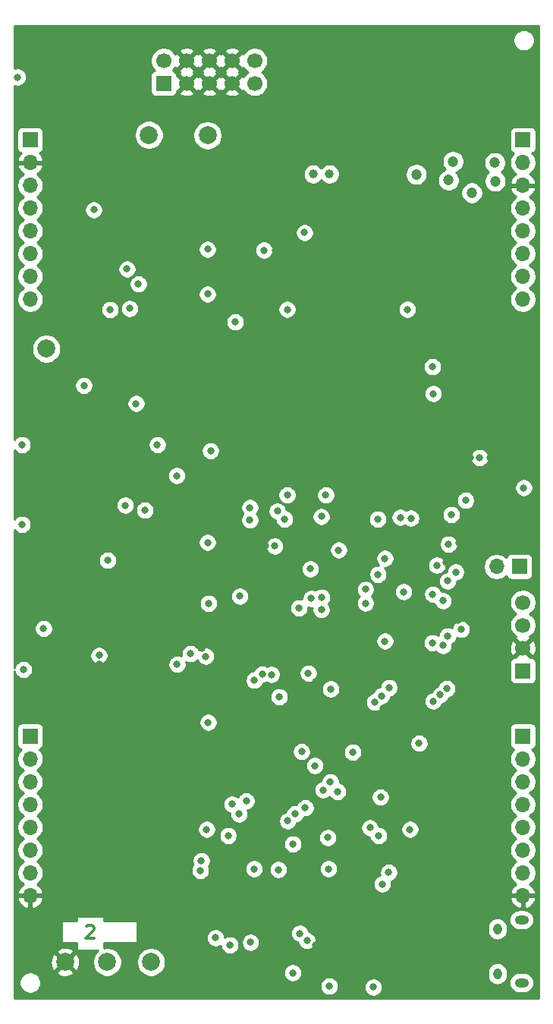
<source format=gbr>
G04 #@! TF.GenerationSoftware,KiCad,Pcbnew,(5.1.9)-1*
G04 #@! TF.CreationDate,2021-03-14T14:56:39+00:00*
G04 #@! TF.ProjectId,Retrospector_Components,52657472-6f73-4706-9563-746f725f436f,rev?*
G04 #@! TF.SameCoordinates,Original*
G04 #@! TF.FileFunction,Copper,L2,Inr*
G04 #@! TF.FilePolarity,Positive*
%FSLAX46Y46*%
G04 Gerber Fmt 4.6, Leading zero omitted, Abs format (unit mm)*
G04 Created by KiCad (PCBNEW (5.1.9)-1) date 2021-03-14 14:56:39*
%MOMM*%
%LPD*%
G01*
G04 APERTURE LIST*
%ADD10C,0.300000*%
G04 #@! TA.AperFunction,ComponentPad*
%ADD11C,1.700000*%
G04 #@! TD*
G04 #@! TA.AperFunction,ComponentPad*
%ADD12R,1.700000X1.700000*%
G04 #@! TD*
G04 #@! TA.AperFunction,ComponentPad*
%ADD13O,1.700000X1.700000*%
G04 #@! TD*
G04 #@! TA.AperFunction,ComponentPad*
%ADD14C,2.000000*%
G04 #@! TD*
G04 #@! TA.AperFunction,ComponentPad*
%ADD15O,0.950000X1.250000*%
G04 #@! TD*
G04 #@! TA.AperFunction,ComponentPad*
%ADD16O,1.550000X1.000000*%
G04 #@! TD*
G04 #@! TA.AperFunction,ViaPad*
%ADD17C,0.800000*%
G04 #@! TD*
G04 #@! TA.AperFunction,ViaPad*
%ADD18C,1.000000*%
G04 #@! TD*
G04 #@! TA.AperFunction,ViaPad*
%ADD19C,1.200000*%
G04 #@! TD*
G04 #@! TA.AperFunction,Conductor*
%ADD20C,0.254000*%
G04 #@! TD*
G04 #@! TA.AperFunction,Conductor*
%ADD21C,0.100000*%
G04 #@! TD*
G04 APERTURE END LIST*
D10*
X108771428Y-151221428D02*
X108842857Y-151150000D01*
X108985714Y-151078571D01*
X109342857Y-151078571D01*
X109485714Y-151150000D01*
X109557142Y-151221428D01*
X109628571Y-151364285D01*
X109628571Y-151507142D01*
X109557142Y-151721428D01*
X108700000Y-152578571D01*
X109628571Y-152578571D01*
D11*
X127560000Y-54660000D03*
X127560000Y-57200000D03*
X125020000Y-54660000D03*
X125020000Y-57200000D03*
X122480000Y-54660000D03*
X122480000Y-57200000D03*
X119940000Y-54660000D03*
X119940000Y-57200000D03*
X117400000Y-54660000D03*
D12*
X117400000Y-57200000D03*
X157100000Y-111100000D03*
D13*
X154560000Y-111100000D03*
D14*
X122300000Y-63000000D03*
D12*
X157500000Y-130000000D03*
D13*
X157500000Y-132540000D03*
X157500000Y-135080000D03*
X157500000Y-137620000D03*
X157500000Y-140160000D03*
X157500000Y-142700000D03*
X157500000Y-145240000D03*
X157500000Y-147780000D03*
D14*
X115750000Y-62950000D03*
X104300000Y-86800000D03*
X111100000Y-155200000D03*
X116000000Y-155200000D03*
X106400000Y-155200000D03*
D15*
X154650000Y-156500000D03*
X154650000Y-151500000D03*
D16*
X157350000Y-157500000D03*
X157350000Y-150500000D03*
D12*
X157500000Y-63500000D03*
D13*
X157500000Y-66040000D03*
X157500000Y-68580000D03*
X157500000Y-71120000D03*
X157500000Y-73660000D03*
X157500000Y-76200000D03*
X157500000Y-78740000D03*
X157500000Y-81280000D03*
D12*
X102500000Y-130000000D03*
D13*
X102500000Y-132540000D03*
X102500000Y-135080000D03*
X102500000Y-137620000D03*
X102500000Y-140160000D03*
X102500000Y-142700000D03*
X102500000Y-145240000D03*
X102500000Y-147780000D03*
D12*
X102500000Y-63500000D03*
D13*
X102500000Y-66040000D03*
X102500000Y-68580000D03*
X102500000Y-71120000D03*
X102500000Y-73660000D03*
X102500000Y-76200000D03*
X102500000Y-78740000D03*
X102500000Y-81280000D03*
D12*
X157500000Y-122700000D03*
D11*
X157500000Y-120160000D03*
X157500000Y-117620000D03*
X157500000Y-115080000D03*
D17*
X122400000Y-142900000D03*
X131100000Y-152100000D03*
X141900000Y-126900000D03*
X134400000Y-127200000D03*
D18*
X108600000Y-131800000D03*
X114900000Y-127800000D03*
X114900000Y-134300000D03*
X114900000Y-143200000D03*
X154100000Y-63100000D03*
X155900000Y-61400000D03*
D17*
X157700000Y-56900000D03*
X157700000Y-54100000D03*
X133800000Y-145100000D03*
X144800000Y-138100000D03*
X144400000Y-121200000D03*
X150400000Y-108400000D03*
X127400000Y-114800000D03*
X124000000Y-154700000D03*
X121655290Y-120204324D03*
X151600000Y-98950000D03*
X144158470Y-112246889D03*
X138900000Y-104500000D03*
X153100000Y-95400000D03*
X148900000Y-95350000D03*
X153800000Y-98950000D03*
X152100000Y-101250000D03*
X145100000Y-134700000D03*
X138500000Y-134800000D03*
X132000000Y-134800000D03*
X128800000Y-108800000D03*
X126500000Y-110100000D03*
X150300000Y-117100000D03*
X150200000Y-119700000D03*
X136950000Y-127000000D03*
X106100000Y-115400000D03*
X129900000Y-75800000D03*
X114100000Y-72500000D03*
X147900000Y-100200000D03*
X132400000Y-80100000D03*
X131100000Y-87000000D03*
X111900000Y-99400000D03*
X107400000Y-83900000D03*
X132500000Y-76000000D03*
X142100000Y-79900000D03*
X144000000Y-61700000D03*
X141800000Y-51700000D03*
X107900000Y-74900000D03*
X122100000Y-138400000D03*
D18*
X114900000Y-148100000D03*
X119400000Y-152600000D03*
D17*
X114900000Y-121800000D03*
X116200000Y-119800000D03*
X143800000Y-153500000D03*
X138800000Y-153300000D03*
X140904002Y-144900000D03*
X103400000Y-121700000D03*
X106400000Y-119100000D03*
X110500000Y-117900000D03*
X144400000Y-116200000D03*
X138700000Y-138000000D03*
X132000000Y-126600000D03*
X126000000Y-117200000D03*
X119300000Y-116300000D03*
X122200000Y-130300000D03*
X134400000Y-153300000D03*
X117800000Y-118100000D03*
X114900000Y-125100000D03*
X135200000Y-108800000D03*
X132300000Y-108800000D03*
X129800000Y-110800000D03*
X140500000Y-118100000D03*
X134400000Y-123900000D03*
X121850000Y-132950000D03*
X121500000Y-125800000D03*
X120800000Y-136300000D03*
X145400000Y-128600000D03*
X141400000Y-150200000D03*
X143500000Y-148400000D03*
X146900000Y-154800000D03*
X146000000Y-152800000D03*
X145500000Y-156800000D03*
X143400000Y-158700000D03*
X138400000Y-158800000D03*
X139000000Y-156200000D03*
X151700000Y-155500000D03*
X149100000Y-155500000D03*
X149900000Y-153500000D03*
X149300000Y-150700000D03*
X149300000Y-147900000D03*
X149300000Y-145300000D03*
X149300000Y-143100000D03*
X145400000Y-150100000D03*
D18*
X121900000Y-154100000D03*
D17*
X126300000Y-157200000D03*
X129300000Y-158500000D03*
X132800000Y-158700000D03*
X123500000Y-156900000D03*
D18*
X116700000Y-151000000D03*
X114900000Y-138800000D03*
D17*
X105600000Y-141900000D03*
X109900000Y-137000000D03*
X105400000Y-131300000D03*
X105300000Y-127400000D03*
X109500000Y-127400000D03*
X108300000Y-125400000D03*
X107200000Y-128800000D03*
X113100000Y-117900000D03*
X151200000Y-125600000D03*
X154600000Y-128400000D03*
X150800000Y-128900000D03*
X150900000Y-132200000D03*
X150400000Y-135600000D03*
X153500000Y-138800000D03*
X128000000Y-112100000D03*
X141900000Y-104400000D03*
X147500000Y-105400000D03*
X145000000Y-107900000D03*
X152200000Y-104500000D03*
X153900000Y-104200000D03*
X155500000Y-104300000D03*
X157600000Y-104300000D03*
X153200000Y-108600000D03*
X155300000Y-108600000D03*
X157600000Y-108600000D03*
X145200000Y-101600000D03*
X140400000Y-102200000D03*
X141500000Y-100900000D03*
X142000000Y-98000000D03*
X147900000Y-97900000D03*
X144100000Y-98900000D03*
X150900000Y-97300000D03*
X156400000Y-97500000D03*
X157400000Y-96200000D03*
X155400000Y-96200000D03*
X155500000Y-99700000D03*
X119700000Y-76600000D03*
X116200000Y-78600000D03*
X126400000Y-75900000D03*
X114325010Y-99400000D03*
X151000000Y-73000000D03*
X148000000Y-73000000D03*
X146000000Y-70000000D03*
X142000000Y-70000000D03*
X138000000Y-70000000D03*
X129000000Y-66000000D03*
X151000000Y-77000000D03*
X148000000Y-75000000D03*
X138000000Y-74000000D03*
X138000000Y-78700000D03*
X146000000Y-77000000D03*
X146000000Y-79400000D03*
X139200000Y-89100000D03*
X137100000Y-91300000D03*
X137100000Y-93800000D03*
X146300000Y-93700000D03*
X142000000Y-93700000D03*
X118500000Y-88100000D03*
X121700000Y-91500000D03*
X125900000Y-91400000D03*
X125900000Y-88000000D03*
X121600000Y-85200000D03*
X120300000Y-82200000D03*
X124900000Y-82000000D03*
X130100000Y-93600000D03*
X127800000Y-93700000D03*
X127800000Y-100900000D03*
X127800000Y-97100000D03*
X133300000Y-97000000D03*
X138400000Y-97800000D03*
X131500000Y-95200000D03*
X117800000Y-111300000D03*
X115200000Y-108900000D03*
X112700000Y-106400000D03*
X110200000Y-103700000D03*
X102600000Y-104900000D03*
X108300000Y-106200000D03*
X108300000Y-102400000D03*
X112400000Y-96300000D03*
X108600000Y-96100000D03*
X109800000Y-92000000D03*
X107400000Y-87300000D03*
X108100000Y-68900000D03*
X112700000Y-64500000D03*
X115900000Y-65300000D03*
X118600000Y-67600000D03*
X125100000Y-72500000D03*
X127200000Y-68300000D03*
X124400000Y-68300000D03*
X113200000Y-68200000D03*
X135200000Y-58200000D03*
D18*
X132400000Y-60100000D03*
X132400000Y-57400000D03*
X136600000Y-52200000D03*
X140900000Y-62300000D03*
X148900000Y-59000000D03*
X149500000Y-63400000D03*
X146100000Y-63400000D03*
X108900000Y-61900000D03*
X110500000Y-59400000D03*
X107300000Y-59300000D03*
D17*
X120300000Y-108400000D03*
X117400000Y-104800000D03*
X157750000Y-89800000D03*
D18*
X155150000Y-87450000D03*
X148450000Y-87100000D03*
X147550000Y-83550000D03*
X151100000Y-80500000D03*
D17*
X135050000Y-137650000D03*
X136400000Y-114300000D03*
X132300000Y-111400000D03*
X126100000Y-152500000D03*
X141400000Y-109000000D03*
X139900000Y-112400000D03*
X136300000Y-102100000D03*
X148900000Y-110600000D03*
X110200000Y-122000000D03*
X155350000Y-54610000D03*
X153700000Y-83700000D03*
X157800000Y-83700000D03*
X153700000Y-77000000D03*
X144600000Y-82400000D03*
X131200000Y-82400000D03*
X122300000Y-80700000D03*
X122300000Y-75700000D03*
D18*
X135900000Y-67300000D03*
D17*
X104000000Y-118000000D03*
X147400000Y-88800000D03*
X147500000Y-91800000D03*
X127025010Y-104500000D03*
X114325010Y-92900000D03*
D18*
X134100000Y-67300000D03*
D19*
X145600000Y-67350000D03*
D17*
X135725003Y-141325003D03*
X122200000Y-140400000D03*
X152648229Y-98946785D03*
X141300000Y-105800000D03*
X130100000Y-104900000D03*
X135000000Y-105500000D03*
X148600000Y-119900000D03*
X148600000Y-114900000D03*
X138500000Y-131800000D03*
X145900000Y-130800000D03*
X122100000Y-121100000D03*
X140425000Y-140225000D03*
X132800000Y-131725000D03*
X122400000Y-115200000D03*
X135899997Y-157899997D03*
X140800005Y-157999995D03*
X144900000Y-140400000D03*
X149200000Y-108600000D03*
X157600000Y-102300000D03*
D19*
X151800000Y-69400000D03*
X154400000Y-68100000D03*
X149200000Y-68000000D03*
X154360000Y-66040000D03*
X149700000Y-65900000D03*
D17*
X122367741Y-128467741D03*
X122300000Y-108400000D03*
X118850000Y-100950000D03*
X127025001Y-105897231D03*
X113315000Y-77900000D03*
X133128808Y-73845763D03*
X114585000Y-79565000D03*
X128600000Y-75800000D03*
X145000000Y-105700000D03*
X143800000Y-105600000D03*
X131200000Y-103100000D03*
X122635714Y-98169842D03*
X108500000Y-90900000D03*
X111156316Y-110401711D03*
X109600000Y-71300000D03*
X125400000Y-83800000D03*
X133400000Y-152800000D03*
X142103574Y-110175009D03*
X141325000Y-111975000D03*
X135200000Y-136000000D03*
X147900000Y-110949990D03*
X151100000Y-103700000D03*
X149500000Y-105300000D03*
X131251205Y-139451099D03*
X139925000Y-113625000D03*
X131800000Y-156400000D03*
X144200000Y-113900000D03*
X132075000Y-138675000D03*
X139925000Y-115175000D03*
X141400000Y-141100000D03*
X142100000Y-119400000D03*
X142550000Y-124600000D03*
X141800000Y-146500000D03*
X132600000Y-152000000D03*
X136800008Y-136199994D03*
X134275000Y-133300000D03*
X130200000Y-144900000D03*
X140956778Y-126225000D03*
X141600000Y-136800000D03*
X141725000Y-125500000D03*
X142525010Y-145200000D03*
X129800000Y-108800000D03*
X135500000Y-103100000D03*
X135800000Y-144800000D03*
X130300000Y-125600000D03*
X136000000Y-135100000D03*
X136050004Y-124750000D03*
X121600000Y-143900000D03*
X120400000Y-120800000D03*
X118900000Y-122000000D03*
X121500000Y-145000000D03*
X127525000Y-123775000D03*
X127500000Y-144800000D03*
X128400000Y-123100000D03*
X127100000Y-153000000D03*
X131825000Y-142025000D03*
X129425000Y-123125000D03*
X111419999Y-82420019D03*
X113117742Y-104243061D03*
X113600000Y-82300000D03*
X115300000Y-104800004D03*
X133550000Y-122975000D03*
X133200000Y-138000000D03*
X123200000Y-152500000D03*
X133767364Y-111347448D03*
X124800000Y-153300000D03*
X136933614Y-109247400D03*
X124600000Y-141100000D03*
X132500000Y-115700000D03*
X125025000Y-137600000D03*
X133887660Y-114637660D03*
X125825000Y-138700000D03*
X135025320Y-114525320D03*
X126625000Y-137225000D03*
X135000000Y-115900000D03*
X110200000Y-121000000D03*
X125900000Y-114400000D03*
X130900000Y-105800000D03*
X101100000Y-56500000D03*
X101600000Y-97500000D03*
X101600000Y-106400000D03*
X116700000Y-97500000D03*
X101749990Y-122573229D03*
X149000000Y-124700000D03*
X147400000Y-119600000D03*
X148274990Y-125407108D03*
X147500000Y-126100000D03*
X149100000Y-118825000D03*
X150600000Y-118100000D03*
X147425000Y-114175000D03*
X149100000Y-112700000D03*
X150000000Y-111700000D03*
D20*
X159265001Y-159265000D02*
X100735000Y-159265000D01*
X100735000Y-157380727D01*
X101289000Y-157380727D01*
X101289000Y-157619273D01*
X101335538Y-157853236D01*
X101426825Y-158073624D01*
X101559354Y-158271968D01*
X101728032Y-158440646D01*
X101926376Y-158573175D01*
X102146764Y-158664462D01*
X102380727Y-158711000D01*
X102619273Y-158711000D01*
X102853236Y-158664462D01*
X103073624Y-158573175D01*
X103271968Y-158440646D01*
X103440646Y-158271968D01*
X103573175Y-158073624D01*
X103664462Y-157853236D01*
X103675437Y-157798058D01*
X134864997Y-157798058D01*
X134864997Y-158001936D01*
X134904771Y-158201895D01*
X134982792Y-158390253D01*
X135096060Y-158559771D01*
X135240223Y-158703934D01*
X135409741Y-158817202D01*
X135598099Y-158895223D01*
X135798058Y-158934997D01*
X136001936Y-158934997D01*
X136201895Y-158895223D01*
X136390253Y-158817202D01*
X136559771Y-158703934D01*
X136703934Y-158559771D01*
X136817202Y-158390253D01*
X136895223Y-158201895D01*
X136934997Y-158001936D01*
X136934997Y-157898056D01*
X139765005Y-157898056D01*
X139765005Y-158101934D01*
X139804779Y-158301893D01*
X139882800Y-158490251D01*
X139996068Y-158659769D01*
X140140231Y-158803932D01*
X140309749Y-158917200D01*
X140498107Y-158995221D01*
X140698066Y-159034995D01*
X140901944Y-159034995D01*
X141101903Y-158995221D01*
X141290261Y-158917200D01*
X141459779Y-158803932D01*
X141603942Y-158659769D01*
X141717210Y-158490251D01*
X141795231Y-158301893D01*
X141835005Y-158101934D01*
X141835005Y-157898056D01*
X141795231Y-157698097D01*
X141717210Y-157509739D01*
X141603942Y-157340221D01*
X141459779Y-157196058D01*
X141290261Y-157082790D01*
X141101903Y-157004769D01*
X140901944Y-156964995D01*
X140698066Y-156964995D01*
X140498107Y-157004769D01*
X140309749Y-157082790D01*
X140140231Y-157196058D01*
X139996068Y-157340221D01*
X139882800Y-157509739D01*
X139804779Y-157698097D01*
X139765005Y-157898056D01*
X136934997Y-157898056D01*
X136934997Y-157798058D01*
X136895223Y-157598099D01*
X136817202Y-157409741D01*
X136703934Y-157240223D01*
X136559771Y-157096060D01*
X136390253Y-156982792D01*
X136201895Y-156904771D01*
X136001936Y-156864997D01*
X135798058Y-156864997D01*
X135598099Y-156904771D01*
X135409741Y-156982792D01*
X135240223Y-157096060D01*
X135096060Y-157240223D01*
X134982792Y-157409741D01*
X134904771Y-157598099D01*
X134864997Y-157798058D01*
X103675437Y-157798058D01*
X103711000Y-157619273D01*
X103711000Y-157380727D01*
X103664462Y-157146764D01*
X103573175Y-156926376D01*
X103440646Y-156728032D01*
X103271968Y-156559354D01*
X103073624Y-156426825D01*
X102853236Y-156335538D01*
X102852608Y-156335413D01*
X105444192Y-156335413D01*
X105539956Y-156599814D01*
X105829571Y-156740704D01*
X106141108Y-156822384D01*
X106462595Y-156841718D01*
X106781675Y-156797961D01*
X107086088Y-156692795D01*
X107260044Y-156599814D01*
X107355808Y-156335413D01*
X106400000Y-155379605D01*
X105444192Y-156335413D01*
X102852608Y-156335413D01*
X102619273Y-156289000D01*
X102380727Y-156289000D01*
X102146764Y-156335538D01*
X101926376Y-156426825D01*
X101728032Y-156559354D01*
X101559354Y-156728032D01*
X101426825Y-156926376D01*
X101335538Y-157146764D01*
X101289000Y-157380727D01*
X100735000Y-157380727D01*
X100735000Y-155262595D01*
X104758282Y-155262595D01*
X104802039Y-155581675D01*
X104907205Y-155886088D01*
X105000186Y-156060044D01*
X105264587Y-156155808D01*
X106220395Y-155200000D01*
X106579605Y-155200000D01*
X107535413Y-156155808D01*
X107799814Y-156060044D01*
X107940704Y-155770429D01*
X108022384Y-155458892D01*
X108041718Y-155137405D01*
X107997961Y-154818325D01*
X107892795Y-154513912D01*
X107799814Y-154339956D01*
X107535413Y-154244192D01*
X106579605Y-155200000D01*
X106220395Y-155200000D01*
X105264587Y-154244192D01*
X105000186Y-154339956D01*
X104859296Y-154629571D01*
X104777616Y-154941108D01*
X104758282Y-155262595D01*
X100735000Y-155262595D01*
X100735000Y-154064587D01*
X105444192Y-154064587D01*
X106400000Y-155020395D01*
X107355808Y-154064587D01*
X107260044Y-153800186D01*
X106970429Y-153659296D01*
X106658892Y-153577616D01*
X106337405Y-153558282D01*
X106018325Y-153602039D01*
X105713912Y-153707205D01*
X105539956Y-153800186D01*
X105444192Y-154064587D01*
X100735000Y-154064587D01*
X100735000Y-150700000D01*
X105973000Y-150700000D01*
X105973000Y-152900000D01*
X105975440Y-152924776D01*
X105982667Y-152948601D01*
X105994403Y-152970557D01*
X106010197Y-152989803D01*
X106029443Y-153005597D01*
X106051399Y-153017333D01*
X106075224Y-153024560D01*
X106100000Y-153027000D01*
X107700715Y-153027000D01*
X107700715Y-153930000D01*
X110057767Y-153930000D01*
X110057748Y-153930013D01*
X109830013Y-154157748D01*
X109651082Y-154425537D01*
X109527832Y-154723088D01*
X109465000Y-155038967D01*
X109465000Y-155361033D01*
X109527832Y-155676912D01*
X109651082Y-155974463D01*
X109830013Y-156242252D01*
X110057748Y-156469987D01*
X110325537Y-156648918D01*
X110623088Y-156772168D01*
X110938967Y-156835000D01*
X111261033Y-156835000D01*
X111576912Y-156772168D01*
X111874463Y-156648918D01*
X112142252Y-156469987D01*
X112369987Y-156242252D01*
X112548918Y-155974463D01*
X112672168Y-155676912D01*
X112735000Y-155361033D01*
X112735000Y-155038967D01*
X114365000Y-155038967D01*
X114365000Y-155361033D01*
X114427832Y-155676912D01*
X114551082Y-155974463D01*
X114730013Y-156242252D01*
X114957748Y-156469987D01*
X115225537Y-156648918D01*
X115523088Y-156772168D01*
X115838967Y-156835000D01*
X116161033Y-156835000D01*
X116476912Y-156772168D01*
X116774463Y-156648918D01*
X117042252Y-156469987D01*
X117214178Y-156298061D01*
X130765000Y-156298061D01*
X130765000Y-156501939D01*
X130804774Y-156701898D01*
X130882795Y-156890256D01*
X130996063Y-157059774D01*
X131140226Y-157203937D01*
X131309744Y-157317205D01*
X131498102Y-157395226D01*
X131698061Y-157435000D01*
X131901939Y-157435000D01*
X132101898Y-157395226D01*
X132290256Y-157317205D01*
X132459774Y-157203937D01*
X132603937Y-157059774D01*
X132717205Y-156890256D01*
X132795226Y-156701898D01*
X132835000Y-156501939D01*
X132835000Y-156298061D01*
X132834487Y-156295479D01*
X153540000Y-156295479D01*
X153540000Y-156704520D01*
X153556062Y-156867597D01*
X153619532Y-157076833D01*
X153722604Y-157269666D01*
X153861314Y-157438686D01*
X154030334Y-157577396D01*
X154223166Y-157680468D01*
X154432402Y-157743938D01*
X154650000Y-157765370D01*
X154867597Y-157743938D01*
X155076833Y-157680468D01*
X155269666Y-157577396D01*
X155363974Y-157500000D01*
X155934509Y-157500000D01*
X155956423Y-157722499D01*
X156021324Y-157936447D01*
X156126716Y-158133623D01*
X156268551Y-158306449D01*
X156441377Y-158448284D01*
X156638553Y-158553676D01*
X156852501Y-158618577D01*
X157019248Y-158635000D01*
X157680752Y-158635000D01*
X157847499Y-158618577D01*
X158061447Y-158553676D01*
X158258623Y-158448284D01*
X158431449Y-158306449D01*
X158573284Y-158133623D01*
X158678676Y-157936447D01*
X158743577Y-157722499D01*
X158765491Y-157500000D01*
X158743577Y-157277501D01*
X158678676Y-157063553D01*
X158573284Y-156866377D01*
X158431449Y-156693551D01*
X158258623Y-156551716D01*
X158061447Y-156446324D01*
X157847499Y-156381423D01*
X157680752Y-156365000D01*
X157019248Y-156365000D01*
X156852501Y-156381423D01*
X156638553Y-156446324D01*
X156441377Y-156551716D01*
X156268551Y-156693551D01*
X156126716Y-156866377D01*
X156021324Y-157063553D01*
X155956423Y-157277501D01*
X155934509Y-157500000D01*
X155363974Y-157500000D01*
X155438686Y-157438686D01*
X155577396Y-157269666D01*
X155680468Y-157076834D01*
X155743938Y-156867598D01*
X155760000Y-156704521D01*
X155760000Y-156295480D01*
X155743938Y-156132403D01*
X155680468Y-155923167D01*
X155577396Y-155730334D01*
X155438686Y-155561314D01*
X155269666Y-155422604D01*
X155076834Y-155319532D01*
X154867598Y-155256062D01*
X154650000Y-155234630D01*
X154432403Y-155256062D01*
X154223167Y-155319532D01*
X154030335Y-155422604D01*
X153861315Y-155561314D01*
X153722604Y-155730334D01*
X153619532Y-155923166D01*
X153556062Y-156132402D01*
X153540000Y-156295479D01*
X132834487Y-156295479D01*
X132795226Y-156098102D01*
X132717205Y-155909744D01*
X132603937Y-155740226D01*
X132459774Y-155596063D01*
X132290256Y-155482795D01*
X132101898Y-155404774D01*
X131901939Y-155365000D01*
X131698061Y-155365000D01*
X131498102Y-155404774D01*
X131309744Y-155482795D01*
X131140226Y-155596063D01*
X130996063Y-155740226D01*
X130882795Y-155909744D01*
X130804774Y-156098102D01*
X130765000Y-156298061D01*
X117214178Y-156298061D01*
X117269987Y-156242252D01*
X117448918Y-155974463D01*
X117572168Y-155676912D01*
X117635000Y-155361033D01*
X117635000Y-155038967D01*
X117572168Y-154723088D01*
X117448918Y-154425537D01*
X117269987Y-154157748D01*
X117042252Y-153930013D01*
X116774463Y-153751082D01*
X116476912Y-153627832D01*
X116161033Y-153565000D01*
X115838967Y-153565000D01*
X115523088Y-153627832D01*
X115225537Y-153751082D01*
X114957748Y-153930013D01*
X114730013Y-154157748D01*
X114551082Y-154425537D01*
X114427832Y-154723088D01*
X114365000Y-155038967D01*
X112735000Y-155038967D01*
X112672168Y-154723088D01*
X112548918Y-154425537D01*
X112369987Y-154157748D01*
X112142252Y-153930013D01*
X111874463Y-153751082D01*
X111576912Y-153627832D01*
X111261033Y-153565000D01*
X110938967Y-153565000D01*
X110699286Y-153612675D01*
X110699286Y-153027000D01*
X114300000Y-153027000D01*
X114324776Y-153024560D01*
X114348601Y-153017333D01*
X114370557Y-153005597D01*
X114389803Y-152989803D01*
X114405597Y-152970557D01*
X114417333Y-152948601D01*
X114424560Y-152924776D01*
X114427000Y-152900000D01*
X114427000Y-152398061D01*
X122165000Y-152398061D01*
X122165000Y-152601939D01*
X122204774Y-152801898D01*
X122282795Y-152990256D01*
X122396063Y-153159774D01*
X122540226Y-153303937D01*
X122709744Y-153417205D01*
X122898102Y-153495226D01*
X123098061Y-153535000D01*
X123301939Y-153535000D01*
X123501898Y-153495226D01*
X123690256Y-153417205D01*
X123765000Y-153367263D01*
X123765000Y-153401939D01*
X123804774Y-153601898D01*
X123882795Y-153790256D01*
X123996063Y-153959774D01*
X124140226Y-154103937D01*
X124309744Y-154217205D01*
X124498102Y-154295226D01*
X124698061Y-154335000D01*
X124901939Y-154335000D01*
X125101898Y-154295226D01*
X125290256Y-154217205D01*
X125459774Y-154103937D01*
X125603937Y-153959774D01*
X125717205Y-153790256D01*
X125795226Y-153601898D01*
X125835000Y-153401939D01*
X125835000Y-153198061D01*
X125795226Y-152998102D01*
X125753788Y-152898061D01*
X126065000Y-152898061D01*
X126065000Y-153101939D01*
X126104774Y-153301898D01*
X126182795Y-153490256D01*
X126296063Y-153659774D01*
X126440226Y-153803937D01*
X126609744Y-153917205D01*
X126798102Y-153995226D01*
X126998061Y-154035000D01*
X127201939Y-154035000D01*
X127401898Y-153995226D01*
X127590256Y-153917205D01*
X127759774Y-153803937D01*
X127903937Y-153659774D01*
X128017205Y-153490256D01*
X128095226Y-153301898D01*
X128135000Y-153101939D01*
X128135000Y-152898061D01*
X128095226Y-152698102D01*
X128017205Y-152509744D01*
X127903937Y-152340226D01*
X127759774Y-152196063D01*
X127590256Y-152082795D01*
X127401898Y-152004774D01*
X127201939Y-151965000D01*
X126998061Y-151965000D01*
X126798102Y-152004774D01*
X126609744Y-152082795D01*
X126440226Y-152196063D01*
X126296063Y-152340226D01*
X126182795Y-152509744D01*
X126104774Y-152698102D01*
X126065000Y-152898061D01*
X125753788Y-152898061D01*
X125717205Y-152809744D01*
X125603937Y-152640226D01*
X125459774Y-152496063D01*
X125290256Y-152382795D01*
X125101898Y-152304774D01*
X124901939Y-152265000D01*
X124698061Y-152265000D01*
X124498102Y-152304774D01*
X124309744Y-152382795D01*
X124235000Y-152432737D01*
X124235000Y-152398061D01*
X124195226Y-152198102D01*
X124117205Y-152009744D01*
X124042582Y-151898061D01*
X131565000Y-151898061D01*
X131565000Y-152101939D01*
X131604774Y-152301898D01*
X131682795Y-152490256D01*
X131796063Y-152659774D01*
X131940226Y-152803937D01*
X132109744Y-152917205D01*
X132298102Y-152995226D01*
X132387076Y-153012924D01*
X132404774Y-153101898D01*
X132482795Y-153290256D01*
X132596063Y-153459774D01*
X132740226Y-153603937D01*
X132909744Y-153717205D01*
X133098102Y-153795226D01*
X133298061Y-153835000D01*
X133501939Y-153835000D01*
X133701898Y-153795226D01*
X133890256Y-153717205D01*
X134059774Y-153603937D01*
X134203937Y-153459774D01*
X134317205Y-153290256D01*
X134395226Y-153101898D01*
X134435000Y-152901939D01*
X134435000Y-152698061D01*
X134395226Y-152498102D01*
X134317205Y-152309744D01*
X134203937Y-152140226D01*
X134059774Y-151996063D01*
X133890256Y-151882795D01*
X133701898Y-151804774D01*
X133612924Y-151787076D01*
X133595226Y-151698102D01*
X133517205Y-151509744D01*
X133403937Y-151340226D01*
X133359190Y-151295479D01*
X153540000Y-151295479D01*
X153540000Y-151704520D01*
X153556062Y-151867597D01*
X153619532Y-152076833D01*
X153722604Y-152269666D01*
X153861314Y-152438686D01*
X154030334Y-152577396D01*
X154223166Y-152680468D01*
X154432402Y-152743938D01*
X154650000Y-152765370D01*
X154867597Y-152743938D01*
X155076833Y-152680468D01*
X155269666Y-152577396D01*
X155438686Y-152438686D01*
X155577396Y-152269666D01*
X155680468Y-152076834D01*
X155743938Y-151867598D01*
X155760000Y-151704521D01*
X155760000Y-151295480D01*
X155743938Y-151132403D01*
X155680468Y-150923167D01*
X155577396Y-150730334D01*
X155438686Y-150561314D01*
X155363975Y-150500000D01*
X155934509Y-150500000D01*
X155956423Y-150722499D01*
X156021324Y-150936447D01*
X156126716Y-151133623D01*
X156268551Y-151306449D01*
X156441377Y-151448284D01*
X156638553Y-151553676D01*
X156852501Y-151618577D01*
X157019248Y-151635000D01*
X157680752Y-151635000D01*
X157847499Y-151618577D01*
X158061447Y-151553676D01*
X158258623Y-151448284D01*
X158431449Y-151306449D01*
X158573284Y-151133623D01*
X158678676Y-150936447D01*
X158743577Y-150722499D01*
X158765491Y-150500000D01*
X158743577Y-150277501D01*
X158678676Y-150063553D01*
X158573284Y-149866377D01*
X158431449Y-149693551D01*
X158258623Y-149551716D01*
X158061447Y-149446324D01*
X157847499Y-149381423D01*
X157680752Y-149365000D01*
X157019248Y-149365000D01*
X156852501Y-149381423D01*
X156638553Y-149446324D01*
X156441377Y-149551716D01*
X156268551Y-149693551D01*
X156126716Y-149866377D01*
X156021324Y-150063553D01*
X155956423Y-150277501D01*
X155934509Y-150500000D01*
X155363975Y-150500000D01*
X155269666Y-150422604D01*
X155076834Y-150319532D01*
X154867598Y-150256062D01*
X154650000Y-150234630D01*
X154432403Y-150256062D01*
X154223167Y-150319532D01*
X154030335Y-150422604D01*
X153861315Y-150561314D01*
X153722604Y-150730334D01*
X153619532Y-150923166D01*
X153556062Y-151132402D01*
X153540000Y-151295479D01*
X133359190Y-151295479D01*
X133259774Y-151196063D01*
X133090256Y-151082795D01*
X132901898Y-151004774D01*
X132701939Y-150965000D01*
X132498061Y-150965000D01*
X132298102Y-151004774D01*
X132109744Y-151082795D01*
X131940226Y-151196063D01*
X131796063Y-151340226D01*
X131682795Y-151509744D01*
X131604774Y-151698102D01*
X131565000Y-151898061D01*
X124042582Y-151898061D01*
X124003937Y-151840226D01*
X123859774Y-151696063D01*
X123690256Y-151582795D01*
X123501898Y-151504774D01*
X123301939Y-151465000D01*
X123098061Y-151465000D01*
X122898102Y-151504774D01*
X122709744Y-151582795D01*
X122540226Y-151696063D01*
X122396063Y-151840226D01*
X122282795Y-152009744D01*
X122204774Y-152198102D01*
X122165000Y-152398061D01*
X114427000Y-152398061D01*
X114427000Y-150700000D01*
X114424560Y-150675224D01*
X114417333Y-150651399D01*
X114405597Y-150629443D01*
X114389803Y-150610197D01*
X114370557Y-150594403D01*
X114348601Y-150582667D01*
X114324776Y-150575440D01*
X114300000Y-150573000D01*
X110699286Y-150573000D01*
X110699286Y-150110000D01*
X107700715Y-150110000D01*
X107700715Y-150573000D01*
X106100000Y-150573000D01*
X106075224Y-150575440D01*
X106051399Y-150582667D01*
X106029443Y-150594403D01*
X106010197Y-150610197D01*
X105994403Y-150629443D01*
X105982667Y-150651399D01*
X105975440Y-150675224D01*
X105973000Y-150700000D01*
X100735000Y-150700000D01*
X100735000Y-148136890D01*
X101058524Y-148136890D01*
X101103175Y-148284099D01*
X101228359Y-148546920D01*
X101402412Y-148780269D01*
X101618645Y-148975178D01*
X101868748Y-149124157D01*
X102143109Y-149221481D01*
X102373000Y-149100814D01*
X102373000Y-147907000D01*
X102627000Y-147907000D01*
X102627000Y-149100814D01*
X102856891Y-149221481D01*
X103131252Y-149124157D01*
X103381355Y-148975178D01*
X103597588Y-148780269D01*
X103771641Y-148546920D01*
X103896825Y-148284099D01*
X103941476Y-148136890D01*
X156058524Y-148136890D01*
X156103175Y-148284099D01*
X156228359Y-148546920D01*
X156402412Y-148780269D01*
X156618645Y-148975178D01*
X156868748Y-149124157D01*
X157143109Y-149221481D01*
X157373000Y-149100814D01*
X157373000Y-147907000D01*
X157627000Y-147907000D01*
X157627000Y-149100814D01*
X157856891Y-149221481D01*
X158131252Y-149124157D01*
X158381355Y-148975178D01*
X158597588Y-148780269D01*
X158771641Y-148546920D01*
X158896825Y-148284099D01*
X158941476Y-148136890D01*
X158820155Y-147907000D01*
X157627000Y-147907000D01*
X157373000Y-147907000D01*
X156179845Y-147907000D01*
X156058524Y-148136890D01*
X103941476Y-148136890D01*
X103820155Y-147907000D01*
X102627000Y-147907000D01*
X102373000Y-147907000D01*
X101179845Y-147907000D01*
X101058524Y-148136890D01*
X100735000Y-148136890D01*
X100735000Y-129150000D01*
X101011928Y-129150000D01*
X101011928Y-130850000D01*
X101024188Y-130974482D01*
X101060498Y-131094180D01*
X101119463Y-131204494D01*
X101198815Y-131301185D01*
X101295506Y-131380537D01*
X101405820Y-131439502D01*
X101478380Y-131461513D01*
X101346525Y-131593368D01*
X101184010Y-131836589D01*
X101072068Y-132106842D01*
X101015000Y-132393740D01*
X101015000Y-132686260D01*
X101072068Y-132973158D01*
X101184010Y-133243411D01*
X101346525Y-133486632D01*
X101553368Y-133693475D01*
X101727760Y-133810000D01*
X101553368Y-133926525D01*
X101346525Y-134133368D01*
X101184010Y-134376589D01*
X101072068Y-134646842D01*
X101015000Y-134933740D01*
X101015000Y-135226260D01*
X101072068Y-135513158D01*
X101184010Y-135783411D01*
X101346525Y-136026632D01*
X101553368Y-136233475D01*
X101727760Y-136350000D01*
X101553368Y-136466525D01*
X101346525Y-136673368D01*
X101184010Y-136916589D01*
X101072068Y-137186842D01*
X101015000Y-137473740D01*
X101015000Y-137766260D01*
X101072068Y-138053158D01*
X101184010Y-138323411D01*
X101346525Y-138566632D01*
X101553368Y-138773475D01*
X101727760Y-138890000D01*
X101553368Y-139006525D01*
X101346525Y-139213368D01*
X101184010Y-139456589D01*
X101072068Y-139726842D01*
X101015000Y-140013740D01*
X101015000Y-140306260D01*
X101072068Y-140593158D01*
X101184010Y-140863411D01*
X101346525Y-141106632D01*
X101553368Y-141313475D01*
X101727760Y-141430000D01*
X101553368Y-141546525D01*
X101346525Y-141753368D01*
X101184010Y-141996589D01*
X101072068Y-142266842D01*
X101015000Y-142553740D01*
X101015000Y-142846260D01*
X101072068Y-143133158D01*
X101184010Y-143403411D01*
X101346525Y-143646632D01*
X101553368Y-143853475D01*
X101727760Y-143970000D01*
X101553368Y-144086525D01*
X101346525Y-144293368D01*
X101184010Y-144536589D01*
X101072068Y-144806842D01*
X101015000Y-145093740D01*
X101015000Y-145386260D01*
X101072068Y-145673158D01*
X101184010Y-145943411D01*
X101346525Y-146186632D01*
X101553368Y-146393475D01*
X101735534Y-146515195D01*
X101618645Y-146584822D01*
X101402412Y-146779731D01*
X101228359Y-147013080D01*
X101103175Y-147275901D01*
X101058524Y-147423110D01*
X101179845Y-147653000D01*
X102373000Y-147653000D01*
X102373000Y-147633000D01*
X102627000Y-147633000D01*
X102627000Y-147653000D01*
X103820155Y-147653000D01*
X103941476Y-147423110D01*
X103896825Y-147275901D01*
X103771641Y-147013080D01*
X103597588Y-146779731D01*
X103381355Y-146584822D01*
X103264466Y-146515195D01*
X103439768Y-146398061D01*
X140765000Y-146398061D01*
X140765000Y-146601939D01*
X140804774Y-146801898D01*
X140882795Y-146990256D01*
X140996063Y-147159774D01*
X141140226Y-147303937D01*
X141309744Y-147417205D01*
X141498102Y-147495226D01*
X141698061Y-147535000D01*
X141901939Y-147535000D01*
X142101898Y-147495226D01*
X142290256Y-147417205D01*
X142459774Y-147303937D01*
X142603937Y-147159774D01*
X142717205Y-146990256D01*
X142795226Y-146801898D01*
X142835000Y-146601939D01*
X142835000Y-146398061D01*
X142795882Y-146201398D01*
X142826908Y-146195226D01*
X143015266Y-146117205D01*
X143184784Y-146003937D01*
X143328947Y-145859774D01*
X143442215Y-145690256D01*
X143520236Y-145501898D01*
X143560010Y-145301939D01*
X143560010Y-145098061D01*
X143520236Y-144898102D01*
X143442215Y-144709744D01*
X143328947Y-144540226D01*
X143184784Y-144396063D01*
X143015266Y-144282795D01*
X142826908Y-144204774D01*
X142626949Y-144165000D01*
X142423071Y-144165000D01*
X142223112Y-144204774D01*
X142034754Y-144282795D01*
X141865236Y-144396063D01*
X141721073Y-144540226D01*
X141607805Y-144709744D01*
X141529784Y-144898102D01*
X141490010Y-145098061D01*
X141490010Y-145301939D01*
X141529128Y-145498602D01*
X141498102Y-145504774D01*
X141309744Y-145582795D01*
X141140226Y-145696063D01*
X140996063Y-145840226D01*
X140882795Y-146009744D01*
X140804774Y-146198102D01*
X140765000Y-146398061D01*
X103439768Y-146398061D01*
X103446632Y-146393475D01*
X103653475Y-146186632D01*
X103815990Y-145943411D01*
X103927932Y-145673158D01*
X103985000Y-145386260D01*
X103985000Y-145093740D01*
X103946077Y-144898061D01*
X120465000Y-144898061D01*
X120465000Y-145101939D01*
X120504774Y-145301898D01*
X120582795Y-145490256D01*
X120696063Y-145659774D01*
X120840226Y-145803937D01*
X121009744Y-145917205D01*
X121198102Y-145995226D01*
X121398061Y-146035000D01*
X121601939Y-146035000D01*
X121801898Y-145995226D01*
X121990256Y-145917205D01*
X122159774Y-145803937D01*
X122303937Y-145659774D01*
X122417205Y-145490256D01*
X122495226Y-145301898D01*
X122535000Y-145101939D01*
X122535000Y-144898061D01*
X122495226Y-144698102D01*
X122495210Y-144698061D01*
X126465000Y-144698061D01*
X126465000Y-144901939D01*
X126504774Y-145101898D01*
X126582795Y-145290256D01*
X126696063Y-145459774D01*
X126840226Y-145603937D01*
X127009744Y-145717205D01*
X127198102Y-145795226D01*
X127398061Y-145835000D01*
X127601939Y-145835000D01*
X127801898Y-145795226D01*
X127990256Y-145717205D01*
X128159774Y-145603937D01*
X128303937Y-145459774D01*
X128417205Y-145290256D01*
X128495226Y-145101898D01*
X128535000Y-144901939D01*
X128535000Y-144798061D01*
X129165000Y-144798061D01*
X129165000Y-145001939D01*
X129204774Y-145201898D01*
X129282795Y-145390256D01*
X129396063Y-145559774D01*
X129540226Y-145703937D01*
X129709744Y-145817205D01*
X129898102Y-145895226D01*
X130098061Y-145935000D01*
X130301939Y-145935000D01*
X130501898Y-145895226D01*
X130690256Y-145817205D01*
X130859774Y-145703937D01*
X131003937Y-145559774D01*
X131117205Y-145390256D01*
X131195226Y-145201898D01*
X131235000Y-145001939D01*
X131235000Y-144798061D01*
X131215109Y-144698061D01*
X134765000Y-144698061D01*
X134765000Y-144901939D01*
X134804774Y-145101898D01*
X134882795Y-145290256D01*
X134996063Y-145459774D01*
X135140226Y-145603937D01*
X135309744Y-145717205D01*
X135498102Y-145795226D01*
X135698061Y-145835000D01*
X135901939Y-145835000D01*
X136101898Y-145795226D01*
X136290256Y-145717205D01*
X136459774Y-145603937D01*
X136603937Y-145459774D01*
X136717205Y-145290256D01*
X136795226Y-145101898D01*
X136835000Y-144901939D01*
X136835000Y-144698061D01*
X136795226Y-144498102D01*
X136717205Y-144309744D01*
X136603937Y-144140226D01*
X136459774Y-143996063D01*
X136290256Y-143882795D01*
X136101898Y-143804774D01*
X135901939Y-143765000D01*
X135698061Y-143765000D01*
X135498102Y-143804774D01*
X135309744Y-143882795D01*
X135140226Y-143996063D01*
X134996063Y-144140226D01*
X134882795Y-144309744D01*
X134804774Y-144498102D01*
X134765000Y-144698061D01*
X131215109Y-144698061D01*
X131195226Y-144598102D01*
X131117205Y-144409744D01*
X131003937Y-144240226D01*
X130859774Y-144096063D01*
X130690256Y-143982795D01*
X130501898Y-143904774D01*
X130301939Y-143865000D01*
X130098061Y-143865000D01*
X129898102Y-143904774D01*
X129709744Y-143982795D01*
X129540226Y-144096063D01*
X129396063Y-144240226D01*
X129282795Y-144409744D01*
X129204774Y-144598102D01*
X129165000Y-144798061D01*
X128535000Y-144798061D01*
X128535000Y-144698061D01*
X128495226Y-144498102D01*
X128417205Y-144309744D01*
X128303937Y-144140226D01*
X128159774Y-143996063D01*
X127990256Y-143882795D01*
X127801898Y-143804774D01*
X127601939Y-143765000D01*
X127398061Y-143765000D01*
X127198102Y-143804774D01*
X127009744Y-143882795D01*
X126840226Y-143996063D01*
X126696063Y-144140226D01*
X126582795Y-144309744D01*
X126504774Y-144498102D01*
X126465000Y-144698061D01*
X122495210Y-144698061D01*
X122424920Y-144528370D01*
X122517205Y-144390256D01*
X122595226Y-144201898D01*
X122635000Y-144001939D01*
X122635000Y-143798061D01*
X122595226Y-143598102D01*
X122517205Y-143409744D01*
X122403937Y-143240226D01*
X122259774Y-143096063D01*
X122090256Y-142982795D01*
X121901898Y-142904774D01*
X121701939Y-142865000D01*
X121498061Y-142865000D01*
X121298102Y-142904774D01*
X121109744Y-142982795D01*
X120940226Y-143096063D01*
X120796063Y-143240226D01*
X120682795Y-143409744D01*
X120604774Y-143598102D01*
X120565000Y-143798061D01*
X120565000Y-144001939D01*
X120604774Y-144201898D01*
X120675080Y-144371630D01*
X120582795Y-144509744D01*
X120504774Y-144698102D01*
X120465000Y-144898061D01*
X103946077Y-144898061D01*
X103927932Y-144806842D01*
X103815990Y-144536589D01*
X103653475Y-144293368D01*
X103446632Y-144086525D01*
X103272240Y-143970000D01*
X103446632Y-143853475D01*
X103653475Y-143646632D01*
X103815990Y-143403411D01*
X103927932Y-143133158D01*
X103985000Y-142846260D01*
X103985000Y-142553740D01*
X103927932Y-142266842D01*
X103815990Y-141996589D01*
X103653475Y-141753368D01*
X103446632Y-141546525D01*
X103272240Y-141430000D01*
X103446632Y-141313475D01*
X103653475Y-141106632D01*
X103815990Y-140863411D01*
X103927932Y-140593158D01*
X103985000Y-140306260D01*
X103985000Y-140298061D01*
X121165000Y-140298061D01*
X121165000Y-140501939D01*
X121204774Y-140701898D01*
X121282795Y-140890256D01*
X121396063Y-141059774D01*
X121540226Y-141203937D01*
X121709744Y-141317205D01*
X121898102Y-141395226D01*
X122098061Y-141435000D01*
X122301939Y-141435000D01*
X122501898Y-141395226D01*
X122690256Y-141317205D01*
X122859774Y-141203937D01*
X123003937Y-141059774D01*
X123045172Y-140998061D01*
X123565000Y-140998061D01*
X123565000Y-141201939D01*
X123604774Y-141401898D01*
X123682795Y-141590256D01*
X123796063Y-141759774D01*
X123940226Y-141903937D01*
X124109744Y-142017205D01*
X124298102Y-142095226D01*
X124498061Y-142135000D01*
X124701939Y-142135000D01*
X124901898Y-142095226D01*
X125090256Y-142017205D01*
X125231152Y-141923061D01*
X130790000Y-141923061D01*
X130790000Y-142126939D01*
X130829774Y-142326898D01*
X130907795Y-142515256D01*
X131021063Y-142684774D01*
X131165226Y-142828937D01*
X131334744Y-142942205D01*
X131523102Y-143020226D01*
X131723061Y-143060000D01*
X131926939Y-143060000D01*
X132126898Y-143020226D01*
X132315256Y-142942205D01*
X132484774Y-142828937D01*
X132628937Y-142684774D01*
X132742205Y-142515256D01*
X132820226Y-142326898D01*
X132860000Y-142126939D01*
X132860000Y-141923061D01*
X132820226Y-141723102D01*
X132742205Y-141534744D01*
X132628937Y-141365226D01*
X132486775Y-141223064D01*
X134690003Y-141223064D01*
X134690003Y-141426942D01*
X134729777Y-141626901D01*
X134807798Y-141815259D01*
X134921066Y-141984777D01*
X135065229Y-142128940D01*
X135234747Y-142242208D01*
X135423105Y-142320229D01*
X135623064Y-142360003D01*
X135826942Y-142360003D01*
X136026901Y-142320229D01*
X136215259Y-142242208D01*
X136384777Y-142128940D01*
X136528940Y-141984777D01*
X136642208Y-141815259D01*
X136720229Y-141626901D01*
X136760003Y-141426942D01*
X136760003Y-141223064D01*
X136720229Y-141023105D01*
X136642208Y-140834747D01*
X136528940Y-140665229D01*
X136384777Y-140521066D01*
X136215259Y-140407798D01*
X136026901Y-140329777D01*
X135826942Y-140290003D01*
X135623064Y-140290003D01*
X135423105Y-140329777D01*
X135234747Y-140407798D01*
X135065229Y-140521066D01*
X134921066Y-140665229D01*
X134807798Y-140834747D01*
X134729777Y-141023105D01*
X134690003Y-141223064D01*
X132486775Y-141223064D01*
X132484774Y-141221063D01*
X132315256Y-141107795D01*
X132126898Y-141029774D01*
X131926939Y-140990000D01*
X131723061Y-140990000D01*
X131523102Y-141029774D01*
X131334744Y-141107795D01*
X131165226Y-141221063D01*
X131021063Y-141365226D01*
X130907795Y-141534744D01*
X130829774Y-141723102D01*
X130790000Y-141923061D01*
X125231152Y-141923061D01*
X125259774Y-141903937D01*
X125403937Y-141759774D01*
X125517205Y-141590256D01*
X125595226Y-141401898D01*
X125635000Y-141201939D01*
X125635000Y-140998061D01*
X125595226Y-140798102D01*
X125517205Y-140609744D01*
X125403937Y-140440226D01*
X125259774Y-140296063D01*
X125090256Y-140182795D01*
X124901898Y-140104774D01*
X124701939Y-140065000D01*
X124498061Y-140065000D01*
X124298102Y-140104774D01*
X124109744Y-140182795D01*
X123940226Y-140296063D01*
X123796063Y-140440226D01*
X123682795Y-140609744D01*
X123604774Y-140798102D01*
X123565000Y-140998061D01*
X123045172Y-140998061D01*
X123117205Y-140890256D01*
X123195226Y-140701898D01*
X123235000Y-140501939D01*
X123235000Y-140298061D01*
X123195226Y-140098102D01*
X123117205Y-139909744D01*
X123003937Y-139740226D01*
X122859774Y-139596063D01*
X122690256Y-139482795D01*
X122501898Y-139404774D01*
X122301939Y-139365000D01*
X122098061Y-139365000D01*
X121898102Y-139404774D01*
X121709744Y-139482795D01*
X121540226Y-139596063D01*
X121396063Y-139740226D01*
X121282795Y-139909744D01*
X121204774Y-140098102D01*
X121165000Y-140298061D01*
X103985000Y-140298061D01*
X103985000Y-140013740D01*
X103927932Y-139726842D01*
X103815990Y-139456589D01*
X103653475Y-139213368D01*
X103446632Y-139006525D01*
X103272240Y-138890000D01*
X103446632Y-138773475D01*
X103653475Y-138566632D01*
X103815990Y-138323411D01*
X103927932Y-138053158D01*
X103985000Y-137766260D01*
X103985000Y-137498061D01*
X123990000Y-137498061D01*
X123990000Y-137701939D01*
X124029774Y-137901898D01*
X124107795Y-138090256D01*
X124221063Y-138259774D01*
X124365226Y-138403937D01*
X124534744Y-138517205D01*
X124723102Y-138595226D01*
X124790000Y-138608533D01*
X124790000Y-138801939D01*
X124829774Y-139001898D01*
X124907795Y-139190256D01*
X125021063Y-139359774D01*
X125165226Y-139503937D01*
X125334744Y-139617205D01*
X125523102Y-139695226D01*
X125723061Y-139735000D01*
X125926939Y-139735000D01*
X126126898Y-139695226D01*
X126315256Y-139617205D01*
X126484774Y-139503937D01*
X126628937Y-139359774D01*
X126636029Y-139349160D01*
X130216205Y-139349160D01*
X130216205Y-139553038D01*
X130255979Y-139752997D01*
X130334000Y-139941355D01*
X130447268Y-140110873D01*
X130591431Y-140255036D01*
X130760949Y-140368304D01*
X130949307Y-140446325D01*
X131149266Y-140486099D01*
X131353144Y-140486099D01*
X131553103Y-140446325D01*
X131741461Y-140368304D01*
X131910979Y-140255036D01*
X132042954Y-140123061D01*
X139390000Y-140123061D01*
X139390000Y-140326939D01*
X139429774Y-140526898D01*
X139507795Y-140715256D01*
X139621063Y-140884774D01*
X139765226Y-141028937D01*
X139934744Y-141142205D01*
X140123102Y-141220226D01*
X140323061Y-141260000D01*
X140376549Y-141260000D01*
X140404774Y-141401898D01*
X140482795Y-141590256D01*
X140596063Y-141759774D01*
X140740226Y-141903937D01*
X140909744Y-142017205D01*
X141098102Y-142095226D01*
X141298061Y-142135000D01*
X141501939Y-142135000D01*
X141701898Y-142095226D01*
X141890256Y-142017205D01*
X142059774Y-141903937D01*
X142203937Y-141759774D01*
X142317205Y-141590256D01*
X142395226Y-141401898D01*
X142435000Y-141201939D01*
X142435000Y-140998061D01*
X142395226Y-140798102D01*
X142317205Y-140609744D01*
X142203937Y-140440226D01*
X142061772Y-140298061D01*
X143865000Y-140298061D01*
X143865000Y-140501939D01*
X143904774Y-140701898D01*
X143982795Y-140890256D01*
X144096063Y-141059774D01*
X144240226Y-141203937D01*
X144409744Y-141317205D01*
X144598102Y-141395226D01*
X144798061Y-141435000D01*
X145001939Y-141435000D01*
X145201898Y-141395226D01*
X145390256Y-141317205D01*
X145559774Y-141203937D01*
X145703937Y-141059774D01*
X145817205Y-140890256D01*
X145895226Y-140701898D01*
X145935000Y-140501939D01*
X145935000Y-140298061D01*
X145895226Y-140098102D01*
X145817205Y-139909744D01*
X145703937Y-139740226D01*
X145559774Y-139596063D01*
X145390256Y-139482795D01*
X145201898Y-139404774D01*
X145001939Y-139365000D01*
X144798061Y-139365000D01*
X144598102Y-139404774D01*
X144409744Y-139482795D01*
X144240226Y-139596063D01*
X144096063Y-139740226D01*
X143982795Y-139909744D01*
X143904774Y-140098102D01*
X143865000Y-140298061D01*
X142061772Y-140298061D01*
X142059774Y-140296063D01*
X141890256Y-140182795D01*
X141701898Y-140104774D01*
X141501939Y-140065000D01*
X141448451Y-140065000D01*
X141420226Y-139923102D01*
X141342205Y-139734744D01*
X141228937Y-139565226D01*
X141084774Y-139421063D01*
X140915256Y-139307795D01*
X140726898Y-139229774D01*
X140526939Y-139190000D01*
X140323061Y-139190000D01*
X140123102Y-139229774D01*
X139934744Y-139307795D01*
X139765226Y-139421063D01*
X139621063Y-139565226D01*
X139507795Y-139734744D01*
X139429774Y-139923102D01*
X139390000Y-140123061D01*
X132042954Y-140123061D01*
X132055142Y-140110873D01*
X132168410Y-139941355D01*
X132246431Y-139752997D01*
X132258199Y-139693837D01*
X132376898Y-139670226D01*
X132565256Y-139592205D01*
X132734774Y-139478937D01*
X132878937Y-139334774D01*
X132992205Y-139165256D01*
X133050110Y-139025462D01*
X133098061Y-139035000D01*
X133301939Y-139035000D01*
X133501898Y-138995226D01*
X133690256Y-138917205D01*
X133859774Y-138803937D01*
X134003937Y-138659774D01*
X134117205Y-138490256D01*
X134195226Y-138301898D01*
X134235000Y-138101939D01*
X134235000Y-137898061D01*
X134195226Y-137698102D01*
X134117205Y-137509744D01*
X134003937Y-137340226D01*
X133859774Y-137196063D01*
X133690256Y-137082795D01*
X133501898Y-137004774D01*
X133301939Y-136965000D01*
X133098061Y-136965000D01*
X132898102Y-137004774D01*
X132709744Y-137082795D01*
X132540226Y-137196063D01*
X132396063Y-137340226D01*
X132282795Y-137509744D01*
X132224890Y-137649538D01*
X132176939Y-137640000D01*
X131973061Y-137640000D01*
X131773102Y-137679774D01*
X131584744Y-137757795D01*
X131415226Y-137871063D01*
X131271063Y-138015226D01*
X131157795Y-138184744D01*
X131079774Y-138373102D01*
X131068006Y-138432262D01*
X130949307Y-138455873D01*
X130760949Y-138533894D01*
X130591431Y-138647162D01*
X130447268Y-138791325D01*
X130334000Y-138960843D01*
X130255979Y-139149201D01*
X130216205Y-139349160D01*
X126636029Y-139349160D01*
X126742205Y-139190256D01*
X126820226Y-139001898D01*
X126860000Y-138801939D01*
X126860000Y-138598061D01*
X126820226Y-138398102D01*
X126760275Y-138253369D01*
X126926898Y-138220226D01*
X127115256Y-138142205D01*
X127284774Y-138028937D01*
X127428937Y-137884774D01*
X127542205Y-137715256D01*
X127620226Y-137526898D01*
X127660000Y-137326939D01*
X127660000Y-137123061D01*
X127620226Y-136923102D01*
X127542205Y-136734744D01*
X127428937Y-136565226D01*
X127284774Y-136421063D01*
X127115256Y-136307795D01*
X126926898Y-136229774D01*
X126726939Y-136190000D01*
X126523061Y-136190000D01*
X126323102Y-136229774D01*
X126134744Y-136307795D01*
X125965226Y-136421063D01*
X125821063Y-136565226D01*
X125707795Y-136734744D01*
X125682911Y-136794818D01*
X125515256Y-136682795D01*
X125326898Y-136604774D01*
X125126939Y-136565000D01*
X124923061Y-136565000D01*
X124723102Y-136604774D01*
X124534744Y-136682795D01*
X124365226Y-136796063D01*
X124221063Y-136940226D01*
X124107795Y-137109744D01*
X124029774Y-137298102D01*
X123990000Y-137498061D01*
X103985000Y-137498061D01*
X103985000Y-137473740D01*
X103927932Y-137186842D01*
X103815990Y-136916589D01*
X103653475Y-136673368D01*
X103446632Y-136466525D01*
X103272240Y-136350000D01*
X103446632Y-136233475D01*
X103653475Y-136026632D01*
X103739383Y-135898061D01*
X134165000Y-135898061D01*
X134165000Y-136101939D01*
X134204774Y-136301898D01*
X134282795Y-136490256D01*
X134396063Y-136659774D01*
X134540226Y-136803937D01*
X134709744Y-136917205D01*
X134898102Y-136995226D01*
X135098061Y-137035000D01*
X135301939Y-137035000D01*
X135501898Y-136995226D01*
X135690256Y-136917205D01*
X135859774Y-136803937D01*
X135919115Y-136744596D01*
X135996071Y-136859768D01*
X136140234Y-137003931D01*
X136309752Y-137117199D01*
X136498110Y-137195220D01*
X136698069Y-137234994D01*
X136901947Y-137234994D01*
X137101906Y-137195220D01*
X137290264Y-137117199D01*
X137459782Y-137003931D01*
X137603945Y-136859768D01*
X137711993Y-136698061D01*
X140565000Y-136698061D01*
X140565000Y-136901939D01*
X140604774Y-137101898D01*
X140682795Y-137290256D01*
X140796063Y-137459774D01*
X140940226Y-137603937D01*
X141109744Y-137717205D01*
X141298102Y-137795226D01*
X141498061Y-137835000D01*
X141701939Y-137835000D01*
X141901898Y-137795226D01*
X142090256Y-137717205D01*
X142259774Y-137603937D01*
X142403937Y-137459774D01*
X142517205Y-137290256D01*
X142595226Y-137101898D01*
X142635000Y-136901939D01*
X142635000Y-136698061D01*
X142595226Y-136498102D01*
X142517205Y-136309744D01*
X142403937Y-136140226D01*
X142259774Y-135996063D01*
X142090256Y-135882795D01*
X141901898Y-135804774D01*
X141701939Y-135765000D01*
X141498061Y-135765000D01*
X141298102Y-135804774D01*
X141109744Y-135882795D01*
X140940226Y-135996063D01*
X140796063Y-136140226D01*
X140682795Y-136309744D01*
X140604774Y-136498102D01*
X140565000Y-136698061D01*
X137711993Y-136698061D01*
X137717213Y-136690250D01*
X137795234Y-136501892D01*
X137835008Y-136301933D01*
X137835008Y-136098055D01*
X137795234Y-135898096D01*
X137717213Y-135709738D01*
X137603945Y-135540220D01*
X137459782Y-135396057D01*
X137290264Y-135282789D01*
X137101906Y-135204768D01*
X137035000Y-135191460D01*
X137035000Y-134998061D01*
X136995226Y-134798102D01*
X136917205Y-134609744D01*
X136803937Y-134440226D01*
X136659774Y-134296063D01*
X136490256Y-134182795D01*
X136301898Y-134104774D01*
X136101939Y-134065000D01*
X135898061Y-134065000D01*
X135698102Y-134104774D01*
X135509744Y-134182795D01*
X135340226Y-134296063D01*
X135196063Y-134440226D01*
X135082795Y-134609744D01*
X135004774Y-134798102D01*
X134966366Y-134991196D01*
X134898102Y-135004774D01*
X134709744Y-135082795D01*
X134540226Y-135196063D01*
X134396063Y-135340226D01*
X134282795Y-135509744D01*
X134204774Y-135698102D01*
X134165000Y-135898061D01*
X103739383Y-135898061D01*
X103815990Y-135783411D01*
X103927932Y-135513158D01*
X103985000Y-135226260D01*
X103985000Y-134933740D01*
X103927932Y-134646842D01*
X103815990Y-134376589D01*
X103653475Y-134133368D01*
X103446632Y-133926525D01*
X103272240Y-133810000D01*
X103446632Y-133693475D01*
X103653475Y-133486632D01*
X103815990Y-133243411D01*
X103834774Y-133198061D01*
X133240000Y-133198061D01*
X133240000Y-133401939D01*
X133279774Y-133601898D01*
X133357795Y-133790256D01*
X133471063Y-133959774D01*
X133615226Y-134103937D01*
X133784744Y-134217205D01*
X133973102Y-134295226D01*
X134173061Y-134335000D01*
X134376939Y-134335000D01*
X134576898Y-134295226D01*
X134765256Y-134217205D01*
X134934774Y-134103937D01*
X135078937Y-133959774D01*
X135192205Y-133790256D01*
X135270226Y-133601898D01*
X135310000Y-133401939D01*
X135310000Y-133198061D01*
X135270226Y-132998102D01*
X135192205Y-132809744D01*
X135078937Y-132640226D01*
X134934774Y-132496063D01*
X134765256Y-132382795D01*
X134576898Y-132304774D01*
X134376939Y-132265000D01*
X134173061Y-132265000D01*
X133973102Y-132304774D01*
X133784744Y-132382795D01*
X133615226Y-132496063D01*
X133471063Y-132640226D01*
X133357795Y-132809744D01*
X133279774Y-132998102D01*
X133240000Y-133198061D01*
X103834774Y-133198061D01*
X103927932Y-132973158D01*
X103985000Y-132686260D01*
X103985000Y-132393740D01*
X103927932Y-132106842D01*
X103815990Y-131836589D01*
X103673316Y-131623061D01*
X131765000Y-131623061D01*
X131765000Y-131826939D01*
X131804774Y-132026898D01*
X131882795Y-132215256D01*
X131996063Y-132384774D01*
X132140226Y-132528937D01*
X132309744Y-132642205D01*
X132498102Y-132720226D01*
X132698061Y-132760000D01*
X132901939Y-132760000D01*
X133101898Y-132720226D01*
X133290256Y-132642205D01*
X133459774Y-132528937D01*
X133603937Y-132384774D01*
X133717205Y-132215256D01*
X133795226Y-132026898D01*
X133835000Y-131826939D01*
X133835000Y-131698061D01*
X137465000Y-131698061D01*
X137465000Y-131901939D01*
X137504774Y-132101898D01*
X137582795Y-132290256D01*
X137696063Y-132459774D01*
X137840226Y-132603937D01*
X138009744Y-132717205D01*
X138198102Y-132795226D01*
X138398061Y-132835000D01*
X138601939Y-132835000D01*
X138801898Y-132795226D01*
X138990256Y-132717205D01*
X139159774Y-132603937D01*
X139303937Y-132459774D01*
X139417205Y-132290256D01*
X139495226Y-132101898D01*
X139535000Y-131901939D01*
X139535000Y-131698061D01*
X139495226Y-131498102D01*
X139417205Y-131309744D01*
X139303937Y-131140226D01*
X139159774Y-130996063D01*
X138990256Y-130882795D01*
X138801898Y-130804774D01*
X138601939Y-130765000D01*
X138398061Y-130765000D01*
X138198102Y-130804774D01*
X138009744Y-130882795D01*
X137840226Y-130996063D01*
X137696063Y-131140226D01*
X137582795Y-131309744D01*
X137504774Y-131498102D01*
X137465000Y-131698061D01*
X133835000Y-131698061D01*
X133835000Y-131623061D01*
X133795226Y-131423102D01*
X133717205Y-131234744D01*
X133603937Y-131065226D01*
X133459774Y-130921063D01*
X133290256Y-130807795D01*
X133101898Y-130729774D01*
X132942465Y-130698061D01*
X144865000Y-130698061D01*
X144865000Y-130901939D01*
X144904774Y-131101898D01*
X144982795Y-131290256D01*
X145096063Y-131459774D01*
X145240226Y-131603937D01*
X145409744Y-131717205D01*
X145598102Y-131795226D01*
X145798061Y-131835000D01*
X146001939Y-131835000D01*
X146201898Y-131795226D01*
X146390256Y-131717205D01*
X146559774Y-131603937D01*
X146703937Y-131459774D01*
X146817205Y-131290256D01*
X146895226Y-131101898D01*
X146935000Y-130901939D01*
X146935000Y-130698061D01*
X146895226Y-130498102D01*
X146817205Y-130309744D01*
X146703937Y-130140226D01*
X146559774Y-129996063D01*
X146390256Y-129882795D01*
X146201898Y-129804774D01*
X146001939Y-129765000D01*
X145798061Y-129765000D01*
X145598102Y-129804774D01*
X145409744Y-129882795D01*
X145240226Y-129996063D01*
X145096063Y-130140226D01*
X144982795Y-130309744D01*
X144904774Y-130498102D01*
X144865000Y-130698061D01*
X132942465Y-130698061D01*
X132901939Y-130690000D01*
X132698061Y-130690000D01*
X132498102Y-130729774D01*
X132309744Y-130807795D01*
X132140226Y-130921063D01*
X131996063Y-131065226D01*
X131882795Y-131234744D01*
X131804774Y-131423102D01*
X131765000Y-131623061D01*
X103673316Y-131623061D01*
X103653475Y-131593368D01*
X103521620Y-131461513D01*
X103594180Y-131439502D01*
X103704494Y-131380537D01*
X103801185Y-131301185D01*
X103880537Y-131204494D01*
X103939502Y-131094180D01*
X103975812Y-130974482D01*
X103988072Y-130850000D01*
X103988072Y-129150000D01*
X103975812Y-129025518D01*
X103939502Y-128905820D01*
X103880537Y-128795506D01*
X103801185Y-128698815D01*
X103704494Y-128619463D01*
X103594180Y-128560498D01*
X103474482Y-128524188D01*
X103350000Y-128511928D01*
X101650000Y-128511928D01*
X101525518Y-128524188D01*
X101405820Y-128560498D01*
X101295506Y-128619463D01*
X101198815Y-128698815D01*
X101119463Y-128795506D01*
X101060498Y-128905820D01*
X101024188Y-129025518D01*
X101011928Y-129150000D01*
X100735000Y-129150000D01*
X100735000Y-128365802D01*
X121332741Y-128365802D01*
X121332741Y-128569680D01*
X121372515Y-128769639D01*
X121450536Y-128957997D01*
X121563804Y-129127515D01*
X121707967Y-129271678D01*
X121877485Y-129384946D01*
X122065843Y-129462967D01*
X122265802Y-129502741D01*
X122469680Y-129502741D01*
X122669639Y-129462967D01*
X122857997Y-129384946D01*
X123027515Y-129271678D01*
X123149193Y-129150000D01*
X156011928Y-129150000D01*
X156011928Y-130850000D01*
X156024188Y-130974482D01*
X156060498Y-131094180D01*
X156119463Y-131204494D01*
X156198815Y-131301185D01*
X156295506Y-131380537D01*
X156405820Y-131439502D01*
X156478380Y-131461513D01*
X156346525Y-131593368D01*
X156184010Y-131836589D01*
X156072068Y-132106842D01*
X156015000Y-132393740D01*
X156015000Y-132686260D01*
X156072068Y-132973158D01*
X156184010Y-133243411D01*
X156346525Y-133486632D01*
X156553368Y-133693475D01*
X156727760Y-133810000D01*
X156553368Y-133926525D01*
X156346525Y-134133368D01*
X156184010Y-134376589D01*
X156072068Y-134646842D01*
X156015000Y-134933740D01*
X156015000Y-135226260D01*
X156072068Y-135513158D01*
X156184010Y-135783411D01*
X156346525Y-136026632D01*
X156553368Y-136233475D01*
X156727760Y-136350000D01*
X156553368Y-136466525D01*
X156346525Y-136673368D01*
X156184010Y-136916589D01*
X156072068Y-137186842D01*
X156015000Y-137473740D01*
X156015000Y-137766260D01*
X156072068Y-138053158D01*
X156184010Y-138323411D01*
X156346525Y-138566632D01*
X156553368Y-138773475D01*
X156727760Y-138890000D01*
X156553368Y-139006525D01*
X156346525Y-139213368D01*
X156184010Y-139456589D01*
X156072068Y-139726842D01*
X156015000Y-140013740D01*
X156015000Y-140306260D01*
X156072068Y-140593158D01*
X156184010Y-140863411D01*
X156346525Y-141106632D01*
X156553368Y-141313475D01*
X156727760Y-141430000D01*
X156553368Y-141546525D01*
X156346525Y-141753368D01*
X156184010Y-141996589D01*
X156072068Y-142266842D01*
X156015000Y-142553740D01*
X156015000Y-142846260D01*
X156072068Y-143133158D01*
X156184010Y-143403411D01*
X156346525Y-143646632D01*
X156553368Y-143853475D01*
X156727760Y-143970000D01*
X156553368Y-144086525D01*
X156346525Y-144293368D01*
X156184010Y-144536589D01*
X156072068Y-144806842D01*
X156015000Y-145093740D01*
X156015000Y-145386260D01*
X156072068Y-145673158D01*
X156184010Y-145943411D01*
X156346525Y-146186632D01*
X156553368Y-146393475D01*
X156735534Y-146515195D01*
X156618645Y-146584822D01*
X156402412Y-146779731D01*
X156228359Y-147013080D01*
X156103175Y-147275901D01*
X156058524Y-147423110D01*
X156179845Y-147653000D01*
X157373000Y-147653000D01*
X157373000Y-147633000D01*
X157627000Y-147633000D01*
X157627000Y-147653000D01*
X158820155Y-147653000D01*
X158941476Y-147423110D01*
X158896825Y-147275901D01*
X158771641Y-147013080D01*
X158597588Y-146779731D01*
X158381355Y-146584822D01*
X158264466Y-146515195D01*
X158446632Y-146393475D01*
X158653475Y-146186632D01*
X158815990Y-145943411D01*
X158927932Y-145673158D01*
X158985000Y-145386260D01*
X158985000Y-145093740D01*
X158927932Y-144806842D01*
X158815990Y-144536589D01*
X158653475Y-144293368D01*
X158446632Y-144086525D01*
X158272240Y-143970000D01*
X158446632Y-143853475D01*
X158653475Y-143646632D01*
X158815990Y-143403411D01*
X158927932Y-143133158D01*
X158985000Y-142846260D01*
X158985000Y-142553740D01*
X158927932Y-142266842D01*
X158815990Y-141996589D01*
X158653475Y-141753368D01*
X158446632Y-141546525D01*
X158272240Y-141430000D01*
X158446632Y-141313475D01*
X158653475Y-141106632D01*
X158815990Y-140863411D01*
X158927932Y-140593158D01*
X158985000Y-140306260D01*
X158985000Y-140013740D01*
X158927932Y-139726842D01*
X158815990Y-139456589D01*
X158653475Y-139213368D01*
X158446632Y-139006525D01*
X158272240Y-138890000D01*
X158446632Y-138773475D01*
X158653475Y-138566632D01*
X158815990Y-138323411D01*
X158927932Y-138053158D01*
X158985000Y-137766260D01*
X158985000Y-137473740D01*
X158927932Y-137186842D01*
X158815990Y-136916589D01*
X158653475Y-136673368D01*
X158446632Y-136466525D01*
X158272240Y-136350000D01*
X158446632Y-136233475D01*
X158653475Y-136026632D01*
X158815990Y-135783411D01*
X158927932Y-135513158D01*
X158985000Y-135226260D01*
X158985000Y-134933740D01*
X158927932Y-134646842D01*
X158815990Y-134376589D01*
X158653475Y-134133368D01*
X158446632Y-133926525D01*
X158272240Y-133810000D01*
X158446632Y-133693475D01*
X158653475Y-133486632D01*
X158815990Y-133243411D01*
X158927932Y-132973158D01*
X158985000Y-132686260D01*
X158985000Y-132393740D01*
X158927932Y-132106842D01*
X158815990Y-131836589D01*
X158653475Y-131593368D01*
X158521620Y-131461513D01*
X158594180Y-131439502D01*
X158704494Y-131380537D01*
X158801185Y-131301185D01*
X158880537Y-131204494D01*
X158939502Y-131094180D01*
X158975812Y-130974482D01*
X158988072Y-130850000D01*
X158988072Y-129150000D01*
X158975812Y-129025518D01*
X158939502Y-128905820D01*
X158880537Y-128795506D01*
X158801185Y-128698815D01*
X158704494Y-128619463D01*
X158594180Y-128560498D01*
X158474482Y-128524188D01*
X158350000Y-128511928D01*
X156650000Y-128511928D01*
X156525518Y-128524188D01*
X156405820Y-128560498D01*
X156295506Y-128619463D01*
X156198815Y-128698815D01*
X156119463Y-128795506D01*
X156060498Y-128905820D01*
X156024188Y-129025518D01*
X156011928Y-129150000D01*
X123149193Y-129150000D01*
X123171678Y-129127515D01*
X123284946Y-128957997D01*
X123362967Y-128769639D01*
X123402741Y-128569680D01*
X123402741Y-128365802D01*
X123362967Y-128165843D01*
X123284946Y-127977485D01*
X123171678Y-127807967D01*
X123027515Y-127663804D01*
X122857997Y-127550536D01*
X122669639Y-127472515D01*
X122469680Y-127432741D01*
X122265802Y-127432741D01*
X122065843Y-127472515D01*
X121877485Y-127550536D01*
X121707967Y-127663804D01*
X121563804Y-127807967D01*
X121450536Y-127977485D01*
X121372515Y-128165843D01*
X121332741Y-128365802D01*
X100735000Y-128365802D01*
X100735000Y-125498061D01*
X129265000Y-125498061D01*
X129265000Y-125701939D01*
X129304774Y-125901898D01*
X129382795Y-126090256D01*
X129496063Y-126259774D01*
X129640226Y-126403937D01*
X129809744Y-126517205D01*
X129998102Y-126595226D01*
X130198061Y-126635000D01*
X130401939Y-126635000D01*
X130601898Y-126595226D01*
X130790256Y-126517205D01*
X130959774Y-126403937D01*
X131103937Y-126259774D01*
X131195285Y-126123061D01*
X139921778Y-126123061D01*
X139921778Y-126326939D01*
X139961552Y-126526898D01*
X140039573Y-126715256D01*
X140152841Y-126884774D01*
X140297004Y-127028937D01*
X140466522Y-127142205D01*
X140654880Y-127220226D01*
X140854839Y-127260000D01*
X141058717Y-127260000D01*
X141258676Y-127220226D01*
X141447034Y-127142205D01*
X141616552Y-127028937D01*
X141760715Y-126884774D01*
X141873983Y-126715256D01*
X141952004Y-126526898D01*
X141955478Y-126509432D01*
X142026898Y-126495226D01*
X142215256Y-126417205D01*
X142384774Y-126303937D01*
X142528937Y-126159774D01*
X142636989Y-125998061D01*
X146465000Y-125998061D01*
X146465000Y-126201939D01*
X146504774Y-126401898D01*
X146582795Y-126590256D01*
X146696063Y-126759774D01*
X146840226Y-126903937D01*
X147009744Y-127017205D01*
X147198102Y-127095226D01*
X147398061Y-127135000D01*
X147601939Y-127135000D01*
X147801898Y-127095226D01*
X147990256Y-127017205D01*
X148159774Y-126903937D01*
X148303937Y-126759774D01*
X148417205Y-126590256D01*
X148487697Y-126420075D01*
X148576888Y-126402334D01*
X148765246Y-126324313D01*
X148934764Y-126211045D01*
X149078927Y-126066882D01*
X149192195Y-125897364D01*
X149270216Y-125709006D01*
X149271765Y-125701220D01*
X149301898Y-125695226D01*
X149490256Y-125617205D01*
X149659774Y-125503937D01*
X149803937Y-125359774D01*
X149917205Y-125190256D01*
X149995226Y-125001898D01*
X150035000Y-124801939D01*
X150035000Y-124598061D01*
X149995226Y-124398102D01*
X149917205Y-124209744D01*
X149803937Y-124040226D01*
X149659774Y-123896063D01*
X149490256Y-123782795D01*
X149301898Y-123704774D01*
X149101939Y-123665000D01*
X148898061Y-123665000D01*
X148698102Y-123704774D01*
X148509744Y-123782795D01*
X148340226Y-123896063D01*
X148196063Y-124040226D01*
X148082795Y-124209744D01*
X148004774Y-124398102D01*
X148003225Y-124405888D01*
X147973092Y-124411882D01*
X147784734Y-124489903D01*
X147615216Y-124603171D01*
X147471053Y-124747334D01*
X147357785Y-124916852D01*
X147287293Y-125087033D01*
X147198102Y-125104774D01*
X147009744Y-125182795D01*
X146840226Y-125296063D01*
X146696063Y-125440226D01*
X146582795Y-125609744D01*
X146504774Y-125798102D01*
X146465000Y-125998061D01*
X142636989Y-125998061D01*
X142642205Y-125990256D01*
X142720226Y-125801898D01*
X142757605Y-125613982D01*
X142851898Y-125595226D01*
X143040256Y-125517205D01*
X143209774Y-125403937D01*
X143353937Y-125259774D01*
X143467205Y-125090256D01*
X143545226Y-124901898D01*
X143585000Y-124701939D01*
X143585000Y-124498061D01*
X143545226Y-124298102D01*
X143467205Y-124109744D01*
X143353937Y-123940226D01*
X143209774Y-123796063D01*
X143040256Y-123682795D01*
X142851898Y-123604774D01*
X142651939Y-123565000D01*
X142448061Y-123565000D01*
X142248102Y-123604774D01*
X142059744Y-123682795D01*
X141890226Y-123796063D01*
X141746063Y-123940226D01*
X141632795Y-124109744D01*
X141554774Y-124298102D01*
X141517395Y-124486018D01*
X141423102Y-124504774D01*
X141234744Y-124582795D01*
X141065226Y-124696063D01*
X140921063Y-124840226D01*
X140807795Y-125009744D01*
X140729774Y-125198102D01*
X140726300Y-125215568D01*
X140654880Y-125229774D01*
X140466522Y-125307795D01*
X140297004Y-125421063D01*
X140152841Y-125565226D01*
X140039573Y-125734744D01*
X139961552Y-125923102D01*
X139921778Y-126123061D01*
X131195285Y-126123061D01*
X131217205Y-126090256D01*
X131295226Y-125901898D01*
X131335000Y-125701939D01*
X131335000Y-125498061D01*
X131295226Y-125298102D01*
X131217205Y-125109744D01*
X131103937Y-124940226D01*
X130959774Y-124796063D01*
X130790256Y-124682795D01*
X130706402Y-124648061D01*
X135015004Y-124648061D01*
X135015004Y-124851939D01*
X135054778Y-125051898D01*
X135132799Y-125240256D01*
X135246067Y-125409774D01*
X135390230Y-125553937D01*
X135559748Y-125667205D01*
X135748106Y-125745226D01*
X135948065Y-125785000D01*
X136151943Y-125785000D01*
X136351902Y-125745226D01*
X136540260Y-125667205D01*
X136709778Y-125553937D01*
X136853941Y-125409774D01*
X136967209Y-125240256D01*
X137045230Y-125051898D01*
X137085004Y-124851939D01*
X137085004Y-124648061D01*
X137045230Y-124448102D01*
X136967209Y-124259744D01*
X136853941Y-124090226D01*
X136709778Y-123946063D01*
X136540260Y-123832795D01*
X136351902Y-123754774D01*
X136151943Y-123715000D01*
X135948065Y-123715000D01*
X135748106Y-123754774D01*
X135559748Y-123832795D01*
X135390230Y-123946063D01*
X135246067Y-124090226D01*
X135132799Y-124259744D01*
X135054778Y-124448102D01*
X135015004Y-124648061D01*
X130706402Y-124648061D01*
X130601898Y-124604774D01*
X130401939Y-124565000D01*
X130198061Y-124565000D01*
X129998102Y-124604774D01*
X129809744Y-124682795D01*
X129640226Y-124796063D01*
X129496063Y-124940226D01*
X129382795Y-125109744D01*
X129304774Y-125298102D01*
X129265000Y-125498061D01*
X100735000Y-125498061D01*
X100735000Y-123673061D01*
X126490000Y-123673061D01*
X126490000Y-123876939D01*
X126529774Y-124076898D01*
X126607795Y-124265256D01*
X126721063Y-124434774D01*
X126865226Y-124578937D01*
X127034744Y-124692205D01*
X127223102Y-124770226D01*
X127423061Y-124810000D01*
X127626939Y-124810000D01*
X127826898Y-124770226D01*
X128015256Y-124692205D01*
X128184774Y-124578937D01*
X128328937Y-124434774D01*
X128442205Y-124265256D01*
X128496159Y-124135000D01*
X128501939Y-124135000D01*
X128701898Y-124095226D01*
X128890256Y-124017205D01*
X128893792Y-124014842D01*
X128934744Y-124042205D01*
X129123102Y-124120226D01*
X129323061Y-124160000D01*
X129526939Y-124160000D01*
X129726898Y-124120226D01*
X129915256Y-124042205D01*
X130084774Y-123928937D01*
X130228937Y-123784774D01*
X130342205Y-123615256D01*
X130420226Y-123426898D01*
X130460000Y-123226939D01*
X130460000Y-123023061D01*
X130430164Y-122873061D01*
X132515000Y-122873061D01*
X132515000Y-123076939D01*
X132554774Y-123276898D01*
X132632795Y-123465256D01*
X132746063Y-123634774D01*
X132890226Y-123778937D01*
X133059744Y-123892205D01*
X133248102Y-123970226D01*
X133448061Y-124010000D01*
X133651939Y-124010000D01*
X133851898Y-123970226D01*
X134040256Y-123892205D01*
X134209774Y-123778937D01*
X134353937Y-123634774D01*
X134467205Y-123465256D01*
X134545226Y-123276898D01*
X134585000Y-123076939D01*
X134585000Y-122873061D01*
X134545226Y-122673102D01*
X134467205Y-122484744D01*
X134353937Y-122315226D01*
X134209774Y-122171063D01*
X134040256Y-122057795D01*
X133851898Y-121979774D01*
X133651939Y-121940000D01*
X133448061Y-121940000D01*
X133248102Y-121979774D01*
X133059744Y-122057795D01*
X132890226Y-122171063D01*
X132746063Y-122315226D01*
X132632795Y-122484744D01*
X132554774Y-122673102D01*
X132515000Y-122873061D01*
X130430164Y-122873061D01*
X130420226Y-122823102D01*
X130342205Y-122634744D01*
X130228937Y-122465226D01*
X130084774Y-122321063D01*
X129915256Y-122207795D01*
X129726898Y-122129774D01*
X129526939Y-122090000D01*
X129323061Y-122090000D01*
X129123102Y-122129774D01*
X128934744Y-122207795D01*
X128931208Y-122210158D01*
X128890256Y-122182795D01*
X128701898Y-122104774D01*
X128501939Y-122065000D01*
X128298061Y-122065000D01*
X128098102Y-122104774D01*
X127909744Y-122182795D01*
X127740226Y-122296063D01*
X127596063Y-122440226D01*
X127482795Y-122609744D01*
X127428841Y-122740000D01*
X127423061Y-122740000D01*
X127223102Y-122779774D01*
X127034744Y-122857795D01*
X126865226Y-122971063D01*
X126721063Y-123115226D01*
X126607795Y-123284744D01*
X126529774Y-123473102D01*
X126490000Y-123673061D01*
X100735000Y-123673061D01*
X100735000Y-122775766D01*
X100754764Y-122875127D01*
X100832785Y-123063485D01*
X100946053Y-123233003D01*
X101090216Y-123377166D01*
X101259734Y-123490434D01*
X101448092Y-123568455D01*
X101648051Y-123608229D01*
X101851929Y-123608229D01*
X102051888Y-123568455D01*
X102240246Y-123490434D01*
X102409764Y-123377166D01*
X102553927Y-123233003D01*
X102667195Y-123063485D01*
X102745216Y-122875127D01*
X102784990Y-122675168D01*
X102784990Y-122471290D01*
X102745216Y-122271331D01*
X102667195Y-122082973D01*
X102553927Y-121913455D01*
X102409764Y-121769292D01*
X102240246Y-121656024D01*
X102051888Y-121578003D01*
X101851929Y-121538229D01*
X101648051Y-121538229D01*
X101448092Y-121578003D01*
X101259734Y-121656024D01*
X101090216Y-121769292D01*
X100946053Y-121913455D01*
X100832785Y-122082973D01*
X100754764Y-122271331D01*
X100735000Y-122370692D01*
X100735000Y-120898061D01*
X109165000Y-120898061D01*
X109165000Y-121101939D01*
X109204774Y-121301898D01*
X109282795Y-121490256D01*
X109396063Y-121659774D01*
X109540226Y-121803937D01*
X109709744Y-121917205D01*
X109898102Y-121995226D01*
X110098061Y-122035000D01*
X110301939Y-122035000D01*
X110501898Y-121995226D01*
X110690256Y-121917205D01*
X110718907Y-121898061D01*
X117865000Y-121898061D01*
X117865000Y-122101939D01*
X117904774Y-122301898D01*
X117982795Y-122490256D01*
X118096063Y-122659774D01*
X118240226Y-122803937D01*
X118409744Y-122917205D01*
X118598102Y-122995226D01*
X118798061Y-123035000D01*
X119001939Y-123035000D01*
X119201898Y-122995226D01*
X119390256Y-122917205D01*
X119559774Y-122803937D01*
X119703937Y-122659774D01*
X119817205Y-122490256D01*
X119895226Y-122301898D01*
X119935000Y-122101939D01*
X119935000Y-121898061D01*
X119897383Y-121708946D01*
X119909744Y-121717205D01*
X120098102Y-121795226D01*
X120298061Y-121835000D01*
X120501939Y-121835000D01*
X120701898Y-121795226D01*
X120890256Y-121717205D01*
X121059774Y-121603937D01*
X121150770Y-121512941D01*
X121182795Y-121590256D01*
X121296063Y-121759774D01*
X121440226Y-121903937D01*
X121609744Y-122017205D01*
X121798102Y-122095226D01*
X121998061Y-122135000D01*
X122201939Y-122135000D01*
X122401898Y-122095226D01*
X122590256Y-122017205D01*
X122759774Y-121903937D01*
X122813711Y-121850000D01*
X156011928Y-121850000D01*
X156011928Y-123550000D01*
X156024188Y-123674482D01*
X156060498Y-123794180D01*
X156119463Y-123904494D01*
X156198815Y-124001185D01*
X156295506Y-124080537D01*
X156405820Y-124139502D01*
X156525518Y-124175812D01*
X156650000Y-124188072D01*
X158350000Y-124188072D01*
X158474482Y-124175812D01*
X158594180Y-124139502D01*
X158704494Y-124080537D01*
X158801185Y-124001185D01*
X158880537Y-123904494D01*
X158939502Y-123794180D01*
X158975812Y-123674482D01*
X158988072Y-123550000D01*
X158988072Y-121850000D01*
X158975812Y-121725518D01*
X158939502Y-121605820D01*
X158880537Y-121495506D01*
X158801185Y-121398815D01*
X158704494Y-121319463D01*
X158594180Y-121260498D01*
X158474482Y-121224188D01*
X158350000Y-121211928D01*
X158341458Y-121211928D01*
X158348792Y-121188397D01*
X157500000Y-120339605D01*
X156651208Y-121188397D01*
X156658542Y-121211928D01*
X156650000Y-121211928D01*
X156525518Y-121224188D01*
X156405820Y-121260498D01*
X156295506Y-121319463D01*
X156198815Y-121398815D01*
X156119463Y-121495506D01*
X156060498Y-121605820D01*
X156024188Y-121725518D01*
X156011928Y-121850000D01*
X122813711Y-121850000D01*
X122903937Y-121759774D01*
X123017205Y-121590256D01*
X123095226Y-121401898D01*
X123135000Y-121201939D01*
X123135000Y-120998061D01*
X123095226Y-120798102D01*
X123017205Y-120609744D01*
X122903937Y-120440226D01*
X122759774Y-120296063D01*
X122590256Y-120182795D01*
X122401898Y-120104774D01*
X122201939Y-120065000D01*
X121998061Y-120065000D01*
X121798102Y-120104774D01*
X121609744Y-120182795D01*
X121440226Y-120296063D01*
X121349230Y-120387059D01*
X121317205Y-120309744D01*
X121203937Y-120140226D01*
X121059774Y-119996063D01*
X120890256Y-119882795D01*
X120701898Y-119804774D01*
X120501939Y-119765000D01*
X120298061Y-119765000D01*
X120098102Y-119804774D01*
X119909744Y-119882795D01*
X119740226Y-119996063D01*
X119596063Y-120140226D01*
X119482795Y-120309744D01*
X119404774Y-120498102D01*
X119365000Y-120698061D01*
X119365000Y-120901939D01*
X119402617Y-121091054D01*
X119390256Y-121082795D01*
X119201898Y-121004774D01*
X119001939Y-120965000D01*
X118798061Y-120965000D01*
X118598102Y-121004774D01*
X118409744Y-121082795D01*
X118240226Y-121196063D01*
X118096063Y-121340226D01*
X117982795Y-121509744D01*
X117904774Y-121698102D01*
X117865000Y-121898061D01*
X110718907Y-121898061D01*
X110859774Y-121803937D01*
X111003937Y-121659774D01*
X111117205Y-121490256D01*
X111195226Y-121301898D01*
X111235000Y-121101939D01*
X111235000Y-120898061D01*
X111195226Y-120698102D01*
X111117205Y-120509744D01*
X111003937Y-120340226D01*
X110859774Y-120196063D01*
X110690256Y-120082795D01*
X110501898Y-120004774D01*
X110301939Y-119965000D01*
X110098061Y-119965000D01*
X109898102Y-120004774D01*
X109709744Y-120082795D01*
X109540226Y-120196063D01*
X109396063Y-120340226D01*
X109282795Y-120509744D01*
X109204774Y-120698102D01*
X109165000Y-120898061D01*
X100735000Y-120898061D01*
X100735000Y-119298061D01*
X141065000Y-119298061D01*
X141065000Y-119501939D01*
X141104774Y-119701898D01*
X141182795Y-119890256D01*
X141296063Y-120059774D01*
X141440226Y-120203937D01*
X141609744Y-120317205D01*
X141798102Y-120395226D01*
X141998061Y-120435000D01*
X142201939Y-120435000D01*
X142401898Y-120395226D01*
X142590256Y-120317205D01*
X142759774Y-120203937D01*
X142903937Y-120059774D01*
X143017205Y-119890256D01*
X143095226Y-119701898D01*
X143135000Y-119501939D01*
X143135000Y-119498061D01*
X146365000Y-119498061D01*
X146365000Y-119701939D01*
X146404774Y-119901898D01*
X146482795Y-120090256D01*
X146596063Y-120259774D01*
X146740226Y-120403937D01*
X146909744Y-120517205D01*
X147098102Y-120595226D01*
X147298061Y-120635000D01*
X147501939Y-120635000D01*
X147701898Y-120595226D01*
X147794204Y-120556991D01*
X147796063Y-120559774D01*
X147940226Y-120703937D01*
X148109744Y-120817205D01*
X148298102Y-120895226D01*
X148498061Y-120935000D01*
X148701939Y-120935000D01*
X148901898Y-120895226D01*
X149090256Y-120817205D01*
X149259774Y-120703937D01*
X149403937Y-120559774D01*
X149517205Y-120390256D01*
X149584194Y-120228531D01*
X156009389Y-120228531D01*
X156051401Y-120518019D01*
X156149081Y-120793747D01*
X156222528Y-120931157D01*
X156471603Y-121008792D01*
X157320395Y-120160000D01*
X157679605Y-120160000D01*
X158528397Y-121008792D01*
X158777472Y-120931157D01*
X158903371Y-120667117D01*
X158975339Y-120383589D01*
X158990611Y-120091469D01*
X158948599Y-119801981D01*
X158850919Y-119526253D01*
X158777472Y-119388843D01*
X158528397Y-119311208D01*
X157679605Y-120160000D01*
X157320395Y-120160000D01*
X156471603Y-119311208D01*
X156222528Y-119388843D01*
X156096629Y-119652883D01*
X156024661Y-119936411D01*
X156009389Y-120228531D01*
X149584194Y-120228531D01*
X149595226Y-120201898D01*
X149635000Y-120001939D01*
X149635000Y-119798061D01*
X149619944Y-119722368D01*
X149759774Y-119628937D01*
X149903937Y-119484774D01*
X150017205Y-119315256D01*
X150095226Y-119126898D01*
X150116489Y-119019999D01*
X150298102Y-119095226D01*
X150498061Y-119135000D01*
X150701939Y-119135000D01*
X150901898Y-119095226D01*
X151090256Y-119017205D01*
X151259774Y-118903937D01*
X151403937Y-118759774D01*
X151517205Y-118590256D01*
X151595226Y-118401898D01*
X151635000Y-118201939D01*
X151635000Y-117998061D01*
X151595226Y-117798102D01*
X151517205Y-117609744D01*
X151403937Y-117440226D01*
X151259774Y-117296063D01*
X151090256Y-117182795D01*
X150901898Y-117104774D01*
X150701939Y-117065000D01*
X150498061Y-117065000D01*
X150298102Y-117104774D01*
X150109744Y-117182795D01*
X149940226Y-117296063D01*
X149796063Y-117440226D01*
X149682795Y-117609744D01*
X149604774Y-117798102D01*
X149583511Y-117905001D01*
X149401898Y-117829774D01*
X149201939Y-117790000D01*
X148998061Y-117790000D01*
X148798102Y-117829774D01*
X148609744Y-117907795D01*
X148440226Y-118021063D01*
X148296063Y-118165226D01*
X148182795Y-118334744D01*
X148104774Y-118523102D01*
X148065000Y-118723061D01*
X148065000Y-118801289D01*
X148059774Y-118796063D01*
X147890256Y-118682795D01*
X147701898Y-118604774D01*
X147501939Y-118565000D01*
X147298061Y-118565000D01*
X147098102Y-118604774D01*
X146909744Y-118682795D01*
X146740226Y-118796063D01*
X146596063Y-118940226D01*
X146482795Y-119109744D01*
X146404774Y-119298102D01*
X146365000Y-119498061D01*
X143135000Y-119498061D01*
X143135000Y-119298061D01*
X143095226Y-119098102D01*
X143017205Y-118909744D01*
X142903937Y-118740226D01*
X142759774Y-118596063D01*
X142590256Y-118482795D01*
X142401898Y-118404774D01*
X142201939Y-118365000D01*
X141998061Y-118365000D01*
X141798102Y-118404774D01*
X141609744Y-118482795D01*
X141440226Y-118596063D01*
X141296063Y-118740226D01*
X141182795Y-118909744D01*
X141104774Y-119098102D01*
X141065000Y-119298061D01*
X100735000Y-119298061D01*
X100735000Y-117898061D01*
X102965000Y-117898061D01*
X102965000Y-118101939D01*
X103004774Y-118301898D01*
X103082795Y-118490256D01*
X103196063Y-118659774D01*
X103340226Y-118803937D01*
X103509744Y-118917205D01*
X103698102Y-118995226D01*
X103898061Y-119035000D01*
X104101939Y-119035000D01*
X104301898Y-118995226D01*
X104490256Y-118917205D01*
X104659774Y-118803937D01*
X104803937Y-118659774D01*
X104917205Y-118490256D01*
X104995226Y-118301898D01*
X105035000Y-118101939D01*
X105035000Y-117898061D01*
X104995226Y-117698102D01*
X104917205Y-117509744D01*
X104803937Y-117340226D01*
X104659774Y-117196063D01*
X104490256Y-117082795D01*
X104301898Y-117004774D01*
X104101939Y-116965000D01*
X103898061Y-116965000D01*
X103698102Y-117004774D01*
X103509744Y-117082795D01*
X103340226Y-117196063D01*
X103196063Y-117340226D01*
X103082795Y-117509744D01*
X103004774Y-117698102D01*
X102965000Y-117898061D01*
X100735000Y-117898061D01*
X100735000Y-115098061D01*
X121365000Y-115098061D01*
X121365000Y-115301939D01*
X121404774Y-115501898D01*
X121482795Y-115690256D01*
X121596063Y-115859774D01*
X121740226Y-116003937D01*
X121909744Y-116117205D01*
X122098102Y-116195226D01*
X122298061Y-116235000D01*
X122501939Y-116235000D01*
X122701898Y-116195226D01*
X122890256Y-116117205D01*
X123059774Y-116003937D01*
X123203937Y-115859774D01*
X123317205Y-115690256D01*
X123355393Y-115598061D01*
X131465000Y-115598061D01*
X131465000Y-115801939D01*
X131504774Y-116001898D01*
X131582795Y-116190256D01*
X131696063Y-116359774D01*
X131840226Y-116503937D01*
X132009744Y-116617205D01*
X132198102Y-116695226D01*
X132398061Y-116735000D01*
X132601939Y-116735000D01*
X132801898Y-116695226D01*
X132990256Y-116617205D01*
X133159774Y-116503937D01*
X133303937Y-116359774D01*
X133417205Y-116190256D01*
X133495226Y-116001898D01*
X133535000Y-115801939D01*
X133535000Y-115611860D01*
X133585762Y-115632886D01*
X133785721Y-115672660D01*
X133989599Y-115672660D01*
X133989958Y-115672589D01*
X133965000Y-115798061D01*
X133965000Y-116001939D01*
X134004774Y-116201898D01*
X134082795Y-116390256D01*
X134196063Y-116559774D01*
X134340226Y-116703937D01*
X134509744Y-116817205D01*
X134698102Y-116895226D01*
X134898061Y-116935000D01*
X135101939Y-116935000D01*
X135301898Y-116895226D01*
X135490256Y-116817205D01*
X135659774Y-116703937D01*
X135803937Y-116559774D01*
X135917205Y-116390256D01*
X135995226Y-116201898D01*
X136035000Y-116001939D01*
X136035000Y-115798061D01*
X135995226Y-115598102D01*
X135917205Y-115409744D01*
X135803937Y-115240226D01*
X135789031Y-115225320D01*
X135829257Y-115185094D01*
X135942525Y-115015576D01*
X136020546Y-114827218D01*
X136060320Y-114627259D01*
X136060320Y-114423381D01*
X136020546Y-114223422D01*
X135942525Y-114035064D01*
X135829257Y-113865546D01*
X135685094Y-113721383D01*
X135515576Y-113608115D01*
X135327218Y-113530094D01*
X135291861Y-113523061D01*
X138890000Y-113523061D01*
X138890000Y-113726939D01*
X138929774Y-113926898D01*
X139007795Y-114115256D01*
X139121063Y-114284774D01*
X139236289Y-114400000D01*
X139121063Y-114515226D01*
X139007795Y-114684744D01*
X138929774Y-114873102D01*
X138890000Y-115073061D01*
X138890000Y-115276939D01*
X138929774Y-115476898D01*
X139007795Y-115665256D01*
X139121063Y-115834774D01*
X139265226Y-115978937D01*
X139434744Y-116092205D01*
X139623102Y-116170226D01*
X139823061Y-116210000D01*
X140026939Y-116210000D01*
X140226898Y-116170226D01*
X140415256Y-116092205D01*
X140584774Y-115978937D01*
X140728937Y-115834774D01*
X140842205Y-115665256D01*
X140920226Y-115476898D01*
X140960000Y-115276939D01*
X140960000Y-115073061D01*
X140920226Y-114873102D01*
X140842205Y-114684744D01*
X140728937Y-114515226D01*
X140613711Y-114400000D01*
X140728937Y-114284774D01*
X140842205Y-114115256D01*
X140920226Y-113926898D01*
X140945853Y-113798061D01*
X143165000Y-113798061D01*
X143165000Y-114001939D01*
X143204774Y-114201898D01*
X143282795Y-114390256D01*
X143396063Y-114559774D01*
X143540226Y-114703937D01*
X143709744Y-114817205D01*
X143898102Y-114895226D01*
X144098061Y-114935000D01*
X144301939Y-114935000D01*
X144501898Y-114895226D01*
X144690256Y-114817205D01*
X144859774Y-114703937D01*
X145003937Y-114559774D01*
X145117205Y-114390256D01*
X145195226Y-114201898D01*
X145220853Y-114073061D01*
X146390000Y-114073061D01*
X146390000Y-114276939D01*
X146429774Y-114476898D01*
X146507795Y-114665256D01*
X146621063Y-114834774D01*
X146765226Y-114978937D01*
X146934744Y-115092205D01*
X147123102Y-115170226D01*
X147323061Y-115210000D01*
X147526939Y-115210000D01*
X147603362Y-115194799D01*
X147604774Y-115201898D01*
X147682795Y-115390256D01*
X147796063Y-115559774D01*
X147940226Y-115703937D01*
X148109744Y-115817205D01*
X148298102Y-115895226D01*
X148498061Y-115935000D01*
X148701939Y-115935000D01*
X148901898Y-115895226D01*
X149090256Y-115817205D01*
X149259774Y-115703937D01*
X149403937Y-115559774D01*
X149517205Y-115390256D01*
X149595226Y-115201898D01*
X149635000Y-115001939D01*
X149635000Y-114933740D01*
X156015000Y-114933740D01*
X156015000Y-115226260D01*
X156072068Y-115513158D01*
X156184010Y-115783411D01*
X156346525Y-116026632D01*
X156553368Y-116233475D01*
X156727760Y-116350000D01*
X156553368Y-116466525D01*
X156346525Y-116673368D01*
X156184010Y-116916589D01*
X156072068Y-117186842D01*
X156015000Y-117473740D01*
X156015000Y-117766260D01*
X156072068Y-118053158D01*
X156184010Y-118323411D01*
X156346525Y-118566632D01*
X156553368Y-118773475D01*
X156726729Y-118889311D01*
X156651208Y-119131603D01*
X157500000Y-119980395D01*
X158348792Y-119131603D01*
X158273271Y-118889311D01*
X158446632Y-118773475D01*
X158653475Y-118566632D01*
X158815990Y-118323411D01*
X158927932Y-118053158D01*
X158985000Y-117766260D01*
X158985000Y-117473740D01*
X158927932Y-117186842D01*
X158815990Y-116916589D01*
X158653475Y-116673368D01*
X158446632Y-116466525D01*
X158272240Y-116350000D01*
X158446632Y-116233475D01*
X158653475Y-116026632D01*
X158815990Y-115783411D01*
X158927932Y-115513158D01*
X158985000Y-115226260D01*
X158985000Y-114933740D01*
X158927932Y-114646842D01*
X158815990Y-114376589D01*
X158653475Y-114133368D01*
X158446632Y-113926525D01*
X158203411Y-113764010D01*
X157933158Y-113652068D01*
X157646260Y-113595000D01*
X157353740Y-113595000D01*
X157066842Y-113652068D01*
X156796589Y-113764010D01*
X156553368Y-113926525D01*
X156346525Y-114133368D01*
X156184010Y-114376589D01*
X156072068Y-114646842D01*
X156015000Y-114933740D01*
X149635000Y-114933740D01*
X149635000Y-114798061D01*
X149595226Y-114598102D01*
X149517205Y-114409744D01*
X149403937Y-114240226D01*
X149259774Y-114096063D01*
X149090256Y-113982795D01*
X148901898Y-113904774D01*
X148701939Y-113865000D01*
X148498061Y-113865000D01*
X148421638Y-113880201D01*
X148420226Y-113873102D01*
X148342205Y-113684744D01*
X148228937Y-113515226D01*
X148084774Y-113371063D01*
X147915256Y-113257795D01*
X147726898Y-113179774D01*
X147526939Y-113140000D01*
X147323061Y-113140000D01*
X147123102Y-113179774D01*
X146934744Y-113257795D01*
X146765226Y-113371063D01*
X146621063Y-113515226D01*
X146507795Y-113684744D01*
X146429774Y-113873102D01*
X146390000Y-114073061D01*
X145220853Y-114073061D01*
X145235000Y-114001939D01*
X145235000Y-113798061D01*
X145195226Y-113598102D01*
X145117205Y-113409744D01*
X145003937Y-113240226D01*
X144859774Y-113096063D01*
X144690256Y-112982795D01*
X144501898Y-112904774D01*
X144301939Y-112865000D01*
X144098061Y-112865000D01*
X143898102Y-112904774D01*
X143709744Y-112982795D01*
X143540226Y-113096063D01*
X143396063Y-113240226D01*
X143282795Y-113409744D01*
X143204774Y-113598102D01*
X143165000Y-113798061D01*
X140945853Y-113798061D01*
X140960000Y-113726939D01*
X140960000Y-113523061D01*
X140920226Y-113323102D01*
X140842205Y-113134744D01*
X140728937Y-112965226D01*
X140584774Y-112821063D01*
X140415256Y-112707795D01*
X140226898Y-112629774D01*
X140026939Y-112590000D01*
X139823061Y-112590000D01*
X139623102Y-112629774D01*
X139434744Y-112707795D01*
X139265226Y-112821063D01*
X139121063Y-112965226D01*
X139007795Y-113134744D01*
X138929774Y-113323102D01*
X138890000Y-113523061D01*
X135291861Y-113523061D01*
X135127259Y-113490320D01*
X134923381Y-113490320D01*
X134723422Y-113530094D01*
X134535064Y-113608115D01*
X134371137Y-113717647D01*
X134189558Y-113642434D01*
X133989599Y-113602660D01*
X133785721Y-113602660D01*
X133585762Y-113642434D01*
X133397404Y-113720455D01*
X133227886Y-113833723D01*
X133083723Y-113977886D01*
X132970455Y-114147404D01*
X132892434Y-114335762D01*
X132852660Y-114535721D01*
X132852660Y-114725800D01*
X132801898Y-114704774D01*
X132601939Y-114665000D01*
X132398061Y-114665000D01*
X132198102Y-114704774D01*
X132009744Y-114782795D01*
X131840226Y-114896063D01*
X131696063Y-115040226D01*
X131582795Y-115209744D01*
X131504774Y-115398102D01*
X131465000Y-115598061D01*
X123355393Y-115598061D01*
X123395226Y-115501898D01*
X123435000Y-115301939D01*
X123435000Y-115098061D01*
X123395226Y-114898102D01*
X123317205Y-114709744D01*
X123203937Y-114540226D01*
X123059774Y-114396063D01*
X122913104Y-114298061D01*
X124865000Y-114298061D01*
X124865000Y-114501939D01*
X124904774Y-114701898D01*
X124982795Y-114890256D01*
X125096063Y-115059774D01*
X125240226Y-115203937D01*
X125409744Y-115317205D01*
X125598102Y-115395226D01*
X125798061Y-115435000D01*
X126001939Y-115435000D01*
X126201898Y-115395226D01*
X126390256Y-115317205D01*
X126559774Y-115203937D01*
X126703937Y-115059774D01*
X126817205Y-114890256D01*
X126895226Y-114701898D01*
X126935000Y-114501939D01*
X126935000Y-114298061D01*
X126895226Y-114098102D01*
X126817205Y-113909744D01*
X126703937Y-113740226D01*
X126559774Y-113596063D01*
X126390256Y-113482795D01*
X126201898Y-113404774D01*
X126001939Y-113365000D01*
X125798061Y-113365000D01*
X125598102Y-113404774D01*
X125409744Y-113482795D01*
X125240226Y-113596063D01*
X125096063Y-113740226D01*
X124982795Y-113909744D01*
X124904774Y-114098102D01*
X124865000Y-114298061D01*
X122913104Y-114298061D01*
X122890256Y-114282795D01*
X122701898Y-114204774D01*
X122501939Y-114165000D01*
X122298061Y-114165000D01*
X122098102Y-114204774D01*
X121909744Y-114282795D01*
X121740226Y-114396063D01*
X121596063Y-114540226D01*
X121482795Y-114709744D01*
X121404774Y-114898102D01*
X121365000Y-115098061D01*
X100735000Y-115098061D01*
X100735000Y-110299772D01*
X110121316Y-110299772D01*
X110121316Y-110503650D01*
X110161090Y-110703609D01*
X110239111Y-110891967D01*
X110352379Y-111061485D01*
X110496542Y-111205648D01*
X110666060Y-111318916D01*
X110854418Y-111396937D01*
X111054377Y-111436711D01*
X111258255Y-111436711D01*
X111458214Y-111396937D01*
X111646572Y-111318916D01*
X111756433Y-111245509D01*
X132732364Y-111245509D01*
X132732364Y-111449387D01*
X132772138Y-111649346D01*
X132850159Y-111837704D01*
X132963427Y-112007222D01*
X133107590Y-112151385D01*
X133277108Y-112264653D01*
X133465466Y-112342674D01*
X133665425Y-112382448D01*
X133869303Y-112382448D01*
X134069262Y-112342674D01*
X134257620Y-112264653D01*
X134427138Y-112151385D01*
X134571301Y-112007222D01*
X134660944Y-111873061D01*
X140290000Y-111873061D01*
X140290000Y-112076939D01*
X140329774Y-112276898D01*
X140407795Y-112465256D01*
X140521063Y-112634774D01*
X140665226Y-112778937D01*
X140834744Y-112892205D01*
X141023102Y-112970226D01*
X141223061Y-113010000D01*
X141426939Y-113010000D01*
X141626898Y-112970226D01*
X141815256Y-112892205D01*
X141984774Y-112778937D01*
X142128937Y-112634774D01*
X142153467Y-112598061D01*
X148065000Y-112598061D01*
X148065000Y-112801939D01*
X148104774Y-113001898D01*
X148182795Y-113190256D01*
X148296063Y-113359774D01*
X148440226Y-113503937D01*
X148609744Y-113617205D01*
X148798102Y-113695226D01*
X148998061Y-113735000D01*
X149201939Y-113735000D01*
X149401898Y-113695226D01*
X149590256Y-113617205D01*
X149759774Y-113503937D01*
X149903937Y-113359774D01*
X150017205Y-113190256D01*
X150095226Y-113001898D01*
X150135000Y-112801939D01*
X150135000Y-112728424D01*
X150301898Y-112695226D01*
X150490256Y-112617205D01*
X150659774Y-112503937D01*
X150803937Y-112359774D01*
X150917205Y-112190256D01*
X150995226Y-112001898D01*
X151035000Y-111801939D01*
X151035000Y-111598061D01*
X150995226Y-111398102D01*
X150917205Y-111209744D01*
X150803937Y-111040226D01*
X150717451Y-110953740D01*
X153075000Y-110953740D01*
X153075000Y-111246260D01*
X153132068Y-111533158D01*
X153244010Y-111803411D01*
X153406525Y-112046632D01*
X153613368Y-112253475D01*
X153856589Y-112415990D01*
X154126842Y-112527932D01*
X154413740Y-112585000D01*
X154706260Y-112585000D01*
X154993158Y-112527932D01*
X155263411Y-112415990D01*
X155506632Y-112253475D01*
X155638487Y-112121620D01*
X155660498Y-112194180D01*
X155719463Y-112304494D01*
X155798815Y-112401185D01*
X155895506Y-112480537D01*
X156005820Y-112539502D01*
X156125518Y-112575812D01*
X156250000Y-112588072D01*
X157950000Y-112588072D01*
X158074482Y-112575812D01*
X158194180Y-112539502D01*
X158304494Y-112480537D01*
X158401185Y-112401185D01*
X158480537Y-112304494D01*
X158539502Y-112194180D01*
X158575812Y-112074482D01*
X158588072Y-111950000D01*
X158588072Y-110250000D01*
X158575812Y-110125518D01*
X158539502Y-110005820D01*
X158480537Y-109895506D01*
X158401185Y-109798815D01*
X158304494Y-109719463D01*
X158194180Y-109660498D01*
X158074482Y-109624188D01*
X157950000Y-109611928D01*
X156250000Y-109611928D01*
X156125518Y-109624188D01*
X156005820Y-109660498D01*
X155895506Y-109719463D01*
X155798815Y-109798815D01*
X155719463Y-109895506D01*
X155660498Y-110005820D01*
X155638487Y-110078380D01*
X155506632Y-109946525D01*
X155263411Y-109784010D01*
X154993158Y-109672068D01*
X154706260Y-109615000D01*
X154413740Y-109615000D01*
X154126842Y-109672068D01*
X153856589Y-109784010D01*
X153613368Y-109946525D01*
X153406525Y-110153368D01*
X153244010Y-110396589D01*
X153132068Y-110666842D01*
X153075000Y-110953740D01*
X150717451Y-110953740D01*
X150659774Y-110896063D01*
X150490256Y-110782795D01*
X150301898Y-110704774D01*
X150101939Y-110665000D01*
X149898061Y-110665000D01*
X149698102Y-110704774D01*
X149509744Y-110782795D01*
X149340226Y-110896063D01*
X149196063Y-111040226D01*
X149082795Y-111209744D01*
X149004774Y-111398102D01*
X148965000Y-111598061D01*
X148965000Y-111671576D01*
X148798102Y-111704774D01*
X148609744Y-111782795D01*
X148440226Y-111896063D01*
X148296063Y-112040226D01*
X148182795Y-112209744D01*
X148104774Y-112398102D01*
X148065000Y-112598061D01*
X142153467Y-112598061D01*
X142242205Y-112465256D01*
X142320226Y-112276898D01*
X142360000Y-112076939D01*
X142360000Y-111873061D01*
X142320226Y-111673102D01*
X142242205Y-111484744D01*
X142128937Y-111315226D01*
X142023720Y-111210009D01*
X142205513Y-111210009D01*
X142405472Y-111170235D01*
X142593830Y-111092214D01*
X142763348Y-110978946D01*
X142894243Y-110848051D01*
X146865000Y-110848051D01*
X146865000Y-111051929D01*
X146904774Y-111251888D01*
X146982795Y-111440246D01*
X147096063Y-111609764D01*
X147240226Y-111753927D01*
X147409744Y-111867195D01*
X147598102Y-111945216D01*
X147798061Y-111984990D01*
X148001939Y-111984990D01*
X148201898Y-111945216D01*
X148390256Y-111867195D01*
X148559774Y-111753927D01*
X148703937Y-111609764D01*
X148817205Y-111440246D01*
X148895226Y-111251888D01*
X148935000Y-111051929D01*
X148935000Y-110848051D01*
X148895226Y-110648092D01*
X148817205Y-110459734D01*
X148703937Y-110290216D01*
X148559774Y-110146053D01*
X148390256Y-110032785D01*
X148201898Y-109954764D01*
X148001939Y-109914990D01*
X147798061Y-109914990D01*
X147598102Y-109954764D01*
X147409744Y-110032785D01*
X147240226Y-110146053D01*
X147096063Y-110290216D01*
X146982795Y-110459734D01*
X146904774Y-110648092D01*
X146865000Y-110848051D01*
X142894243Y-110848051D01*
X142907511Y-110834783D01*
X143020779Y-110665265D01*
X143098800Y-110476907D01*
X143138574Y-110276948D01*
X143138574Y-110073070D01*
X143098800Y-109873111D01*
X143020779Y-109684753D01*
X142907511Y-109515235D01*
X142763348Y-109371072D01*
X142593830Y-109257804D01*
X142405472Y-109179783D01*
X142205513Y-109140009D01*
X142001635Y-109140009D01*
X141801676Y-109179783D01*
X141613318Y-109257804D01*
X141443800Y-109371072D01*
X141299637Y-109515235D01*
X141186369Y-109684753D01*
X141108348Y-109873111D01*
X141068574Y-110073070D01*
X141068574Y-110276948D01*
X141108348Y-110476907D01*
X141186369Y-110665265D01*
X141299637Y-110834783D01*
X141404854Y-110940000D01*
X141223061Y-110940000D01*
X141023102Y-110979774D01*
X140834744Y-111057795D01*
X140665226Y-111171063D01*
X140521063Y-111315226D01*
X140407795Y-111484744D01*
X140329774Y-111673102D01*
X140290000Y-111873061D01*
X134660944Y-111873061D01*
X134684569Y-111837704D01*
X134762590Y-111649346D01*
X134802364Y-111449387D01*
X134802364Y-111245509D01*
X134762590Y-111045550D01*
X134684569Y-110857192D01*
X134571301Y-110687674D01*
X134427138Y-110543511D01*
X134257620Y-110430243D01*
X134069262Y-110352222D01*
X133869303Y-110312448D01*
X133665425Y-110312448D01*
X133465466Y-110352222D01*
X133277108Y-110430243D01*
X133107590Y-110543511D01*
X132963427Y-110687674D01*
X132850159Y-110857192D01*
X132772138Y-111045550D01*
X132732364Y-111245509D01*
X111756433Y-111245509D01*
X111816090Y-111205648D01*
X111960253Y-111061485D01*
X112073521Y-110891967D01*
X112151542Y-110703609D01*
X112191316Y-110503650D01*
X112191316Y-110299772D01*
X112151542Y-110099813D01*
X112073521Y-109911455D01*
X111960253Y-109741937D01*
X111816090Y-109597774D01*
X111646572Y-109484506D01*
X111458214Y-109406485D01*
X111258255Y-109366711D01*
X111054377Y-109366711D01*
X110854418Y-109406485D01*
X110666060Y-109484506D01*
X110496542Y-109597774D01*
X110352379Y-109741937D01*
X110239111Y-109911455D01*
X110161090Y-110099813D01*
X110121316Y-110299772D01*
X100735000Y-110299772D01*
X100735000Y-108298061D01*
X121265000Y-108298061D01*
X121265000Y-108501939D01*
X121304774Y-108701898D01*
X121382795Y-108890256D01*
X121496063Y-109059774D01*
X121640226Y-109203937D01*
X121809744Y-109317205D01*
X121998102Y-109395226D01*
X122198061Y-109435000D01*
X122401939Y-109435000D01*
X122601898Y-109395226D01*
X122790256Y-109317205D01*
X122959774Y-109203937D01*
X123103937Y-109059774D01*
X123217205Y-108890256D01*
X123295226Y-108701898D01*
X123295989Y-108698061D01*
X128765000Y-108698061D01*
X128765000Y-108901939D01*
X128804774Y-109101898D01*
X128882795Y-109290256D01*
X128996063Y-109459774D01*
X129140226Y-109603937D01*
X129309744Y-109717205D01*
X129498102Y-109795226D01*
X129698061Y-109835000D01*
X129901939Y-109835000D01*
X130101898Y-109795226D01*
X130290256Y-109717205D01*
X130459774Y-109603937D01*
X130603937Y-109459774D01*
X130717205Y-109290256D01*
X130777181Y-109145461D01*
X135898614Y-109145461D01*
X135898614Y-109349339D01*
X135938388Y-109549298D01*
X136016409Y-109737656D01*
X136129677Y-109907174D01*
X136273840Y-110051337D01*
X136443358Y-110164605D01*
X136631716Y-110242626D01*
X136831675Y-110282400D01*
X137035553Y-110282400D01*
X137235512Y-110242626D01*
X137423870Y-110164605D01*
X137593388Y-110051337D01*
X137737551Y-109907174D01*
X137850819Y-109737656D01*
X137928840Y-109549298D01*
X137968614Y-109349339D01*
X137968614Y-109145461D01*
X137928840Y-108945502D01*
X137850819Y-108757144D01*
X137737551Y-108587626D01*
X137647986Y-108498061D01*
X148165000Y-108498061D01*
X148165000Y-108701939D01*
X148204774Y-108901898D01*
X148282795Y-109090256D01*
X148396063Y-109259774D01*
X148540226Y-109403937D01*
X148709744Y-109517205D01*
X148898102Y-109595226D01*
X149098061Y-109635000D01*
X149301939Y-109635000D01*
X149501898Y-109595226D01*
X149690256Y-109517205D01*
X149859774Y-109403937D01*
X150003937Y-109259774D01*
X150117205Y-109090256D01*
X150195226Y-108901898D01*
X150235000Y-108701939D01*
X150235000Y-108498061D01*
X150195226Y-108298102D01*
X150117205Y-108109744D01*
X150003937Y-107940226D01*
X149859774Y-107796063D01*
X149690256Y-107682795D01*
X149501898Y-107604774D01*
X149301939Y-107565000D01*
X149098061Y-107565000D01*
X148898102Y-107604774D01*
X148709744Y-107682795D01*
X148540226Y-107796063D01*
X148396063Y-107940226D01*
X148282795Y-108109744D01*
X148204774Y-108298102D01*
X148165000Y-108498061D01*
X137647986Y-108498061D01*
X137593388Y-108443463D01*
X137423870Y-108330195D01*
X137235512Y-108252174D01*
X137035553Y-108212400D01*
X136831675Y-108212400D01*
X136631716Y-108252174D01*
X136443358Y-108330195D01*
X136273840Y-108443463D01*
X136129677Y-108587626D01*
X136016409Y-108757144D01*
X135938388Y-108945502D01*
X135898614Y-109145461D01*
X130777181Y-109145461D01*
X130795226Y-109101898D01*
X130835000Y-108901939D01*
X130835000Y-108698061D01*
X130795226Y-108498102D01*
X130717205Y-108309744D01*
X130603937Y-108140226D01*
X130459774Y-107996063D01*
X130290256Y-107882795D01*
X130101898Y-107804774D01*
X129901939Y-107765000D01*
X129698061Y-107765000D01*
X129498102Y-107804774D01*
X129309744Y-107882795D01*
X129140226Y-107996063D01*
X128996063Y-108140226D01*
X128882795Y-108309744D01*
X128804774Y-108498102D01*
X128765000Y-108698061D01*
X123295989Y-108698061D01*
X123335000Y-108501939D01*
X123335000Y-108298061D01*
X123295226Y-108098102D01*
X123217205Y-107909744D01*
X123103937Y-107740226D01*
X122959774Y-107596063D01*
X122790256Y-107482795D01*
X122601898Y-107404774D01*
X122401939Y-107365000D01*
X122198061Y-107365000D01*
X121998102Y-107404774D01*
X121809744Y-107482795D01*
X121640226Y-107596063D01*
X121496063Y-107740226D01*
X121382795Y-107909744D01*
X121304774Y-108098102D01*
X121265000Y-108298061D01*
X100735000Y-108298061D01*
X100735000Y-106968387D01*
X100796063Y-107059774D01*
X100940226Y-107203937D01*
X101109744Y-107317205D01*
X101298102Y-107395226D01*
X101498061Y-107435000D01*
X101701939Y-107435000D01*
X101901898Y-107395226D01*
X102090256Y-107317205D01*
X102259774Y-107203937D01*
X102403937Y-107059774D01*
X102517205Y-106890256D01*
X102595226Y-106701898D01*
X102635000Y-106501939D01*
X102635000Y-106298061D01*
X102595226Y-106098102D01*
X102517205Y-105909744D01*
X102403937Y-105740226D01*
X102259774Y-105596063D01*
X102090256Y-105482795D01*
X101901898Y-105404774D01*
X101701939Y-105365000D01*
X101498061Y-105365000D01*
X101298102Y-105404774D01*
X101109744Y-105482795D01*
X100940226Y-105596063D01*
X100796063Y-105740226D01*
X100735000Y-105831613D01*
X100735000Y-104141122D01*
X112082742Y-104141122D01*
X112082742Y-104345000D01*
X112122516Y-104544959D01*
X112200537Y-104733317D01*
X112313805Y-104902835D01*
X112457968Y-105046998D01*
X112627486Y-105160266D01*
X112815844Y-105238287D01*
X113015803Y-105278061D01*
X113219681Y-105278061D01*
X113419640Y-105238287D01*
X113607998Y-105160266D01*
X113777516Y-105046998D01*
X113921679Y-104902835D01*
X114034947Y-104733317D01*
X114049548Y-104698065D01*
X114265000Y-104698065D01*
X114265000Y-104901943D01*
X114304774Y-105101902D01*
X114382795Y-105290260D01*
X114496063Y-105459778D01*
X114640226Y-105603941D01*
X114809744Y-105717209D01*
X114998102Y-105795230D01*
X115198061Y-105835004D01*
X115401939Y-105835004D01*
X115601586Y-105795292D01*
X125990001Y-105795292D01*
X125990001Y-105999170D01*
X126029775Y-106199129D01*
X126107796Y-106387487D01*
X126221064Y-106557005D01*
X126365227Y-106701168D01*
X126534745Y-106814436D01*
X126723103Y-106892457D01*
X126923062Y-106932231D01*
X127126940Y-106932231D01*
X127326899Y-106892457D01*
X127515257Y-106814436D01*
X127684775Y-106701168D01*
X127828938Y-106557005D01*
X127942206Y-106387487D01*
X128020227Y-106199129D01*
X128060001Y-105999170D01*
X128060001Y-105795292D01*
X128020227Y-105595333D01*
X127942206Y-105406975D01*
X127828938Y-105237457D01*
X127790101Y-105198620D01*
X127828947Y-105159774D01*
X127942215Y-104990256D01*
X128020236Y-104801898D01*
X128020999Y-104798061D01*
X129065000Y-104798061D01*
X129065000Y-105001939D01*
X129104774Y-105201898D01*
X129182795Y-105390256D01*
X129296063Y-105559774D01*
X129440226Y-105703937D01*
X129609744Y-105817205D01*
X129798102Y-105895226D01*
X129866366Y-105908804D01*
X129904774Y-106101898D01*
X129982795Y-106290256D01*
X130096063Y-106459774D01*
X130240226Y-106603937D01*
X130409744Y-106717205D01*
X130598102Y-106795226D01*
X130798061Y-106835000D01*
X131001939Y-106835000D01*
X131201898Y-106795226D01*
X131390256Y-106717205D01*
X131559774Y-106603937D01*
X131703937Y-106459774D01*
X131817205Y-106290256D01*
X131895226Y-106101898D01*
X131935000Y-105901939D01*
X131935000Y-105698061D01*
X131895226Y-105498102D01*
X131853788Y-105398061D01*
X133965000Y-105398061D01*
X133965000Y-105601939D01*
X134004774Y-105801898D01*
X134082795Y-105990256D01*
X134196063Y-106159774D01*
X134340226Y-106303937D01*
X134509744Y-106417205D01*
X134698102Y-106495226D01*
X134898061Y-106535000D01*
X135101939Y-106535000D01*
X135301898Y-106495226D01*
X135490256Y-106417205D01*
X135659774Y-106303937D01*
X135803937Y-106159774D01*
X135917205Y-105990256D01*
X135995226Y-105801898D01*
X136015880Y-105698061D01*
X140265000Y-105698061D01*
X140265000Y-105901939D01*
X140304774Y-106101898D01*
X140382795Y-106290256D01*
X140496063Y-106459774D01*
X140640226Y-106603937D01*
X140809744Y-106717205D01*
X140998102Y-106795226D01*
X141198061Y-106835000D01*
X141401939Y-106835000D01*
X141601898Y-106795226D01*
X141790256Y-106717205D01*
X141959774Y-106603937D01*
X142103937Y-106459774D01*
X142217205Y-106290256D01*
X142295226Y-106101898D01*
X142335000Y-105901939D01*
X142335000Y-105698061D01*
X142295226Y-105498102D01*
X142295210Y-105498061D01*
X142765000Y-105498061D01*
X142765000Y-105701939D01*
X142804774Y-105901898D01*
X142882795Y-106090256D01*
X142996063Y-106259774D01*
X143140226Y-106403937D01*
X143309744Y-106517205D01*
X143498102Y-106595226D01*
X143698061Y-106635000D01*
X143901939Y-106635000D01*
X144101898Y-106595226D01*
X144290256Y-106517205D01*
X144328164Y-106491875D01*
X144340226Y-106503937D01*
X144509744Y-106617205D01*
X144698102Y-106695226D01*
X144898061Y-106735000D01*
X145101939Y-106735000D01*
X145301898Y-106695226D01*
X145490256Y-106617205D01*
X145659774Y-106503937D01*
X145803937Y-106359774D01*
X145917205Y-106190256D01*
X145995226Y-106001898D01*
X146035000Y-105801939D01*
X146035000Y-105598061D01*
X145995226Y-105398102D01*
X145917205Y-105209744D01*
X145909399Y-105198061D01*
X148465000Y-105198061D01*
X148465000Y-105401939D01*
X148504774Y-105601898D01*
X148582795Y-105790256D01*
X148696063Y-105959774D01*
X148840226Y-106103937D01*
X149009744Y-106217205D01*
X149198102Y-106295226D01*
X149398061Y-106335000D01*
X149601939Y-106335000D01*
X149801898Y-106295226D01*
X149990256Y-106217205D01*
X150159774Y-106103937D01*
X150303937Y-105959774D01*
X150417205Y-105790256D01*
X150495226Y-105601898D01*
X150535000Y-105401939D01*
X150535000Y-105198061D01*
X150495226Y-104998102D01*
X150417205Y-104809744D01*
X150303937Y-104640226D01*
X150159774Y-104496063D01*
X149990256Y-104382795D01*
X149801898Y-104304774D01*
X149601939Y-104265000D01*
X149398061Y-104265000D01*
X149198102Y-104304774D01*
X149009744Y-104382795D01*
X148840226Y-104496063D01*
X148696063Y-104640226D01*
X148582795Y-104809744D01*
X148504774Y-104998102D01*
X148465000Y-105198061D01*
X145909399Y-105198061D01*
X145803937Y-105040226D01*
X145659774Y-104896063D01*
X145490256Y-104782795D01*
X145301898Y-104704774D01*
X145101939Y-104665000D01*
X144898061Y-104665000D01*
X144698102Y-104704774D01*
X144509744Y-104782795D01*
X144471836Y-104808125D01*
X144459774Y-104796063D01*
X144290256Y-104682795D01*
X144101898Y-104604774D01*
X143901939Y-104565000D01*
X143698061Y-104565000D01*
X143498102Y-104604774D01*
X143309744Y-104682795D01*
X143140226Y-104796063D01*
X142996063Y-104940226D01*
X142882795Y-105109744D01*
X142804774Y-105298102D01*
X142765000Y-105498061D01*
X142295210Y-105498061D01*
X142217205Y-105309744D01*
X142103937Y-105140226D01*
X141959774Y-104996063D01*
X141790256Y-104882795D01*
X141601898Y-104804774D01*
X141401939Y-104765000D01*
X141198061Y-104765000D01*
X140998102Y-104804774D01*
X140809744Y-104882795D01*
X140640226Y-104996063D01*
X140496063Y-105140226D01*
X140382795Y-105309744D01*
X140304774Y-105498102D01*
X140265000Y-105698061D01*
X136015880Y-105698061D01*
X136035000Y-105601939D01*
X136035000Y-105398061D01*
X135995226Y-105198102D01*
X135917205Y-105009744D01*
X135803937Y-104840226D01*
X135659774Y-104696063D01*
X135490256Y-104582795D01*
X135301898Y-104504774D01*
X135101939Y-104465000D01*
X134898061Y-104465000D01*
X134698102Y-104504774D01*
X134509744Y-104582795D01*
X134340226Y-104696063D01*
X134196063Y-104840226D01*
X134082795Y-105009744D01*
X134004774Y-105198102D01*
X133965000Y-105398061D01*
X131853788Y-105398061D01*
X131817205Y-105309744D01*
X131703937Y-105140226D01*
X131559774Y-104996063D01*
X131390256Y-104882795D01*
X131201898Y-104804774D01*
X131133634Y-104791196D01*
X131095226Y-104598102D01*
X131017205Y-104409744D01*
X130903937Y-104240226D01*
X130759774Y-104096063D01*
X130590256Y-103982795D01*
X130401898Y-103904774D01*
X130201939Y-103865000D01*
X129998061Y-103865000D01*
X129798102Y-103904774D01*
X129609744Y-103982795D01*
X129440226Y-104096063D01*
X129296063Y-104240226D01*
X129182795Y-104409744D01*
X129104774Y-104598102D01*
X129065000Y-104798061D01*
X128020999Y-104798061D01*
X128060010Y-104601939D01*
X128060010Y-104398061D01*
X128020236Y-104198102D01*
X127942215Y-104009744D01*
X127828947Y-103840226D01*
X127684784Y-103696063D01*
X127515266Y-103582795D01*
X127326908Y-103504774D01*
X127126949Y-103465000D01*
X126923071Y-103465000D01*
X126723112Y-103504774D01*
X126534754Y-103582795D01*
X126365236Y-103696063D01*
X126221073Y-103840226D01*
X126107805Y-104009744D01*
X126029784Y-104198102D01*
X125990010Y-104398061D01*
X125990010Y-104601939D01*
X126029784Y-104801898D01*
X126107805Y-104990256D01*
X126221073Y-105159774D01*
X126259910Y-105198611D01*
X126221064Y-105237457D01*
X126107796Y-105406975D01*
X126029775Y-105595333D01*
X125990001Y-105795292D01*
X115601586Y-105795292D01*
X115601898Y-105795230D01*
X115790256Y-105717209D01*
X115959774Y-105603941D01*
X116103937Y-105459778D01*
X116217205Y-105290260D01*
X116295226Y-105101902D01*
X116335000Y-104901943D01*
X116335000Y-104698065D01*
X116295226Y-104498106D01*
X116217205Y-104309748D01*
X116103937Y-104140230D01*
X115959774Y-103996067D01*
X115790256Y-103882799D01*
X115601898Y-103804778D01*
X115401939Y-103765004D01*
X115198061Y-103765004D01*
X114998102Y-103804778D01*
X114809744Y-103882799D01*
X114640226Y-103996067D01*
X114496063Y-104140230D01*
X114382795Y-104309748D01*
X114304774Y-104498106D01*
X114265000Y-104698065D01*
X114049548Y-104698065D01*
X114112968Y-104544959D01*
X114152742Y-104345000D01*
X114152742Y-104141122D01*
X114112968Y-103941163D01*
X114034947Y-103752805D01*
X113921679Y-103583287D01*
X113777516Y-103439124D01*
X113607998Y-103325856D01*
X113419640Y-103247835D01*
X113219681Y-103208061D01*
X113015803Y-103208061D01*
X112815844Y-103247835D01*
X112627486Y-103325856D01*
X112457968Y-103439124D01*
X112313805Y-103583287D01*
X112200537Y-103752805D01*
X112122516Y-103941163D01*
X112082742Y-104141122D01*
X100735000Y-104141122D01*
X100735000Y-102998061D01*
X130165000Y-102998061D01*
X130165000Y-103201939D01*
X130204774Y-103401898D01*
X130282795Y-103590256D01*
X130396063Y-103759774D01*
X130540226Y-103903937D01*
X130709744Y-104017205D01*
X130898102Y-104095226D01*
X131098061Y-104135000D01*
X131301939Y-104135000D01*
X131501898Y-104095226D01*
X131690256Y-104017205D01*
X131859774Y-103903937D01*
X132003937Y-103759774D01*
X132117205Y-103590256D01*
X132195226Y-103401898D01*
X132235000Y-103201939D01*
X132235000Y-102998061D01*
X134465000Y-102998061D01*
X134465000Y-103201939D01*
X134504774Y-103401898D01*
X134582795Y-103590256D01*
X134696063Y-103759774D01*
X134840226Y-103903937D01*
X135009744Y-104017205D01*
X135198102Y-104095226D01*
X135398061Y-104135000D01*
X135601939Y-104135000D01*
X135801898Y-104095226D01*
X135990256Y-104017205D01*
X136159774Y-103903937D01*
X136303937Y-103759774D01*
X136411989Y-103598061D01*
X150065000Y-103598061D01*
X150065000Y-103801939D01*
X150104774Y-104001898D01*
X150182795Y-104190256D01*
X150296063Y-104359774D01*
X150440226Y-104503937D01*
X150609744Y-104617205D01*
X150798102Y-104695226D01*
X150998061Y-104735000D01*
X151201939Y-104735000D01*
X151401898Y-104695226D01*
X151590256Y-104617205D01*
X151759774Y-104503937D01*
X151903937Y-104359774D01*
X152017205Y-104190256D01*
X152095226Y-104001898D01*
X152135000Y-103801939D01*
X152135000Y-103598061D01*
X152095226Y-103398102D01*
X152017205Y-103209744D01*
X151903937Y-103040226D01*
X151759774Y-102896063D01*
X151590256Y-102782795D01*
X151401898Y-102704774D01*
X151201939Y-102665000D01*
X150998061Y-102665000D01*
X150798102Y-102704774D01*
X150609744Y-102782795D01*
X150440226Y-102896063D01*
X150296063Y-103040226D01*
X150182795Y-103209744D01*
X150104774Y-103398102D01*
X150065000Y-103598061D01*
X136411989Y-103598061D01*
X136417205Y-103590256D01*
X136495226Y-103401898D01*
X136535000Y-103201939D01*
X136535000Y-102998061D01*
X136495226Y-102798102D01*
X136417205Y-102609744D01*
X136303937Y-102440226D01*
X136159774Y-102296063D01*
X136013104Y-102198061D01*
X156565000Y-102198061D01*
X156565000Y-102401939D01*
X156604774Y-102601898D01*
X156682795Y-102790256D01*
X156796063Y-102959774D01*
X156940226Y-103103937D01*
X157109744Y-103217205D01*
X157298102Y-103295226D01*
X157498061Y-103335000D01*
X157701939Y-103335000D01*
X157901898Y-103295226D01*
X158090256Y-103217205D01*
X158259774Y-103103937D01*
X158403937Y-102959774D01*
X158517205Y-102790256D01*
X158595226Y-102601898D01*
X158635000Y-102401939D01*
X158635000Y-102198061D01*
X158595226Y-101998102D01*
X158517205Y-101809744D01*
X158403937Y-101640226D01*
X158259774Y-101496063D01*
X158090256Y-101382795D01*
X157901898Y-101304774D01*
X157701939Y-101265000D01*
X157498061Y-101265000D01*
X157298102Y-101304774D01*
X157109744Y-101382795D01*
X156940226Y-101496063D01*
X156796063Y-101640226D01*
X156682795Y-101809744D01*
X156604774Y-101998102D01*
X156565000Y-102198061D01*
X136013104Y-102198061D01*
X135990256Y-102182795D01*
X135801898Y-102104774D01*
X135601939Y-102065000D01*
X135398061Y-102065000D01*
X135198102Y-102104774D01*
X135009744Y-102182795D01*
X134840226Y-102296063D01*
X134696063Y-102440226D01*
X134582795Y-102609744D01*
X134504774Y-102798102D01*
X134465000Y-102998061D01*
X132235000Y-102998061D01*
X132195226Y-102798102D01*
X132117205Y-102609744D01*
X132003937Y-102440226D01*
X131859774Y-102296063D01*
X131690256Y-102182795D01*
X131501898Y-102104774D01*
X131301939Y-102065000D01*
X131098061Y-102065000D01*
X130898102Y-102104774D01*
X130709744Y-102182795D01*
X130540226Y-102296063D01*
X130396063Y-102440226D01*
X130282795Y-102609744D01*
X130204774Y-102798102D01*
X130165000Y-102998061D01*
X100735000Y-102998061D01*
X100735000Y-100848061D01*
X117815000Y-100848061D01*
X117815000Y-101051939D01*
X117854774Y-101251898D01*
X117932795Y-101440256D01*
X118046063Y-101609774D01*
X118190226Y-101753937D01*
X118359744Y-101867205D01*
X118548102Y-101945226D01*
X118748061Y-101985000D01*
X118951939Y-101985000D01*
X119151898Y-101945226D01*
X119340256Y-101867205D01*
X119509774Y-101753937D01*
X119653937Y-101609774D01*
X119767205Y-101440256D01*
X119845226Y-101251898D01*
X119885000Y-101051939D01*
X119885000Y-100848061D01*
X119845226Y-100648102D01*
X119767205Y-100459744D01*
X119653937Y-100290226D01*
X119509774Y-100146063D01*
X119340256Y-100032795D01*
X119151898Y-99954774D01*
X118951939Y-99915000D01*
X118748061Y-99915000D01*
X118548102Y-99954774D01*
X118359744Y-100032795D01*
X118190226Y-100146063D01*
X118046063Y-100290226D01*
X117932795Y-100459744D01*
X117854774Y-100648102D01*
X117815000Y-100848061D01*
X100735000Y-100848061D01*
X100735000Y-98068387D01*
X100796063Y-98159774D01*
X100940226Y-98303937D01*
X101109744Y-98417205D01*
X101298102Y-98495226D01*
X101498061Y-98535000D01*
X101701939Y-98535000D01*
X101901898Y-98495226D01*
X102090256Y-98417205D01*
X102259774Y-98303937D01*
X102403937Y-98159774D01*
X102517205Y-97990256D01*
X102595226Y-97801898D01*
X102635000Y-97601939D01*
X102635000Y-97398061D01*
X115665000Y-97398061D01*
X115665000Y-97601939D01*
X115704774Y-97801898D01*
X115782795Y-97990256D01*
X115896063Y-98159774D01*
X116040226Y-98303937D01*
X116209744Y-98417205D01*
X116398102Y-98495226D01*
X116598061Y-98535000D01*
X116801939Y-98535000D01*
X117001898Y-98495226D01*
X117190256Y-98417205D01*
X117359774Y-98303937D01*
X117503937Y-98159774D01*
X117565323Y-98067903D01*
X121600714Y-98067903D01*
X121600714Y-98271781D01*
X121640488Y-98471740D01*
X121718509Y-98660098D01*
X121831777Y-98829616D01*
X121975940Y-98973779D01*
X122145458Y-99087047D01*
X122333816Y-99165068D01*
X122533775Y-99204842D01*
X122737653Y-99204842D01*
X122937612Y-99165068D01*
X123125970Y-99087047D01*
X123295488Y-98973779D01*
X123424421Y-98844846D01*
X151613229Y-98844846D01*
X151613229Y-99048724D01*
X151653003Y-99248683D01*
X151731024Y-99437041D01*
X151844292Y-99606559D01*
X151988455Y-99750722D01*
X152157973Y-99863990D01*
X152346331Y-99942011D01*
X152546290Y-99981785D01*
X152750168Y-99981785D01*
X152950127Y-99942011D01*
X153138485Y-99863990D01*
X153308003Y-99750722D01*
X153452166Y-99606559D01*
X153565434Y-99437041D01*
X153643455Y-99248683D01*
X153683229Y-99048724D01*
X153683229Y-98844846D01*
X153643455Y-98644887D01*
X153565434Y-98456529D01*
X153452166Y-98287011D01*
X153308003Y-98142848D01*
X153138485Y-98029580D01*
X152950127Y-97951559D01*
X152750168Y-97911785D01*
X152546290Y-97911785D01*
X152346331Y-97951559D01*
X152157973Y-98029580D01*
X151988455Y-98142848D01*
X151844292Y-98287011D01*
X151731024Y-98456529D01*
X151653003Y-98644887D01*
X151613229Y-98844846D01*
X123424421Y-98844846D01*
X123439651Y-98829616D01*
X123552919Y-98660098D01*
X123630940Y-98471740D01*
X123670714Y-98271781D01*
X123670714Y-98067903D01*
X123630940Y-97867944D01*
X123552919Y-97679586D01*
X123439651Y-97510068D01*
X123295488Y-97365905D01*
X123125970Y-97252637D01*
X122937612Y-97174616D01*
X122737653Y-97134842D01*
X122533775Y-97134842D01*
X122333816Y-97174616D01*
X122145458Y-97252637D01*
X121975940Y-97365905D01*
X121831777Y-97510068D01*
X121718509Y-97679586D01*
X121640488Y-97867944D01*
X121600714Y-98067903D01*
X117565323Y-98067903D01*
X117617205Y-97990256D01*
X117695226Y-97801898D01*
X117735000Y-97601939D01*
X117735000Y-97398061D01*
X117695226Y-97198102D01*
X117617205Y-97009744D01*
X117503937Y-96840226D01*
X117359774Y-96696063D01*
X117190256Y-96582795D01*
X117001898Y-96504774D01*
X116801939Y-96465000D01*
X116598061Y-96465000D01*
X116398102Y-96504774D01*
X116209744Y-96582795D01*
X116040226Y-96696063D01*
X115896063Y-96840226D01*
X115782795Y-97009744D01*
X115704774Y-97198102D01*
X115665000Y-97398061D01*
X102635000Y-97398061D01*
X102595226Y-97198102D01*
X102517205Y-97009744D01*
X102403937Y-96840226D01*
X102259774Y-96696063D01*
X102090256Y-96582795D01*
X101901898Y-96504774D01*
X101701939Y-96465000D01*
X101498061Y-96465000D01*
X101298102Y-96504774D01*
X101109744Y-96582795D01*
X100940226Y-96696063D01*
X100796063Y-96840226D01*
X100735000Y-96931613D01*
X100735000Y-92798061D01*
X113290010Y-92798061D01*
X113290010Y-93001939D01*
X113329784Y-93201898D01*
X113407805Y-93390256D01*
X113521073Y-93559774D01*
X113665236Y-93703937D01*
X113834754Y-93817205D01*
X114023112Y-93895226D01*
X114223071Y-93935000D01*
X114426949Y-93935000D01*
X114626908Y-93895226D01*
X114815266Y-93817205D01*
X114984784Y-93703937D01*
X115128947Y-93559774D01*
X115242215Y-93390256D01*
X115320236Y-93201898D01*
X115360010Y-93001939D01*
X115360010Y-92798061D01*
X115320236Y-92598102D01*
X115242215Y-92409744D01*
X115128947Y-92240226D01*
X114984784Y-92096063D01*
X114815266Y-91982795D01*
X114626908Y-91904774D01*
X114426949Y-91865000D01*
X114223071Y-91865000D01*
X114023112Y-91904774D01*
X113834754Y-91982795D01*
X113665236Y-92096063D01*
X113521073Y-92240226D01*
X113407805Y-92409744D01*
X113329784Y-92598102D01*
X113290010Y-92798061D01*
X100735000Y-92798061D01*
X100735000Y-90798061D01*
X107465000Y-90798061D01*
X107465000Y-91001939D01*
X107504774Y-91201898D01*
X107582795Y-91390256D01*
X107696063Y-91559774D01*
X107840226Y-91703937D01*
X108009744Y-91817205D01*
X108198102Y-91895226D01*
X108398061Y-91935000D01*
X108601939Y-91935000D01*
X108801898Y-91895226D01*
X108990256Y-91817205D01*
X109159774Y-91703937D01*
X109165650Y-91698061D01*
X146465000Y-91698061D01*
X146465000Y-91901939D01*
X146504774Y-92101898D01*
X146582795Y-92290256D01*
X146696063Y-92459774D01*
X146840226Y-92603937D01*
X147009744Y-92717205D01*
X147198102Y-92795226D01*
X147398061Y-92835000D01*
X147601939Y-92835000D01*
X147801898Y-92795226D01*
X147990256Y-92717205D01*
X148159774Y-92603937D01*
X148303937Y-92459774D01*
X148417205Y-92290256D01*
X148495226Y-92101898D01*
X148535000Y-91901939D01*
X148535000Y-91698061D01*
X148495226Y-91498102D01*
X148417205Y-91309744D01*
X148303937Y-91140226D01*
X148159774Y-90996063D01*
X147990256Y-90882795D01*
X147801898Y-90804774D01*
X147601939Y-90765000D01*
X147398061Y-90765000D01*
X147198102Y-90804774D01*
X147009744Y-90882795D01*
X146840226Y-90996063D01*
X146696063Y-91140226D01*
X146582795Y-91309744D01*
X146504774Y-91498102D01*
X146465000Y-91698061D01*
X109165650Y-91698061D01*
X109303937Y-91559774D01*
X109417205Y-91390256D01*
X109495226Y-91201898D01*
X109535000Y-91001939D01*
X109535000Y-90798061D01*
X109495226Y-90598102D01*
X109417205Y-90409744D01*
X109303937Y-90240226D01*
X109159774Y-90096063D01*
X108990256Y-89982795D01*
X108801898Y-89904774D01*
X108601939Y-89865000D01*
X108398061Y-89865000D01*
X108198102Y-89904774D01*
X108009744Y-89982795D01*
X107840226Y-90096063D01*
X107696063Y-90240226D01*
X107582795Y-90409744D01*
X107504774Y-90598102D01*
X107465000Y-90798061D01*
X100735000Y-90798061D01*
X100735000Y-88698061D01*
X146365000Y-88698061D01*
X146365000Y-88901939D01*
X146404774Y-89101898D01*
X146482795Y-89290256D01*
X146596063Y-89459774D01*
X146740226Y-89603937D01*
X146909744Y-89717205D01*
X147098102Y-89795226D01*
X147298061Y-89835000D01*
X147501939Y-89835000D01*
X147701898Y-89795226D01*
X147890256Y-89717205D01*
X148059774Y-89603937D01*
X148203937Y-89459774D01*
X148317205Y-89290256D01*
X148395226Y-89101898D01*
X148435000Y-88901939D01*
X148435000Y-88698061D01*
X148395226Y-88498102D01*
X148317205Y-88309744D01*
X148203937Y-88140226D01*
X148059774Y-87996063D01*
X147890256Y-87882795D01*
X147701898Y-87804774D01*
X147501939Y-87765000D01*
X147298061Y-87765000D01*
X147098102Y-87804774D01*
X146909744Y-87882795D01*
X146740226Y-87996063D01*
X146596063Y-88140226D01*
X146482795Y-88309744D01*
X146404774Y-88498102D01*
X146365000Y-88698061D01*
X100735000Y-88698061D01*
X100735000Y-86638967D01*
X102665000Y-86638967D01*
X102665000Y-86961033D01*
X102727832Y-87276912D01*
X102851082Y-87574463D01*
X103030013Y-87842252D01*
X103257748Y-88069987D01*
X103525537Y-88248918D01*
X103823088Y-88372168D01*
X104138967Y-88435000D01*
X104461033Y-88435000D01*
X104776912Y-88372168D01*
X105074463Y-88248918D01*
X105342252Y-88069987D01*
X105569987Y-87842252D01*
X105748918Y-87574463D01*
X105872168Y-87276912D01*
X105935000Y-86961033D01*
X105935000Y-86638967D01*
X105872168Y-86323088D01*
X105748918Y-86025537D01*
X105569987Y-85757748D01*
X105342252Y-85530013D01*
X105074463Y-85351082D01*
X104776912Y-85227832D01*
X104461033Y-85165000D01*
X104138967Y-85165000D01*
X103823088Y-85227832D01*
X103525537Y-85351082D01*
X103257748Y-85530013D01*
X103030013Y-85757748D01*
X102851082Y-86025537D01*
X102727832Y-86323088D01*
X102665000Y-86638967D01*
X100735000Y-86638967D01*
X100735000Y-83698061D01*
X124365000Y-83698061D01*
X124365000Y-83901939D01*
X124404774Y-84101898D01*
X124482795Y-84290256D01*
X124596063Y-84459774D01*
X124740226Y-84603937D01*
X124909744Y-84717205D01*
X125098102Y-84795226D01*
X125298061Y-84835000D01*
X125501939Y-84835000D01*
X125701898Y-84795226D01*
X125890256Y-84717205D01*
X126059774Y-84603937D01*
X126203937Y-84459774D01*
X126317205Y-84290256D01*
X126395226Y-84101898D01*
X126435000Y-83901939D01*
X126435000Y-83698061D01*
X126395226Y-83498102D01*
X126317205Y-83309744D01*
X126203937Y-83140226D01*
X126059774Y-82996063D01*
X125890256Y-82882795D01*
X125701898Y-82804774D01*
X125501939Y-82765000D01*
X125298061Y-82765000D01*
X125098102Y-82804774D01*
X124909744Y-82882795D01*
X124740226Y-82996063D01*
X124596063Y-83140226D01*
X124482795Y-83309744D01*
X124404774Y-83498102D01*
X124365000Y-83698061D01*
X100735000Y-83698061D01*
X100735000Y-68433740D01*
X101015000Y-68433740D01*
X101015000Y-68726260D01*
X101072068Y-69013158D01*
X101184010Y-69283411D01*
X101346525Y-69526632D01*
X101553368Y-69733475D01*
X101727760Y-69850000D01*
X101553368Y-69966525D01*
X101346525Y-70173368D01*
X101184010Y-70416589D01*
X101072068Y-70686842D01*
X101015000Y-70973740D01*
X101015000Y-71266260D01*
X101072068Y-71553158D01*
X101184010Y-71823411D01*
X101346525Y-72066632D01*
X101553368Y-72273475D01*
X101727760Y-72390000D01*
X101553368Y-72506525D01*
X101346525Y-72713368D01*
X101184010Y-72956589D01*
X101072068Y-73226842D01*
X101015000Y-73513740D01*
X101015000Y-73806260D01*
X101072068Y-74093158D01*
X101184010Y-74363411D01*
X101346525Y-74606632D01*
X101553368Y-74813475D01*
X101727760Y-74930000D01*
X101553368Y-75046525D01*
X101346525Y-75253368D01*
X101184010Y-75496589D01*
X101072068Y-75766842D01*
X101015000Y-76053740D01*
X101015000Y-76346260D01*
X101072068Y-76633158D01*
X101184010Y-76903411D01*
X101346525Y-77146632D01*
X101553368Y-77353475D01*
X101727760Y-77470000D01*
X101553368Y-77586525D01*
X101346525Y-77793368D01*
X101184010Y-78036589D01*
X101072068Y-78306842D01*
X101015000Y-78593740D01*
X101015000Y-78886260D01*
X101072068Y-79173158D01*
X101184010Y-79443411D01*
X101346525Y-79686632D01*
X101553368Y-79893475D01*
X101727760Y-80010000D01*
X101553368Y-80126525D01*
X101346525Y-80333368D01*
X101184010Y-80576589D01*
X101072068Y-80846842D01*
X101015000Y-81133740D01*
X101015000Y-81426260D01*
X101072068Y-81713158D01*
X101184010Y-81983411D01*
X101346525Y-82226632D01*
X101553368Y-82433475D01*
X101796589Y-82595990D01*
X102066842Y-82707932D01*
X102353740Y-82765000D01*
X102646260Y-82765000D01*
X102933158Y-82707932D01*
X103203411Y-82595990D01*
X103446632Y-82433475D01*
X103562027Y-82318080D01*
X110384999Y-82318080D01*
X110384999Y-82521958D01*
X110424773Y-82721917D01*
X110502794Y-82910275D01*
X110616062Y-83079793D01*
X110760225Y-83223956D01*
X110929743Y-83337224D01*
X111118101Y-83415245D01*
X111318060Y-83455019D01*
X111521938Y-83455019D01*
X111721897Y-83415245D01*
X111910255Y-83337224D01*
X112079773Y-83223956D01*
X112223936Y-83079793D01*
X112337204Y-82910275D01*
X112415225Y-82721917D01*
X112454999Y-82521958D01*
X112454999Y-82318080D01*
X112431126Y-82198061D01*
X112565000Y-82198061D01*
X112565000Y-82401939D01*
X112604774Y-82601898D01*
X112682795Y-82790256D01*
X112796063Y-82959774D01*
X112940226Y-83103937D01*
X113109744Y-83217205D01*
X113298102Y-83295226D01*
X113498061Y-83335000D01*
X113701939Y-83335000D01*
X113901898Y-83295226D01*
X114090256Y-83217205D01*
X114259774Y-83103937D01*
X114403937Y-82959774D01*
X114517205Y-82790256D01*
X114595226Y-82601898D01*
X114635000Y-82401939D01*
X114635000Y-82298061D01*
X130165000Y-82298061D01*
X130165000Y-82501939D01*
X130204774Y-82701898D01*
X130282795Y-82890256D01*
X130396063Y-83059774D01*
X130540226Y-83203937D01*
X130709744Y-83317205D01*
X130898102Y-83395226D01*
X131098061Y-83435000D01*
X131301939Y-83435000D01*
X131501898Y-83395226D01*
X131690256Y-83317205D01*
X131859774Y-83203937D01*
X132003937Y-83059774D01*
X132117205Y-82890256D01*
X132195226Y-82701898D01*
X132235000Y-82501939D01*
X132235000Y-82298061D01*
X143565000Y-82298061D01*
X143565000Y-82501939D01*
X143604774Y-82701898D01*
X143682795Y-82890256D01*
X143796063Y-83059774D01*
X143940226Y-83203937D01*
X144109744Y-83317205D01*
X144298102Y-83395226D01*
X144498061Y-83435000D01*
X144701939Y-83435000D01*
X144901898Y-83395226D01*
X145090256Y-83317205D01*
X145259774Y-83203937D01*
X145403937Y-83059774D01*
X145517205Y-82890256D01*
X145595226Y-82701898D01*
X145635000Y-82501939D01*
X145635000Y-82298061D01*
X145595226Y-82098102D01*
X145517205Y-81909744D01*
X145403937Y-81740226D01*
X145259774Y-81596063D01*
X145090256Y-81482795D01*
X144901898Y-81404774D01*
X144701939Y-81365000D01*
X144498061Y-81365000D01*
X144298102Y-81404774D01*
X144109744Y-81482795D01*
X143940226Y-81596063D01*
X143796063Y-81740226D01*
X143682795Y-81909744D01*
X143604774Y-82098102D01*
X143565000Y-82298061D01*
X132235000Y-82298061D01*
X132195226Y-82098102D01*
X132117205Y-81909744D01*
X132003937Y-81740226D01*
X131859774Y-81596063D01*
X131690256Y-81482795D01*
X131501898Y-81404774D01*
X131301939Y-81365000D01*
X131098061Y-81365000D01*
X130898102Y-81404774D01*
X130709744Y-81482795D01*
X130540226Y-81596063D01*
X130396063Y-81740226D01*
X130282795Y-81909744D01*
X130204774Y-82098102D01*
X130165000Y-82298061D01*
X114635000Y-82298061D01*
X114635000Y-82198061D01*
X114595226Y-81998102D01*
X114517205Y-81809744D01*
X114403937Y-81640226D01*
X114259774Y-81496063D01*
X114090256Y-81382795D01*
X113901898Y-81304774D01*
X113701939Y-81265000D01*
X113498061Y-81265000D01*
X113298102Y-81304774D01*
X113109744Y-81382795D01*
X112940226Y-81496063D01*
X112796063Y-81640226D01*
X112682795Y-81809744D01*
X112604774Y-81998102D01*
X112565000Y-82198061D01*
X112431126Y-82198061D01*
X112415225Y-82118121D01*
X112337204Y-81929763D01*
X112223936Y-81760245D01*
X112079773Y-81616082D01*
X111910255Y-81502814D01*
X111721897Y-81424793D01*
X111521938Y-81385019D01*
X111318060Y-81385019D01*
X111118101Y-81424793D01*
X110929743Y-81502814D01*
X110760225Y-81616082D01*
X110616062Y-81760245D01*
X110502794Y-81929763D01*
X110424773Y-82118121D01*
X110384999Y-82318080D01*
X103562027Y-82318080D01*
X103653475Y-82226632D01*
X103815990Y-81983411D01*
X103927932Y-81713158D01*
X103985000Y-81426260D01*
X103985000Y-81133740D01*
X103927932Y-80846842D01*
X103815990Y-80576589D01*
X103653475Y-80333368D01*
X103446632Y-80126525D01*
X103272240Y-80010000D01*
X103446632Y-79893475D01*
X103653475Y-79686632D01*
X103802860Y-79463061D01*
X113550000Y-79463061D01*
X113550000Y-79666939D01*
X113589774Y-79866898D01*
X113667795Y-80055256D01*
X113781063Y-80224774D01*
X113925226Y-80368937D01*
X114094744Y-80482205D01*
X114283102Y-80560226D01*
X114483061Y-80600000D01*
X114686939Y-80600000D01*
X114696687Y-80598061D01*
X121265000Y-80598061D01*
X121265000Y-80801939D01*
X121304774Y-81001898D01*
X121382795Y-81190256D01*
X121496063Y-81359774D01*
X121640226Y-81503937D01*
X121809744Y-81617205D01*
X121998102Y-81695226D01*
X122198061Y-81735000D01*
X122401939Y-81735000D01*
X122601898Y-81695226D01*
X122790256Y-81617205D01*
X122959774Y-81503937D01*
X123103937Y-81359774D01*
X123217205Y-81190256D01*
X123295226Y-81001898D01*
X123335000Y-80801939D01*
X123335000Y-80598061D01*
X123295226Y-80398102D01*
X123217205Y-80209744D01*
X123103937Y-80040226D01*
X122959774Y-79896063D01*
X122790256Y-79782795D01*
X122601898Y-79704774D01*
X122401939Y-79665000D01*
X122198061Y-79665000D01*
X121998102Y-79704774D01*
X121809744Y-79782795D01*
X121640226Y-79896063D01*
X121496063Y-80040226D01*
X121382795Y-80209744D01*
X121304774Y-80398102D01*
X121265000Y-80598061D01*
X114696687Y-80598061D01*
X114886898Y-80560226D01*
X115075256Y-80482205D01*
X115244774Y-80368937D01*
X115388937Y-80224774D01*
X115502205Y-80055256D01*
X115580226Y-79866898D01*
X115620000Y-79666939D01*
X115620000Y-79463061D01*
X115580226Y-79263102D01*
X115502205Y-79074744D01*
X115388937Y-78905226D01*
X115244774Y-78761063D01*
X115075256Y-78647795D01*
X114886898Y-78569774D01*
X114686939Y-78530000D01*
X114483061Y-78530000D01*
X114283102Y-78569774D01*
X114094744Y-78647795D01*
X113925226Y-78761063D01*
X113781063Y-78905226D01*
X113667795Y-79074744D01*
X113589774Y-79263102D01*
X113550000Y-79463061D01*
X103802860Y-79463061D01*
X103815990Y-79443411D01*
X103927932Y-79173158D01*
X103985000Y-78886260D01*
X103985000Y-78593740D01*
X103927932Y-78306842D01*
X103815990Y-78036589D01*
X103656611Y-77798061D01*
X112280000Y-77798061D01*
X112280000Y-78001939D01*
X112319774Y-78201898D01*
X112397795Y-78390256D01*
X112511063Y-78559774D01*
X112655226Y-78703937D01*
X112824744Y-78817205D01*
X113013102Y-78895226D01*
X113213061Y-78935000D01*
X113416939Y-78935000D01*
X113616898Y-78895226D01*
X113805256Y-78817205D01*
X113974774Y-78703937D01*
X114118937Y-78559774D01*
X114232205Y-78390256D01*
X114310226Y-78201898D01*
X114350000Y-78001939D01*
X114350000Y-77798061D01*
X114310226Y-77598102D01*
X114232205Y-77409744D01*
X114118937Y-77240226D01*
X113974774Y-77096063D01*
X113805256Y-76982795D01*
X113616898Y-76904774D01*
X113416939Y-76865000D01*
X113213061Y-76865000D01*
X113013102Y-76904774D01*
X112824744Y-76982795D01*
X112655226Y-77096063D01*
X112511063Y-77240226D01*
X112397795Y-77409744D01*
X112319774Y-77598102D01*
X112280000Y-77798061D01*
X103656611Y-77798061D01*
X103653475Y-77793368D01*
X103446632Y-77586525D01*
X103272240Y-77470000D01*
X103446632Y-77353475D01*
X103653475Y-77146632D01*
X103815990Y-76903411D01*
X103927932Y-76633158D01*
X103985000Y-76346260D01*
X103985000Y-76053740D01*
X103927932Y-75766842D01*
X103858021Y-75598061D01*
X121265000Y-75598061D01*
X121265000Y-75801939D01*
X121304774Y-76001898D01*
X121382795Y-76190256D01*
X121496063Y-76359774D01*
X121640226Y-76503937D01*
X121809744Y-76617205D01*
X121998102Y-76695226D01*
X122198061Y-76735000D01*
X122401939Y-76735000D01*
X122601898Y-76695226D01*
X122790256Y-76617205D01*
X122959774Y-76503937D01*
X123103937Y-76359774D01*
X123217205Y-76190256D01*
X123295226Y-76001898D01*
X123335000Y-75801939D01*
X123335000Y-75698061D01*
X127565000Y-75698061D01*
X127565000Y-75901939D01*
X127604774Y-76101898D01*
X127682795Y-76290256D01*
X127796063Y-76459774D01*
X127940226Y-76603937D01*
X128109744Y-76717205D01*
X128298102Y-76795226D01*
X128498061Y-76835000D01*
X128701939Y-76835000D01*
X128901898Y-76795226D01*
X129090256Y-76717205D01*
X129259774Y-76603937D01*
X129403937Y-76459774D01*
X129517205Y-76290256D01*
X129595226Y-76101898D01*
X129635000Y-75901939D01*
X129635000Y-75698061D01*
X129595226Y-75498102D01*
X129517205Y-75309744D01*
X129403937Y-75140226D01*
X129259774Y-74996063D01*
X129090256Y-74882795D01*
X128901898Y-74804774D01*
X128701939Y-74765000D01*
X128498061Y-74765000D01*
X128298102Y-74804774D01*
X128109744Y-74882795D01*
X127940226Y-74996063D01*
X127796063Y-75140226D01*
X127682795Y-75309744D01*
X127604774Y-75498102D01*
X127565000Y-75698061D01*
X123335000Y-75698061D01*
X123335000Y-75598061D01*
X123295226Y-75398102D01*
X123217205Y-75209744D01*
X123103937Y-75040226D01*
X122959774Y-74896063D01*
X122790256Y-74782795D01*
X122601898Y-74704774D01*
X122401939Y-74665000D01*
X122198061Y-74665000D01*
X121998102Y-74704774D01*
X121809744Y-74782795D01*
X121640226Y-74896063D01*
X121496063Y-75040226D01*
X121382795Y-75209744D01*
X121304774Y-75398102D01*
X121265000Y-75598061D01*
X103858021Y-75598061D01*
X103815990Y-75496589D01*
X103653475Y-75253368D01*
X103446632Y-75046525D01*
X103272240Y-74930000D01*
X103446632Y-74813475D01*
X103653475Y-74606632D01*
X103815990Y-74363411D01*
X103927932Y-74093158D01*
X103985000Y-73806260D01*
X103985000Y-73743824D01*
X132093808Y-73743824D01*
X132093808Y-73947702D01*
X132133582Y-74147661D01*
X132211603Y-74336019D01*
X132324871Y-74505537D01*
X132469034Y-74649700D01*
X132638552Y-74762968D01*
X132826910Y-74840989D01*
X133026869Y-74880763D01*
X133230747Y-74880763D01*
X133430706Y-74840989D01*
X133619064Y-74762968D01*
X133788582Y-74649700D01*
X133932745Y-74505537D01*
X134046013Y-74336019D01*
X134124034Y-74147661D01*
X134163808Y-73947702D01*
X134163808Y-73743824D01*
X134124034Y-73543865D01*
X134046013Y-73355507D01*
X133932745Y-73185989D01*
X133788582Y-73041826D01*
X133619064Y-72928558D01*
X133430706Y-72850537D01*
X133230747Y-72810763D01*
X133026869Y-72810763D01*
X132826910Y-72850537D01*
X132638552Y-72928558D01*
X132469034Y-73041826D01*
X132324871Y-73185989D01*
X132211603Y-73355507D01*
X132133582Y-73543865D01*
X132093808Y-73743824D01*
X103985000Y-73743824D01*
X103985000Y-73513740D01*
X103927932Y-73226842D01*
X103815990Y-72956589D01*
X103653475Y-72713368D01*
X103446632Y-72506525D01*
X103272240Y-72390000D01*
X103446632Y-72273475D01*
X103653475Y-72066632D01*
X103815990Y-71823411D01*
X103927932Y-71553158D01*
X103985000Y-71266260D01*
X103985000Y-71198061D01*
X108565000Y-71198061D01*
X108565000Y-71401939D01*
X108604774Y-71601898D01*
X108682795Y-71790256D01*
X108796063Y-71959774D01*
X108940226Y-72103937D01*
X109109744Y-72217205D01*
X109298102Y-72295226D01*
X109498061Y-72335000D01*
X109701939Y-72335000D01*
X109901898Y-72295226D01*
X110090256Y-72217205D01*
X110259774Y-72103937D01*
X110403937Y-71959774D01*
X110517205Y-71790256D01*
X110595226Y-71601898D01*
X110635000Y-71401939D01*
X110635000Y-71198061D01*
X110595226Y-70998102D01*
X110585135Y-70973740D01*
X156015000Y-70973740D01*
X156015000Y-71266260D01*
X156072068Y-71553158D01*
X156184010Y-71823411D01*
X156346525Y-72066632D01*
X156553368Y-72273475D01*
X156727760Y-72390000D01*
X156553368Y-72506525D01*
X156346525Y-72713368D01*
X156184010Y-72956589D01*
X156072068Y-73226842D01*
X156015000Y-73513740D01*
X156015000Y-73806260D01*
X156072068Y-74093158D01*
X156184010Y-74363411D01*
X156346525Y-74606632D01*
X156553368Y-74813475D01*
X156727760Y-74930000D01*
X156553368Y-75046525D01*
X156346525Y-75253368D01*
X156184010Y-75496589D01*
X156072068Y-75766842D01*
X156015000Y-76053740D01*
X156015000Y-76346260D01*
X156072068Y-76633158D01*
X156184010Y-76903411D01*
X156346525Y-77146632D01*
X156553368Y-77353475D01*
X156727760Y-77470000D01*
X156553368Y-77586525D01*
X156346525Y-77793368D01*
X156184010Y-78036589D01*
X156072068Y-78306842D01*
X156015000Y-78593740D01*
X156015000Y-78886260D01*
X156072068Y-79173158D01*
X156184010Y-79443411D01*
X156346525Y-79686632D01*
X156553368Y-79893475D01*
X156727760Y-80010000D01*
X156553368Y-80126525D01*
X156346525Y-80333368D01*
X156184010Y-80576589D01*
X156072068Y-80846842D01*
X156015000Y-81133740D01*
X156015000Y-81426260D01*
X156072068Y-81713158D01*
X156184010Y-81983411D01*
X156346525Y-82226632D01*
X156553368Y-82433475D01*
X156796589Y-82595990D01*
X157066842Y-82707932D01*
X157353740Y-82765000D01*
X157646260Y-82765000D01*
X157933158Y-82707932D01*
X158203411Y-82595990D01*
X158446632Y-82433475D01*
X158653475Y-82226632D01*
X158815990Y-81983411D01*
X158927932Y-81713158D01*
X158985000Y-81426260D01*
X158985000Y-81133740D01*
X158927932Y-80846842D01*
X158815990Y-80576589D01*
X158653475Y-80333368D01*
X158446632Y-80126525D01*
X158272240Y-80010000D01*
X158446632Y-79893475D01*
X158653475Y-79686632D01*
X158815990Y-79443411D01*
X158927932Y-79173158D01*
X158985000Y-78886260D01*
X158985000Y-78593740D01*
X158927932Y-78306842D01*
X158815990Y-78036589D01*
X158653475Y-77793368D01*
X158446632Y-77586525D01*
X158272240Y-77470000D01*
X158446632Y-77353475D01*
X158653475Y-77146632D01*
X158815990Y-76903411D01*
X158927932Y-76633158D01*
X158985000Y-76346260D01*
X158985000Y-76053740D01*
X158927932Y-75766842D01*
X158815990Y-75496589D01*
X158653475Y-75253368D01*
X158446632Y-75046525D01*
X158272240Y-74930000D01*
X158446632Y-74813475D01*
X158653475Y-74606632D01*
X158815990Y-74363411D01*
X158927932Y-74093158D01*
X158985000Y-73806260D01*
X158985000Y-73513740D01*
X158927932Y-73226842D01*
X158815990Y-72956589D01*
X158653475Y-72713368D01*
X158446632Y-72506525D01*
X158272240Y-72390000D01*
X158446632Y-72273475D01*
X158653475Y-72066632D01*
X158815990Y-71823411D01*
X158927932Y-71553158D01*
X158985000Y-71266260D01*
X158985000Y-70973740D01*
X158927932Y-70686842D01*
X158815990Y-70416589D01*
X158653475Y-70173368D01*
X158446632Y-69966525D01*
X158264466Y-69844805D01*
X158381355Y-69775178D01*
X158597588Y-69580269D01*
X158771641Y-69346920D01*
X158896825Y-69084099D01*
X158941476Y-68936890D01*
X158820155Y-68707000D01*
X157627000Y-68707000D01*
X157627000Y-68727000D01*
X157373000Y-68727000D01*
X157373000Y-68707000D01*
X156179845Y-68707000D01*
X156058524Y-68936890D01*
X156103175Y-69084099D01*
X156228359Y-69346920D01*
X156402412Y-69580269D01*
X156618645Y-69775178D01*
X156735534Y-69844805D01*
X156553368Y-69966525D01*
X156346525Y-70173368D01*
X156184010Y-70416589D01*
X156072068Y-70686842D01*
X156015000Y-70973740D01*
X110585135Y-70973740D01*
X110517205Y-70809744D01*
X110403937Y-70640226D01*
X110259774Y-70496063D01*
X110090256Y-70382795D01*
X109901898Y-70304774D01*
X109701939Y-70265000D01*
X109498061Y-70265000D01*
X109298102Y-70304774D01*
X109109744Y-70382795D01*
X108940226Y-70496063D01*
X108796063Y-70640226D01*
X108682795Y-70809744D01*
X108604774Y-70998102D01*
X108565000Y-71198061D01*
X103985000Y-71198061D01*
X103985000Y-70973740D01*
X103927932Y-70686842D01*
X103815990Y-70416589D01*
X103653475Y-70173368D01*
X103446632Y-69966525D01*
X103272240Y-69850000D01*
X103446632Y-69733475D01*
X103653475Y-69526632D01*
X103815990Y-69283411D01*
X103818080Y-69278363D01*
X150565000Y-69278363D01*
X150565000Y-69521637D01*
X150612460Y-69760236D01*
X150705557Y-69984992D01*
X150840713Y-70187267D01*
X151012733Y-70359287D01*
X151215008Y-70494443D01*
X151439764Y-70587540D01*
X151678363Y-70635000D01*
X151921637Y-70635000D01*
X152160236Y-70587540D01*
X152384992Y-70494443D01*
X152587267Y-70359287D01*
X152759287Y-70187267D01*
X152894443Y-69984992D01*
X152987540Y-69760236D01*
X153035000Y-69521637D01*
X153035000Y-69278363D01*
X152987540Y-69039764D01*
X152894443Y-68815008D01*
X152759287Y-68612733D01*
X152587267Y-68440713D01*
X152384992Y-68305557D01*
X152160236Y-68212460D01*
X151921637Y-68165000D01*
X151678363Y-68165000D01*
X151439764Y-68212460D01*
X151215008Y-68305557D01*
X151012733Y-68440713D01*
X150840713Y-68612733D01*
X150705557Y-68815008D01*
X150612460Y-69039764D01*
X150565000Y-69278363D01*
X103818080Y-69278363D01*
X103927932Y-69013158D01*
X103985000Y-68726260D01*
X103985000Y-68433740D01*
X103927932Y-68146842D01*
X103815990Y-67876589D01*
X103653475Y-67633368D01*
X103446632Y-67426525D01*
X103264466Y-67304805D01*
X103381355Y-67235178D01*
X103433459Y-67188212D01*
X132965000Y-67188212D01*
X132965000Y-67411788D01*
X133008617Y-67631067D01*
X133094176Y-67837624D01*
X133218388Y-68023520D01*
X133376480Y-68181612D01*
X133562376Y-68305824D01*
X133768933Y-68391383D01*
X133988212Y-68435000D01*
X134211788Y-68435000D01*
X134431067Y-68391383D01*
X134637624Y-68305824D01*
X134823520Y-68181612D01*
X134981612Y-68023520D01*
X135000000Y-67996000D01*
X135018388Y-68023520D01*
X135176480Y-68181612D01*
X135362376Y-68305824D01*
X135568933Y-68391383D01*
X135788212Y-68435000D01*
X136011788Y-68435000D01*
X136231067Y-68391383D01*
X136437624Y-68305824D01*
X136623520Y-68181612D01*
X136781612Y-68023520D01*
X136905824Y-67837624D01*
X136991383Y-67631067D01*
X137035000Y-67411788D01*
X137035000Y-67228363D01*
X144365000Y-67228363D01*
X144365000Y-67471637D01*
X144412460Y-67710236D01*
X144505557Y-67934992D01*
X144640713Y-68137267D01*
X144812733Y-68309287D01*
X145015008Y-68444443D01*
X145239764Y-68537540D01*
X145478363Y-68585000D01*
X145721637Y-68585000D01*
X145960236Y-68537540D01*
X146184992Y-68444443D01*
X146387267Y-68309287D01*
X146559287Y-68137267D01*
X146694443Y-67934992D01*
X146717899Y-67878363D01*
X147965000Y-67878363D01*
X147965000Y-68121637D01*
X148012460Y-68360236D01*
X148105557Y-68584992D01*
X148240713Y-68787267D01*
X148412733Y-68959287D01*
X148615008Y-69094443D01*
X148839764Y-69187540D01*
X149078363Y-69235000D01*
X149321637Y-69235000D01*
X149560236Y-69187540D01*
X149784992Y-69094443D01*
X149987267Y-68959287D01*
X150159287Y-68787267D01*
X150294443Y-68584992D01*
X150387540Y-68360236D01*
X150435000Y-68121637D01*
X150435000Y-67878363D01*
X150387540Y-67639764D01*
X150294443Y-67415008D01*
X150159287Y-67212733D01*
X150038431Y-67091877D01*
X150060236Y-67087540D01*
X150284992Y-66994443D01*
X150487267Y-66859287D01*
X150659287Y-66687267D01*
X150794443Y-66484992D01*
X150887540Y-66260236D01*
X150935000Y-66021637D01*
X150935000Y-65918363D01*
X153125000Y-65918363D01*
X153125000Y-66161637D01*
X153172460Y-66400236D01*
X153265557Y-66624992D01*
X153400713Y-66827267D01*
X153572733Y-66999287D01*
X153698562Y-67083364D01*
X153612733Y-67140713D01*
X153440713Y-67312733D01*
X153305557Y-67515008D01*
X153212460Y-67739764D01*
X153165000Y-67978363D01*
X153165000Y-68221637D01*
X153212460Y-68460236D01*
X153305557Y-68684992D01*
X153440713Y-68887267D01*
X153612733Y-69059287D01*
X153815008Y-69194443D01*
X154039764Y-69287540D01*
X154278363Y-69335000D01*
X154521637Y-69335000D01*
X154760236Y-69287540D01*
X154984992Y-69194443D01*
X155187267Y-69059287D01*
X155359287Y-68887267D01*
X155494443Y-68684992D01*
X155587540Y-68460236D01*
X155635000Y-68221637D01*
X155635000Y-67978363D01*
X155587540Y-67739764D01*
X155494443Y-67515008D01*
X155359287Y-67312733D01*
X155187267Y-67140713D01*
X155061438Y-67056636D01*
X155147267Y-66999287D01*
X155319287Y-66827267D01*
X155454443Y-66624992D01*
X155547540Y-66400236D01*
X155595000Y-66161637D01*
X155595000Y-65918363D01*
X155547540Y-65679764D01*
X155454443Y-65455008D01*
X155319287Y-65252733D01*
X155147267Y-65080713D01*
X154944992Y-64945557D01*
X154720236Y-64852460D01*
X154481637Y-64805000D01*
X154238363Y-64805000D01*
X153999764Y-64852460D01*
X153775008Y-64945557D01*
X153572733Y-65080713D01*
X153400713Y-65252733D01*
X153265557Y-65455008D01*
X153172460Y-65679764D01*
X153125000Y-65918363D01*
X150935000Y-65918363D01*
X150935000Y-65778363D01*
X150887540Y-65539764D01*
X150794443Y-65315008D01*
X150659287Y-65112733D01*
X150487267Y-64940713D01*
X150284992Y-64805557D01*
X150060236Y-64712460D01*
X149821637Y-64665000D01*
X149578363Y-64665000D01*
X149339764Y-64712460D01*
X149115008Y-64805557D01*
X148912733Y-64940713D01*
X148740713Y-65112733D01*
X148605557Y-65315008D01*
X148512460Y-65539764D01*
X148465000Y-65778363D01*
X148465000Y-66021637D01*
X148512460Y-66260236D01*
X148605557Y-66484992D01*
X148740713Y-66687267D01*
X148861569Y-66808123D01*
X148839764Y-66812460D01*
X148615008Y-66905557D01*
X148412733Y-67040713D01*
X148240713Y-67212733D01*
X148105557Y-67415008D01*
X148012460Y-67639764D01*
X147965000Y-67878363D01*
X146717899Y-67878363D01*
X146787540Y-67710236D01*
X146835000Y-67471637D01*
X146835000Y-67228363D01*
X146787540Y-66989764D01*
X146694443Y-66765008D01*
X146559287Y-66562733D01*
X146387267Y-66390713D01*
X146184992Y-66255557D01*
X145960236Y-66162460D01*
X145721637Y-66115000D01*
X145478363Y-66115000D01*
X145239764Y-66162460D01*
X145015008Y-66255557D01*
X144812733Y-66390713D01*
X144640713Y-66562733D01*
X144505557Y-66765008D01*
X144412460Y-66989764D01*
X144365000Y-67228363D01*
X137035000Y-67228363D01*
X137035000Y-67188212D01*
X136991383Y-66968933D01*
X136905824Y-66762376D01*
X136781612Y-66576480D01*
X136623520Y-66418388D01*
X136437624Y-66294176D01*
X136231067Y-66208617D01*
X136011788Y-66165000D01*
X135788212Y-66165000D01*
X135568933Y-66208617D01*
X135362376Y-66294176D01*
X135176480Y-66418388D01*
X135018388Y-66576480D01*
X135000000Y-66604000D01*
X134981612Y-66576480D01*
X134823520Y-66418388D01*
X134637624Y-66294176D01*
X134431067Y-66208617D01*
X134211788Y-66165000D01*
X133988212Y-66165000D01*
X133768933Y-66208617D01*
X133562376Y-66294176D01*
X133376480Y-66418388D01*
X133218388Y-66576480D01*
X133094176Y-66762376D01*
X133008617Y-66968933D01*
X132965000Y-67188212D01*
X103433459Y-67188212D01*
X103597588Y-67040269D01*
X103771641Y-66806920D01*
X103896825Y-66544099D01*
X103941476Y-66396890D01*
X103820155Y-66167000D01*
X102627000Y-66167000D01*
X102627000Y-66187000D01*
X102373000Y-66187000D01*
X102373000Y-66167000D01*
X101179845Y-66167000D01*
X101058524Y-66396890D01*
X101103175Y-66544099D01*
X101228359Y-66806920D01*
X101402412Y-67040269D01*
X101618645Y-67235178D01*
X101735534Y-67304805D01*
X101553368Y-67426525D01*
X101346525Y-67633368D01*
X101184010Y-67876589D01*
X101072068Y-68146842D01*
X101015000Y-68433740D01*
X100735000Y-68433740D01*
X100735000Y-62650000D01*
X101011928Y-62650000D01*
X101011928Y-64350000D01*
X101024188Y-64474482D01*
X101060498Y-64594180D01*
X101119463Y-64704494D01*
X101198815Y-64801185D01*
X101295506Y-64880537D01*
X101405820Y-64939502D01*
X101486466Y-64963966D01*
X101402412Y-65039731D01*
X101228359Y-65273080D01*
X101103175Y-65535901D01*
X101058524Y-65683110D01*
X101179845Y-65913000D01*
X102373000Y-65913000D01*
X102373000Y-65893000D01*
X102627000Y-65893000D01*
X102627000Y-65913000D01*
X103820155Y-65913000D01*
X103941476Y-65683110D01*
X103896825Y-65535901D01*
X103771641Y-65273080D01*
X103597588Y-65039731D01*
X103513534Y-64963966D01*
X103594180Y-64939502D01*
X103704494Y-64880537D01*
X103801185Y-64801185D01*
X103880537Y-64704494D01*
X103939502Y-64594180D01*
X103975812Y-64474482D01*
X103988072Y-64350000D01*
X103988072Y-62788967D01*
X114115000Y-62788967D01*
X114115000Y-63111033D01*
X114177832Y-63426912D01*
X114301082Y-63724463D01*
X114480013Y-63992252D01*
X114707748Y-64219987D01*
X114975537Y-64398918D01*
X115273088Y-64522168D01*
X115588967Y-64585000D01*
X115911033Y-64585000D01*
X116226912Y-64522168D01*
X116524463Y-64398918D01*
X116792252Y-64219987D01*
X117019987Y-63992252D01*
X117198918Y-63724463D01*
X117322168Y-63426912D01*
X117385000Y-63111033D01*
X117385000Y-62838967D01*
X120665000Y-62838967D01*
X120665000Y-63161033D01*
X120727832Y-63476912D01*
X120851082Y-63774463D01*
X121030013Y-64042252D01*
X121257748Y-64269987D01*
X121525537Y-64448918D01*
X121823088Y-64572168D01*
X122138967Y-64635000D01*
X122461033Y-64635000D01*
X122776912Y-64572168D01*
X123074463Y-64448918D01*
X123342252Y-64269987D01*
X123569987Y-64042252D01*
X123748918Y-63774463D01*
X123872168Y-63476912D01*
X123935000Y-63161033D01*
X123935000Y-62838967D01*
X123897413Y-62650000D01*
X156011928Y-62650000D01*
X156011928Y-64350000D01*
X156024188Y-64474482D01*
X156060498Y-64594180D01*
X156119463Y-64704494D01*
X156198815Y-64801185D01*
X156295506Y-64880537D01*
X156405820Y-64939502D01*
X156478380Y-64961513D01*
X156346525Y-65093368D01*
X156184010Y-65336589D01*
X156072068Y-65606842D01*
X156015000Y-65893740D01*
X156015000Y-66186260D01*
X156072068Y-66473158D01*
X156184010Y-66743411D01*
X156346525Y-66986632D01*
X156553368Y-67193475D01*
X156735534Y-67315195D01*
X156618645Y-67384822D01*
X156402412Y-67579731D01*
X156228359Y-67813080D01*
X156103175Y-68075901D01*
X156058524Y-68223110D01*
X156179845Y-68453000D01*
X157373000Y-68453000D01*
X157373000Y-68433000D01*
X157627000Y-68433000D01*
X157627000Y-68453000D01*
X158820155Y-68453000D01*
X158941476Y-68223110D01*
X158896825Y-68075901D01*
X158771641Y-67813080D01*
X158597588Y-67579731D01*
X158381355Y-67384822D01*
X158264466Y-67315195D01*
X158446632Y-67193475D01*
X158653475Y-66986632D01*
X158815990Y-66743411D01*
X158927932Y-66473158D01*
X158985000Y-66186260D01*
X158985000Y-65893740D01*
X158927932Y-65606842D01*
X158815990Y-65336589D01*
X158653475Y-65093368D01*
X158521620Y-64961513D01*
X158594180Y-64939502D01*
X158704494Y-64880537D01*
X158801185Y-64801185D01*
X158880537Y-64704494D01*
X158939502Y-64594180D01*
X158975812Y-64474482D01*
X158988072Y-64350000D01*
X158988072Y-62650000D01*
X158975812Y-62525518D01*
X158939502Y-62405820D01*
X158880537Y-62295506D01*
X158801185Y-62198815D01*
X158704494Y-62119463D01*
X158594180Y-62060498D01*
X158474482Y-62024188D01*
X158350000Y-62011928D01*
X156650000Y-62011928D01*
X156525518Y-62024188D01*
X156405820Y-62060498D01*
X156295506Y-62119463D01*
X156198815Y-62198815D01*
X156119463Y-62295506D01*
X156060498Y-62405820D01*
X156024188Y-62525518D01*
X156011928Y-62650000D01*
X123897413Y-62650000D01*
X123872168Y-62523088D01*
X123748918Y-62225537D01*
X123569987Y-61957748D01*
X123342252Y-61730013D01*
X123074463Y-61551082D01*
X122776912Y-61427832D01*
X122461033Y-61365000D01*
X122138967Y-61365000D01*
X121823088Y-61427832D01*
X121525537Y-61551082D01*
X121257748Y-61730013D01*
X121030013Y-61957748D01*
X120851082Y-62225537D01*
X120727832Y-62523088D01*
X120665000Y-62838967D01*
X117385000Y-62838967D01*
X117385000Y-62788967D01*
X117322168Y-62473088D01*
X117198918Y-62175537D01*
X117019987Y-61907748D01*
X116792252Y-61680013D01*
X116524463Y-61501082D01*
X116226912Y-61377832D01*
X115911033Y-61315000D01*
X115588967Y-61315000D01*
X115273088Y-61377832D01*
X114975537Y-61501082D01*
X114707748Y-61680013D01*
X114480013Y-61907748D01*
X114301082Y-62175537D01*
X114177832Y-62473088D01*
X114115000Y-62788967D01*
X103988072Y-62788967D01*
X103988072Y-62650000D01*
X103975812Y-62525518D01*
X103939502Y-62405820D01*
X103880537Y-62295506D01*
X103801185Y-62198815D01*
X103704494Y-62119463D01*
X103594180Y-62060498D01*
X103474482Y-62024188D01*
X103350000Y-62011928D01*
X101650000Y-62011928D01*
X101525518Y-62024188D01*
X101405820Y-62060498D01*
X101295506Y-62119463D01*
X101198815Y-62198815D01*
X101119463Y-62295506D01*
X101060498Y-62405820D01*
X101024188Y-62525518D01*
X101011928Y-62650000D01*
X100735000Y-62650000D01*
X100735000Y-57469088D01*
X100798102Y-57495226D01*
X100998061Y-57535000D01*
X101201939Y-57535000D01*
X101401898Y-57495226D01*
X101590256Y-57417205D01*
X101759774Y-57303937D01*
X101903937Y-57159774D01*
X102017205Y-56990256D01*
X102095226Y-56801898D01*
X102135000Y-56601939D01*
X102135000Y-56398061D01*
X102125441Y-56350000D01*
X115911928Y-56350000D01*
X115911928Y-58050000D01*
X115924188Y-58174482D01*
X115960498Y-58294180D01*
X116019463Y-58404494D01*
X116098815Y-58501185D01*
X116195506Y-58580537D01*
X116305820Y-58639502D01*
X116425518Y-58675812D01*
X116550000Y-58688072D01*
X118250000Y-58688072D01*
X118374482Y-58675812D01*
X118494180Y-58639502D01*
X118604494Y-58580537D01*
X118701185Y-58501185D01*
X118780537Y-58404494D01*
X118839502Y-58294180D01*
X118859457Y-58228397D01*
X119091208Y-58228397D01*
X119168843Y-58477472D01*
X119432883Y-58603371D01*
X119716411Y-58675339D01*
X120008531Y-58690611D01*
X120298019Y-58648599D01*
X120573747Y-58550919D01*
X120711157Y-58477472D01*
X120788792Y-58228397D01*
X121631208Y-58228397D01*
X121708843Y-58477472D01*
X121972883Y-58603371D01*
X122256411Y-58675339D01*
X122548531Y-58690611D01*
X122838019Y-58648599D01*
X123113747Y-58550919D01*
X123251157Y-58477472D01*
X123328792Y-58228397D01*
X124171208Y-58228397D01*
X124248843Y-58477472D01*
X124512883Y-58603371D01*
X124796411Y-58675339D01*
X125088531Y-58690611D01*
X125378019Y-58648599D01*
X125653747Y-58550919D01*
X125791157Y-58477472D01*
X125868792Y-58228397D01*
X125020000Y-57379605D01*
X124171208Y-58228397D01*
X123328792Y-58228397D01*
X122480000Y-57379605D01*
X121631208Y-58228397D01*
X120788792Y-58228397D01*
X119940000Y-57379605D01*
X119091208Y-58228397D01*
X118859457Y-58228397D01*
X118875812Y-58174482D01*
X118888072Y-58050000D01*
X118888072Y-58041458D01*
X118911603Y-58048792D01*
X119760395Y-57200000D01*
X120119605Y-57200000D01*
X120968397Y-58048792D01*
X121210000Y-57973486D01*
X121451603Y-58048792D01*
X122300395Y-57200000D01*
X122659605Y-57200000D01*
X123508397Y-58048792D01*
X123750000Y-57973486D01*
X123991603Y-58048792D01*
X124840395Y-57200000D01*
X123991603Y-56351208D01*
X123750000Y-56426514D01*
X123508397Y-56351208D01*
X122659605Y-57200000D01*
X122300395Y-57200000D01*
X121451603Y-56351208D01*
X121210000Y-56426514D01*
X120968397Y-56351208D01*
X120119605Y-57200000D01*
X119760395Y-57200000D01*
X118911603Y-56351208D01*
X118888072Y-56358542D01*
X118888072Y-56350000D01*
X118875812Y-56225518D01*
X118839502Y-56105820D01*
X118780537Y-55995506D01*
X118701185Y-55898815D01*
X118604494Y-55819463D01*
X118494180Y-55760498D01*
X118421620Y-55738487D01*
X118471710Y-55688397D01*
X119091208Y-55688397D01*
X119166514Y-55930000D01*
X119091208Y-56171603D01*
X119940000Y-57020395D01*
X120788792Y-56171603D01*
X120713486Y-55930000D01*
X120788792Y-55688397D01*
X121631208Y-55688397D01*
X121706514Y-55930000D01*
X121631208Y-56171603D01*
X122480000Y-57020395D01*
X123328792Y-56171603D01*
X123253486Y-55930000D01*
X123328792Y-55688397D01*
X124171208Y-55688397D01*
X124246514Y-55930000D01*
X124171208Y-56171603D01*
X125020000Y-57020395D01*
X125868792Y-56171603D01*
X125793486Y-55930000D01*
X125868792Y-55688397D01*
X125020000Y-54839605D01*
X124171208Y-55688397D01*
X123328792Y-55688397D01*
X122480000Y-54839605D01*
X121631208Y-55688397D01*
X120788792Y-55688397D01*
X119940000Y-54839605D01*
X119091208Y-55688397D01*
X118471710Y-55688397D01*
X118553475Y-55606632D01*
X118669311Y-55433271D01*
X118911603Y-55508792D01*
X119760395Y-54660000D01*
X120119605Y-54660000D01*
X120968397Y-55508792D01*
X121210000Y-55433486D01*
X121451603Y-55508792D01*
X122300395Y-54660000D01*
X122659605Y-54660000D01*
X123508397Y-55508792D01*
X123750000Y-55433486D01*
X123991603Y-55508792D01*
X124840395Y-54660000D01*
X125199605Y-54660000D01*
X126048397Y-55508792D01*
X126290689Y-55433271D01*
X126406525Y-55606632D01*
X126613368Y-55813475D01*
X126787760Y-55930000D01*
X126613368Y-56046525D01*
X126406525Y-56253368D01*
X126290689Y-56426729D01*
X126048397Y-56351208D01*
X125199605Y-57200000D01*
X126048397Y-58048792D01*
X126290689Y-57973271D01*
X126406525Y-58146632D01*
X126613368Y-58353475D01*
X126856589Y-58515990D01*
X127126842Y-58627932D01*
X127413740Y-58685000D01*
X127706260Y-58685000D01*
X127993158Y-58627932D01*
X128263411Y-58515990D01*
X128506632Y-58353475D01*
X128713475Y-58146632D01*
X128875990Y-57903411D01*
X128987932Y-57633158D01*
X129045000Y-57346260D01*
X129045000Y-57053740D01*
X128987932Y-56766842D01*
X128875990Y-56496589D01*
X128713475Y-56253368D01*
X128506632Y-56046525D01*
X128332240Y-55930000D01*
X128506632Y-55813475D01*
X128713475Y-55606632D01*
X128875990Y-55363411D01*
X128987932Y-55093158D01*
X129045000Y-54806260D01*
X129045000Y-54513740D01*
X128987932Y-54226842D01*
X128875990Y-53956589D01*
X128713475Y-53713368D01*
X128506632Y-53506525D01*
X128263411Y-53344010D01*
X127993158Y-53232068D01*
X127706260Y-53175000D01*
X127413740Y-53175000D01*
X127126842Y-53232068D01*
X126856589Y-53344010D01*
X126613368Y-53506525D01*
X126406525Y-53713368D01*
X126290689Y-53886729D01*
X126048397Y-53811208D01*
X125199605Y-54660000D01*
X124840395Y-54660000D01*
X123991603Y-53811208D01*
X123750000Y-53886514D01*
X123508397Y-53811208D01*
X122659605Y-54660000D01*
X122300395Y-54660000D01*
X121451603Y-53811208D01*
X121210000Y-53886514D01*
X120968397Y-53811208D01*
X120119605Y-54660000D01*
X119760395Y-54660000D01*
X118911603Y-53811208D01*
X118669311Y-53886729D01*
X118553475Y-53713368D01*
X118471710Y-53631603D01*
X119091208Y-53631603D01*
X119940000Y-54480395D01*
X120788792Y-53631603D01*
X121631208Y-53631603D01*
X122480000Y-54480395D01*
X123328792Y-53631603D01*
X124171208Y-53631603D01*
X125020000Y-54480395D01*
X125868792Y-53631603D01*
X125791157Y-53382528D01*
X125527117Y-53256629D01*
X125243589Y-53184661D01*
X124951469Y-53169389D01*
X124661981Y-53211401D01*
X124386253Y-53309081D01*
X124248843Y-53382528D01*
X124171208Y-53631603D01*
X123328792Y-53631603D01*
X123251157Y-53382528D01*
X122987117Y-53256629D01*
X122703589Y-53184661D01*
X122411469Y-53169389D01*
X122121981Y-53211401D01*
X121846253Y-53309081D01*
X121708843Y-53382528D01*
X121631208Y-53631603D01*
X120788792Y-53631603D01*
X120711157Y-53382528D01*
X120447117Y-53256629D01*
X120163589Y-53184661D01*
X119871469Y-53169389D01*
X119581981Y-53211401D01*
X119306253Y-53309081D01*
X119168843Y-53382528D01*
X119091208Y-53631603D01*
X118471710Y-53631603D01*
X118346632Y-53506525D01*
X118103411Y-53344010D01*
X117833158Y-53232068D01*
X117546260Y-53175000D01*
X117253740Y-53175000D01*
X116966842Y-53232068D01*
X116696589Y-53344010D01*
X116453368Y-53506525D01*
X116246525Y-53713368D01*
X116084010Y-53956589D01*
X115972068Y-54226842D01*
X115915000Y-54513740D01*
X115915000Y-54806260D01*
X115972068Y-55093158D01*
X116084010Y-55363411D01*
X116246525Y-55606632D01*
X116378380Y-55738487D01*
X116305820Y-55760498D01*
X116195506Y-55819463D01*
X116098815Y-55898815D01*
X116019463Y-55995506D01*
X115960498Y-56105820D01*
X115924188Y-56225518D01*
X115911928Y-56350000D01*
X102125441Y-56350000D01*
X102095226Y-56198102D01*
X102017205Y-56009744D01*
X101903937Y-55840226D01*
X101759774Y-55696063D01*
X101590256Y-55582795D01*
X101401898Y-55504774D01*
X101201939Y-55465000D01*
X100998061Y-55465000D01*
X100798102Y-55504774D01*
X100735000Y-55530912D01*
X100735000Y-52280727D01*
X156389000Y-52280727D01*
X156389000Y-52519273D01*
X156435538Y-52753236D01*
X156526825Y-52973624D01*
X156659354Y-53171968D01*
X156828032Y-53340646D01*
X157026376Y-53473175D01*
X157246764Y-53564462D01*
X157480727Y-53611000D01*
X157719273Y-53611000D01*
X157953236Y-53564462D01*
X158173624Y-53473175D01*
X158371968Y-53340646D01*
X158540646Y-53171968D01*
X158673175Y-52973624D01*
X158764462Y-52753236D01*
X158811000Y-52519273D01*
X158811000Y-52280727D01*
X158764462Y-52046764D01*
X158673175Y-51826376D01*
X158540646Y-51628032D01*
X158371968Y-51459354D01*
X158173624Y-51326825D01*
X157953236Y-51235538D01*
X157719273Y-51189000D01*
X157480727Y-51189000D01*
X157246764Y-51235538D01*
X157026376Y-51326825D01*
X156828032Y-51459354D01*
X156659354Y-51628032D01*
X156526825Y-51826376D01*
X156435538Y-52046764D01*
X156389000Y-52280727D01*
X100735000Y-52280727D01*
X100735000Y-50735000D01*
X159265000Y-50735000D01*
X159265001Y-159265000D01*
G04 #@! TA.AperFunction,Conductor*
D21*
G36*
X159265001Y-159265000D02*
G01*
X100735000Y-159265000D01*
X100735000Y-157380727D01*
X101289000Y-157380727D01*
X101289000Y-157619273D01*
X101335538Y-157853236D01*
X101426825Y-158073624D01*
X101559354Y-158271968D01*
X101728032Y-158440646D01*
X101926376Y-158573175D01*
X102146764Y-158664462D01*
X102380727Y-158711000D01*
X102619273Y-158711000D01*
X102853236Y-158664462D01*
X103073624Y-158573175D01*
X103271968Y-158440646D01*
X103440646Y-158271968D01*
X103573175Y-158073624D01*
X103664462Y-157853236D01*
X103675437Y-157798058D01*
X134864997Y-157798058D01*
X134864997Y-158001936D01*
X134904771Y-158201895D01*
X134982792Y-158390253D01*
X135096060Y-158559771D01*
X135240223Y-158703934D01*
X135409741Y-158817202D01*
X135598099Y-158895223D01*
X135798058Y-158934997D01*
X136001936Y-158934997D01*
X136201895Y-158895223D01*
X136390253Y-158817202D01*
X136559771Y-158703934D01*
X136703934Y-158559771D01*
X136817202Y-158390253D01*
X136895223Y-158201895D01*
X136934997Y-158001936D01*
X136934997Y-157898056D01*
X139765005Y-157898056D01*
X139765005Y-158101934D01*
X139804779Y-158301893D01*
X139882800Y-158490251D01*
X139996068Y-158659769D01*
X140140231Y-158803932D01*
X140309749Y-158917200D01*
X140498107Y-158995221D01*
X140698066Y-159034995D01*
X140901944Y-159034995D01*
X141101903Y-158995221D01*
X141290261Y-158917200D01*
X141459779Y-158803932D01*
X141603942Y-158659769D01*
X141717210Y-158490251D01*
X141795231Y-158301893D01*
X141835005Y-158101934D01*
X141835005Y-157898056D01*
X141795231Y-157698097D01*
X141717210Y-157509739D01*
X141603942Y-157340221D01*
X141459779Y-157196058D01*
X141290261Y-157082790D01*
X141101903Y-157004769D01*
X140901944Y-156964995D01*
X140698066Y-156964995D01*
X140498107Y-157004769D01*
X140309749Y-157082790D01*
X140140231Y-157196058D01*
X139996068Y-157340221D01*
X139882800Y-157509739D01*
X139804779Y-157698097D01*
X139765005Y-157898056D01*
X136934997Y-157898056D01*
X136934997Y-157798058D01*
X136895223Y-157598099D01*
X136817202Y-157409741D01*
X136703934Y-157240223D01*
X136559771Y-157096060D01*
X136390253Y-156982792D01*
X136201895Y-156904771D01*
X136001936Y-156864997D01*
X135798058Y-156864997D01*
X135598099Y-156904771D01*
X135409741Y-156982792D01*
X135240223Y-157096060D01*
X135096060Y-157240223D01*
X134982792Y-157409741D01*
X134904771Y-157598099D01*
X134864997Y-157798058D01*
X103675437Y-157798058D01*
X103711000Y-157619273D01*
X103711000Y-157380727D01*
X103664462Y-157146764D01*
X103573175Y-156926376D01*
X103440646Y-156728032D01*
X103271968Y-156559354D01*
X103073624Y-156426825D01*
X102853236Y-156335538D01*
X102852608Y-156335413D01*
X105444192Y-156335413D01*
X105539956Y-156599814D01*
X105829571Y-156740704D01*
X106141108Y-156822384D01*
X106462595Y-156841718D01*
X106781675Y-156797961D01*
X107086088Y-156692795D01*
X107260044Y-156599814D01*
X107355808Y-156335413D01*
X106400000Y-155379605D01*
X105444192Y-156335413D01*
X102852608Y-156335413D01*
X102619273Y-156289000D01*
X102380727Y-156289000D01*
X102146764Y-156335538D01*
X101926376Y-156426825D01*
X101728032Y-156559354D01*
X101559354Y-156728032D01*
X101426825Y-156926376D01*
X101335538Y-157146764D01*
X101289000Y-157380727D01*
X100735000Y-157380727D01*
X100735000Y-155262595D01*
X104758282Y-155262595D01*
X104802039Y-155581675D01*
X104907205Y-155886088D01*
X105000186Y-156060044D01*
X105264587Y-156155808D01*
X106220395Y-155200000D01*
X106579605Y-155200000D01*
X107535413Y-156155808D01*
X107799814Y-156060044D01*
X107940704Y-155770429D01*
X108022384Y-155458892D01*
X108041718Y-155137405D01*
X107997961Y-154818325D01*
X107892795Y-154513912D01*
X107799814Y-154339956D01*
X107535413Y-154244192D01*
X106579605Y-155200000D01*
X106220395Y-155200000D01*
X105264587Y-154244192D01*
X105000186Y-154339956D01*
X104859296Y-154629571D01*
X104777616Y-154941108D01*
X104758282Y-155262595D01*
X100735000Y-155262595D01*
X100735000Y-154064587D01*
X105444192Y-154064587D01*
X106400000Y-155020395D01*
X107355808Y-154064587D01*
X107260044Y-153800186D01*
X106970429Y-153659296D01*
X106658892Y-153577616D01*
X106337405Y-153558282D01*
X106018325Y-153602039D01*
X105713912Y-153707205D01*
X105539956Y-153800186D01*
X105444192Y-154064587D01*
X100735000Y-154064587D01*
X100735000Y-150700000D01*
X105973000Y-150700000D01*
X105973000Y-152900000D01*
X105975440Y-152924776D01*
X105982667Y-152948601D01*
X105994403Y-152970557D01*
X106010197Y-152989803D01*
X106029443Y-153005597D01*
X106051399Y-153017333D01*
X106075224Y-153024560D01*
X106100000Y-153027000D01*
X107700715Y-153027000D01*
X107700715Y-153930000D01*
X110057767Y-153930000D01*
X110057748Y-153930013D01*
X109830013Y-154157748D01*
X109651082Y-154425537D01*
X109527832Y-154723088D01*
X109465000Y-155038967D01*
X109465000Y-155361033D01*
X109527832Y-155676912D01*
X109651082Y-155974463D01*
X109830013Y-156242252D01*
X110057748Y-156469987D01*
X110325537Y-156648918D01*
X110623088Y-156772168D01*
X110938967Y-156835000D01*
X111261033Y-156835000D01*
X111576912Y-156772168D01*
X111874463Y-156648918D01*
X112142252Y-156469987D01*
X112369987Y-156242252D01*
X112548918Y-155974463D01*
X112672168Y-155676912D01*
X112735000Y-155361033D01*
X112735000Y-155038967D01*
X114365000Y-155038967D01*
X114365000Y-155361033D01*
X114427832Y-155676912D01*
X114551082Y-155974463D01*
X114730013Y-156242252D01*
X114957748Y-156469987D01*
X115225537Y-156648918D01*
X115523088Y-156772168D01*
X115838967Y-156835000D01*
X116161033Y-156835000D01*
X116476912Y-156772168D01*
X116774463Y-156648918D01*
X117042252Y-156469987D01*
X117214178Y-156298061D01*
X130765000Y-156298061D01*
X130765000Y-156501939D01*
X130804774Y-156701898D01*
X130882795Y-156890256D01*
X130996063Y-157059774D01*
X131140226Y-157203937D01*
X131309744Y-157317205D01*
X131498102Y-157395226D01*
X131698061Y-157435000D01*
X131901939Y-157435000D01*
X132101898Y-157395226D01*
X132290256Y-157317205D01*
X132459774Y-157203937D01*
X132603937Y-157059774D01*
X132717205Y-156890256D01*
X132795226Y-156701898D01*
X132835000Y-156501939D01*
X132835000Y-156298061D01*
X132834487Y-156295479D01*
X153540000Y-156295479D01*
X153540000Y-156704520D01*
X153556062Y-156867597D01*
X153619532Y-157076833D01*
X153722604Y-157269666D01*
X153861314Y-157438686D01*
X154030334Y-157577396D01*
X154223166Y-157680468D01*
X154432402Y-157743938D01*
X154650000Y-157765370D01*
X154867597Y-157743938D01*
X155076833Y-157680468D01*
X155269666Y-157577396D01*
X155363974Y-157500000D01*
X155934509Y-157500000D01*
X155956423Y-157722499D01*
X156021324Y-157936447D01*
X156126716Y-158133623D01*
X156268551Y-158306449D01*
X156441377Y-158448284D01*
X156638553Y-158553676D01*
X156852501Y-158618577D01*
X157019248Y-158635000D01*
X157680752Y-158635000D01*
X157847499Y-158618577D01*
X158061447Y-158553676D01*
X158258623Y-158448284D01*
X158431449Y-158306449D01*
X158573284Y-158133623D01*
X158678676Y-157936447D01*
X158743577Y-157722499D01*
X158765491Y-157500000D01*
X158743577Y-157277501D01*
X158678676Y-157063553D01*
X158573284Y-156866377D01*
X158431449Y-156693551D01*
X158258623Y-156551716D01*
X158061447Y-156446324D01*
X157847499Y-156381423D01*
X157680752Y-156365000D01*
X157019248Y-156365000D01*
X156852501Y-156381423D01*
X156638553Y-156446324D01*
X156441377Y-156551716D01*
X156268551Y-156693551D01*
X156126716Y-156866377D01*
X156021324Y-157063553D01*
X155956423Y-157277501D01*
X155934509Y-157500000D01*
X155363974Y-157500000D01*
X155438686Y-157438686D01*
X155577396Y-157269666D01*
X155680468Y-157076834D01*
X155743938Y-156867598D01*
X155760000Y-156704521D01*
X155760000Y-156295480D01*
X155743938Y-156132403D01*
X155680468Y-155923167D01*
X155577396Y-155730334D01*
X155438686Y-155561314D01*
X155269666Y-155422604D01*
X155076834Y-155319532D01*
X154867598Y-155256062D01*
X154650000Y-155234630D01*
X154432403Y-155256062D01*
X154223167Y-155319532D01*
X154030335Y-155422604D01*
X153861315Y-155561314D01*
X153722604Y-155730334D01*
X153619532Y-155923166D01*
X153556062Y-156132402D01*
X153540000Y-156295479D01*
X132834487Y-156295479D01*
X132795226Y-156098102D01*
X132717205Y-155909744D01*
X132603937Y-155740226D01*
X132459774Y-155596063D01*
X132290256Y-155482795D01*
X132101898Y-155404774D01*
X131901939Y-155365000D01*
X131698061Y-155365000D01*
X131498102Y-155404774D01*
X131309744Y-155482795D01*
X131140226Y-155596063D01*
X130996063Y-155740226D01*
X130882795Y-155909744D01*
X130804774Y-156098102D01*
X130765000Y-156298061D01*
X117214178Y-156298061D01*
X117269987Y-156242252D01*
X117448918Y-155974463D01*
X117572168Y-155676912D01*
X117635000Y-155361033D01*
X117635000Y-155038967D01*
X117572168Y-154723088D01*
X117448918Y-154425537D01*
X117269987Y-154157748D01*
X117042252Y-153930013D01*
X116774463Y-153751082D01*
X116476912Y-153627832D01*
X116161033Y-153565000D01*
X115838967Y-153565000D01*
X115523088Y-153627832D01*
X115225537Y-153751082D01*
X114957748Y-153930013D01*
X114730013Y-154157748D01*
X114551082Y-154425537D01*
X114427832Y-154723088D01*
X114365000Y-155038967D01*
X112735000Y-155038967D01*
X112672168Y-154723088D01*
X112548918Y-154425537D01*
X112369987Y-154157748D01*
X112142252Y-153930013D01*
X111874463Y-153751082D01*
X111576912Y-153627832D01*
X111261033Y-153565000D01*
X110938967Y-153565000D01*
X110699286Y-153612675D01*
X110699286Y-153027000D01*
X114300000Y-153027000D01*
X114324776Y-153024560D01*
X114348601Y-153017333D01*
X114370557Y-153005597D01*
X114389803Y-152989803D01*
X114405597Y-152970557D01*
X114417333Y-152948601D01*
X114424560Y-152924776D01*
X114427000Y-152900000D01*
X114427000Y-152398061D01*
X122165000Y-152398061D01*
X122165000Y-152601939D01*
X122204774Y-152801898D01*
X122282795Y-152990256D01*
X122396063Y-153159774D01*
X122540226Y-153303937D01*
X122709744Y-153417205D01*
X122898102Y-153495226D01*
X123098061Y-153535000D01*
X123301939Y-153535000D01*
X123501898Y-153495226D01*
X123690256Y-153417205D01*
X123765000Y-153367263D01*
X123765000Y-153401939D01*
X123804774Y-153601898D01*
X123882795Y-153790256D01*
X123996063Y-153959774D01*
X124140226Y-154103937D01*
X124309744Y-154217205D01*
X124498102Y-154295226D01*
X124698061Y-154335000D01*
X124901939Y-154335000D01*
X125101898Y-154295226D01*
X125290256Y-154217205D01*
X125459774Y-154103937D01*
X125603937Y-153959774D01*
X125717205Y-153790256D01*
X125795226Y-153601898D01*
X125835000Y-153401939D01*
X125835000Y-153198061D01*
X125795226Y-152998102D01*
X125753788Y-152898061D01*
X126065000Y-152898061D01*
X126065000Y-153101939D01*
X126104774Y-153301898D01*
X126182795Y-153490256D01*
X126296063Y-153659774D01*
X126440226Y-153803937D01*
X126609744Y-153917205D01*
X126798102Y-153995226D01*
X126998061Y-154035000D01*
X127201939Y-154035000D01*
X127401898Y-153995226D01*
X127590256Y-153917205D01*
X127759774Y-153803937D01*
X127903937Y-153659774D01*
X128017205Y-153490256D01*
X128095226Y-153301898D01*
X128135000Y-153101939D01*
X128135000Y-152898061D01*
X128095226Y-152698102D01*
X128017205Y-152509744D01*
X127903937Y-152340226D01*
X127759774Y-152196063D01*
X127590256Y-152082795D01*
X127401898Y-152004774D01*
X127201939Y-151965000D01*
X126998061Y-151965000D01*
X126798102Y-152004774D01*
X126609744Y-152082795D01*
X126440226Y-152196063D01*
X126296063Y-152340226D01*
X126182795Y-152509744D01*
X126104774Y-152698102D01*
X126065000Y-152898061D01*
X125753788Y-152898061D01*
X125717205Y-152809744D01*
X125603937Y-152640226D01*
X125459774Y-152496063D01*
X125290256Y-152382795D01*
X125101898Y-152304774D01*
X124901939Y-152265000D01*
X124698061Y-152265000D01*
X124498102Y-152304774D01*
X124309744Y-152382795D01*
X124235000Y-152432737D01*
X124235000Y-152398061D01*
X124195226Y-152198102D01*
X124117205Y-152009744D01*
X124042582Y-151898061D01*
X131565000Y-151898061D01*
X131565000Y-152101939D01*
X131604774Y-152301898D01*
X131682795Y-152490256D01*
X131796063Y-152659774D01*
X131940226Y-152803937D01*
X132109744Y-152917205D01*
X132298102Y-152995226D01*
X132387076Y-153012924D01*
X132404774Y-153101898D01*
X132482795Y-153290256D01*
X132596063Y-153459774D01*
X132740226Y-153603937D01*
X132909744Y-153717205D01*
X133098102Y-153795226D01*
X133298061Y-153835000D01*
X133501939Y-153835000D01*
X133701898Y-153795226D01*
X133890256Y-153717205D01*
X134059774Y-153603937D01*
X134203937Y-153459774D01*
X134317205Y-153290256D01*
X134395226Y-153101898D01*
X134435000Y-152901939D01*
X134435000Y-152698061D01*
X134395226Y-152498102D01*
X134317205Y-152309744D01*
X134203937Y-152140226D01*
X134059774Y-151996063D01*
X133890256Y-151882795D01*
X133701898Y-151804774D01*
X133612924Y-151787076D01*
X133595226Y-151698102D01*
X133517205Y-151509744D01*
X133403937Y-151340226D01*
X133359190Y-151295479D01*
X153540000Y-151295479D01*
X153540000Y-151704520D01*
X153556062Y-151867597D01*
X153619532Y-152076833D01*
X153722604Y-152269666D01*
X153861314Y-152438686D01*
X154030334Y-152577396D01*
X154223166Y-152680468D01*
X154432402Y-152743938D01*
X154650000Y-152765370D01*
X154867597Y-152743938D01*
X155076833Y-152680468D01*
X155269666Y-152577396D01*
X155438686Y-152438686D01*
X155577396Y-152269666D01*
X155680468Y-152076834D01*
X155743938Y-151867598D01*
X155760000Y-151704521D01*
X155760000Y-151295480D01*
X155743938Y-151132403D01*
X155680468Y-150923167D01*
X155577396Y-150730334D01*
X155438686Y-150561314D01*
X155363975Y-150500000D01*
X155934509Y-150500000D01*
X155956423Y-150722499D01*
X156021324Y-150936447D01*
X156126716Y-151133623D01*
X156268551Y-151306449D01*
X156441377Y-151448284D01*
X156638553Y-151553676D01*
X156852501Y-151618577D01*
X157019248Y-151635000D01*
X157680752Y-151635000D01*
X157847499Y-151618577D01*
X158061447Y-151553676D01*
X158258623Y-151448284D01*
X158431449Y-151306449D01*
X158573284Y-151133623D01*
X158678676Y-150936447D01*
X158743577Y-150722499D01*
X158765491Y-150500000D01*
X158743577Y-150277501D01*
X158678676Y-150063553D01*
X158573284Y-149866377D01*
X158431449Y-149693551D01*
X158258623Y-149551716D01*
X158061447Y-149446324D01*
X157847499Y-149381423D01*
X157680752Y-149365000D01*
X157019248Y-149365000D01*
X156852501Y-149381423D01*
X156638553Y-149446324D01*
X156441377Y-149551716D01*
X156268551Y-149693551D01*
X156126716Y-149866377D01*
X156021324Y-150063553D01*
X155956423Y-150277501D01*
X155934509Y-150500000D01*
X155363975Y-150500000D01*
X155269666Y-150422604D01*
X155076834Y-150319532D01*
X154867598Y-150256062D01*
X154650000Y-150234630D01*
X154432403Y-150256062D01*
X154223167Y-150319532D01*
X154030335Y-150422604D01*
X153861315Y-150561314D01*
X153722604Y-150730334D01*
X153619532Y-150923166D01*
X153556062Y-151132402D01*
X153540000Y-151295479D01*
X133359190Y-151295479D01*
X133259774Y-151196063D01*
X133090256Y-151082795D01*
X132901898Y-151004774D01*
X132701939Y-150965000D01*
X132498061Y-150965000D01*
X132298102Y-151004774D01*
X132109744Y-151082795D01*
X131940226Y-151196063D01*
X131796063Y-151340226D01*
X131682795Y-151509744D01*
X131604774Y-151698102D01*
X131565000Y-151898061D01*
X124042582Y-151898061D01*
X124003937Y-151840226D01*
X123859774Y-151696063D01*
X123690256Y-151582795D01*
X123501898Y-151504774D01*
X123301939Y-151465000D01*
X123098061Y-151465000D01*
X122898102Y-151504774D01*
X122709744Y-151582795D01*
X122540226Y-151696063D01*
X122396063Y-151840226D01*
X122282795Y-152009744D01*
X122204774Y-152198102D01*
X122165000Y-152398061D01*
X114427000Y-152398061D01*
X114427000Y-150700000D01*
X114424560Y-150675224D01*
X114417333Y-150651399D01*
X114405597Y-150629443D01*
X114389803Y-150610197D01*
X114370557Y-150594403D01*
X114348601Y-150582667D01*
X114324776Y-150575440D01*
X114300000Y-150573000D01*
X110699286Y-150573000D01*
X110699286Y-150110000D01*
X107700715Y-150110000D01*
X107700715Y-150573000D01*
X106100000Y-150573000D01*
X106075224Y-150575440D01*
X106051399Y-150582667D01*
X106029443Y-150594403D01*
X106010197Y-150610197D01*
X105994403Y-150629443D01*
X105982667Y-150651399D01*
X105975440Y-150675224D01*
X105973000Y-150700000D01*
X100735000Y-150700000D01*
X100735000Y-148136890D01*
X101058524Y-148136890D01*
X101103175Y-148284099D01*
X101228359Y-148546920D01*
X101402412Y-148780269D01*
X101618645Y-148975178D01*
X101868748Y-149124157D01*
X102143109Y-149221481D01*
X102373000Y-149100814D01*
X102373000Y-147907000D01*
X102627000Y-147907000D01*
X102627000Y-149100814D01*
X102856891Y-149221481D01*
X103131252Y-149124157D01*
X103381355Y-148975178D01*
X103597588Y-148780269D01*
X103771641Y-148546920D01*
X103896825Y-148284099D01*
X103941476Y-148136890D01*
X156058524Y-148136890D01*
X156103175Y-148284099D01*
X156228359Y-148546920D01*
X156402412Y-148780269D01*
X156618645Y-148975178D01*
X156868748Y-149124157D01*
X157143109Y-149221481D01*
X157373000Y-149100814D01*
X157373000Y-147907000D01*
X157627000Y-147907000D01*
X157627000Y-149100814D01*
X157856891Y-149221481D01*
X158131252Y-149124157D01*
X158381355Y-148975178D01*
X158597588Y-148780269D01*
X158771641Y-148546920D01*
X158896825Y-148284099D01*
X158941476Y-148136890D01*
X158820155Y-147907000D01*
X157627000Y-147907000D01*
X157373000Y-147907000D01*
X156179845Y-147907000D01*
X156058524Y-148136890D01*
X103941476Y-148136890D01*
X103820155Y-147907000D01*
X102627000Y-147907000D01*
X102373000Y-147907000D01*
X101179845Y-147907000D01*
X101058524Y-148136890D01*
X100735000Y-148136890D01*
X100735000Y-129150000D01*
X101011928Y-129150000D01*
X101011928Y-130850000D01*
X101024188Y-130974482D01*
X101060498Y-131094180D01*
X101119463Y-131204494D01*
X101198815Y-131301185D01*
X101295506Y-131380537D01*
X101405820Y-131439502D01*
X101478380Y-131461513D01*
X101346525Y-131593368D01*
X101184010Y-131836589D01*
X101072068Y-132106842D01*
X101015000Y-132393740D01*
X101015000Y-132686260D01*
X101072068Y-132973158D01*
X101184010Y-133243411D01*
X101346525Y-133486632D01*
X101553368Y-133693475D01*
X101727760Y-133810000D01*
X101553368Y-133926525D01*
X101346525Y-134133368D01*
X101184010Y-134376589D01*
X101072068Y-134646842D01*
X101015000Y-134933740D01*
X101015000Y-135226260D01*
X101072068Y-135513158D01*
X101184010Y-135783411D01*
X101346525Y-136026632D01*
X101553368Y-136233475D01*
X101727760Y-136350000D01*
X101553368Y-136466525D01*
X101346525Y-136673368D01*
X101184010Y-136916589D01*
X101072068Y-137186842D01*
X101015000Y-137473740D01*
X101015000Y-137766260D01*
X101072068Y-138053158D01*
X101184010Y-138323411D01*
X101346525Y-138566632D01*
X101553368Y-138773475D01*
X101727760Y-138890000D01*
X101553368Y-139006525D01*
X101346525Y-139213368D01*
X101184010Y-139456589D01*
X101072068Y-139726842D01*
X101015000Y-140013740D01*
X101015000Y-140306260D01*
X101072068Y-140593158D01*
X101184010Y-140863411D01*
X101346525Y-141106632D01*
X101553368Y-141313475D01*
X101727760Y-141430000D01*
X101553368Y-141546525D01*
X101346525Y-141753368D01*
X101184010Y-141996589D01*
X101072068Y-142266842D01*
X101015000Y-142553740D01*
X101015000Y-142846260D01*
X101072068Y-143133158D01*
X101184010Y-143403411D01*
X101346525Y-143646632D01*
X101553368Y-143853475D01*
X101727760Y-143970000D01*
X101553368Y-144086525D01*
X101346525Y-144293368D01*
X101184010Y-144536589D01*
X101072068Y-144806842D01*
X101015000Y-145093740D01*
X101015000Y-145386260D01*
X101072068Y-145673158D01*
X101184010Y-145943411D01*
X101346525Y-146186632D01*
X101553368Y-146393475D01*
X101735534Y-146515195D01*
X101618645Y-146584822D01*
X101402412Y-146779731D01*
X101228359Y-147013080D01*
X101103175Y-147275901D01*
X101058524Y-147423110D01*
X101179845Y-147653000D01*
X102373000Y-147653000D01*
X102373000Y-147633000D01*
X102627000Y-147633000D01*
X102627000Y-147653000D01*
X103820155Y-147653000D01*
X103941476Y-147423110D01*
X103896825Y-147275901D01*
X103771641Y-147013080D01*
X103597588Y-146779731D01*
X103381355Y-146584822D01*
X103264466Y-146515195D01*
X103439768Y-146398061D01*
X140765000Y-146398061D01*
X140765000Y-146601939D01*
X140804774Y-146801898D01*
X140882795Y-146990256D01*
X140996063Y-147159774D01*
X141140226Y-147303937D01*
X141309744Y-147417205D01*
X141498102Y-147495226D01*
X141698061Y-147535000D01*
X141901939Y-147535000D01*
X142101898Y-147495226D01*
X142290256Y-147417205D01*
X142459774Y-147303937D01*
X142603937Y-147159774D01*
X142717205Y-146990256D01*
X142795226Y-146801898D01*
X142835000Y-146601939D01*
X142835000Y-146398061D01*
X142795882Y-146201398D01*
X142826908Y-146195226D01*
X143015266Y-146117205D01*
X143184784Y-146003937D01*
X143328947Y-145859774D01*
X143442215Y-145690256D01*
X143520236Y-145501898D01*
X143560010Y-145301939D01*
X143560010Y-145098061D01*
X143520236Y-144898102D01*
X143442215Y-144709744D01*
X143328947Y-144540226D01*
X143184784Y-144396063D01*
X143015266Y-144282795D01*
X142826908Y-144204774D01*
X142626949Y-144165000D01*
X142423071Y-144165000D01*
X142223112Y-144204774D01*
X142034754Y-144282795D01*
X141865236Y-144396063D01*
X141721073Y-144540226D01*
X141607805Y-144709744D01*
X141529784Y-144898102D01*
X141490010Y-145098061D01*
X141490010Y-145301939D01*
X141529128Y-145498602D01*
X141498102Y-145504774D01*
X141309744Y-145582795D01*
X141140226Y-145696063D01*
X140996063Y-145840226D01*
X140882795Y-146009744D01*
X140804774Y-146198102D01*
X140765000Y-146398061D01*
X103439768Y-146398061D01*
X103446632Y-146393475D01*
X103653475Y-146186632D01*
X103815990Y-145943411D01*
X103927932Y-145673158D01*
X103985000Y-145386260D01*
X103985000Y-145093740D01*
X103946077Y-144898061D01*
X120465000Y-144898061D01*
X120465000Y-145101939D01*
X120504774Y-145301898D01*
X120582795Y-145490256D01*
X120696063Y-145659774D01*
X120840226Y-145803937D01*
X121009744Y-145917205D01*
X121198102Y-145995226D01*
X121398061Y-146035000D01*
X121601939Y-146035000D01*
X121801898Y-145995226D01*
X121990256Y-145917205D01*
X122159774Y-145803937D01*
X122303937Y-145659774D01*
X122417205Y-145490256D01*
X122495226Y-145301898D01*
X122535000Y-145101939D01*
X122535000Y-144898061D01*
X122495226Y-144698102D01*
X122495210Y-144698061D01*
X126465000Y-144698061D01*
X126465000Y-144901939D01*
X126504774Y-145101898D01*
X126582795Y-145290256D01*
X126696063Y-145459774D01*
X126840226Y-145603937D01*
X127009744Y-145717205D01*
X127198102Y-145795226D01*
X127398061Y-145835000D01*
X127601939Y-145835000D01*
X127801898Y-145795226D01*
X127990256Y-145717205D01*
X128159774Y-145603937D01*
X128303937Y-145459774D01*
X128417205Y-145290256D01*
X128495226Y-145101898D01*
X128535000Y-144901939D01*
X128535000Y-144798061D01*
X129165000Y-144798061D01*
X129165000Y-145001939D01*
X129204774Y-145201898D01*
X129282795Y-145390256D01*
X129396063Y-145559774D01*
X129540226Y-145703937D01*
X129709744Y-145817205D01*
X129898102Y-145895226D01*
X130098061Y-145935000D01*
X130301939Y-145935000D01*
X130501898Y-145895226D01*
X130690256Y-145817205D01*
X130859774Y-145703937D01*
X131003937Y-145559774D01*
X131117205Y-145390256D01*
X131195226Y-145201898D01*
X131235000Y-145001939D01*
X131235000Y-144798061D01*
X131215109Y-144698061D01*
X134765000Y-144698061D01*
X134765000Y-144901939D01*
X134804774Y-145101898D01*
X134882795Y-145290256D01*
X134996063Y-145459774D01*
X135140226Y-145603937D01*
X135309744Y-145717205D01*
X135498102Y-145795226D01*
X135698061Y-145835000D01*
X135901939Y-145835000D01*
X136101898Y-145795226D01*
X136290256Y-145717205D01*
X136459774Y-145603937D01*
X136603937Y-145459774D01*
X136717205Y-145290256D01*
X136795226Y-145101898D01*
X136835000Y-144901939D01*
X136835000Y-144698061D01*
X136795226Y-144498102D01*
X136717205Y-144309744D01*
X136603937Y-144140226D01*
X136459774Y-143996063D01*
X136290256Y-143882795D01*
X136101898Y-143804774D01*
X135901939Y-143765000D01*
X135698061Y-143765000D01*
X135498102Y-143804774D01*
X135309744Y-143882795D01*
X135140226Y-143996063D01*
X134996063Y-144140226D01*
X134882795Y-144309744D01*
X134804774Y-144498102D01*
X134765000Y-144698061D01*
X131215109Y-144698061D01*
X131195226Y-144598102D01*
X131117205Y-144409744D01*
X131003937Y-144240226D01*
X130859774Y-144096063D01*
X130690256Y-143982795D01*
X130501898Y-143904774D01*
X130301939Y-143865000D01*
X130098061Y-143865000D01*
X129898102Y-143904774D01*
X129709744Y-143982795D01*
X129540226Y-144096063D01*
X129396063Y-144240226D01*
X129282795Y-144409744D01*
X129204774Y-144598102D01*
X129165000Y-144798061D01*
X128535000Y-144798061D01*
X128535000Y-144698061D01*
X128495226Y-144498102D01*
X128417205Y-144309744D01*
X128303937Y-144140226D01*
X128159774Y-143996063D01*
X127990256Y-143882795D01*
X127801898Y-143804774D01*
X127601939Y-143765000D01*
X127398061Y-143765000D01*
X127198102Y-143804774D01*
X127009744Y-143882795D01*
X126840226Y-143996063D01*
X126696063Y-144140226D01*
X126582795Y-144309744D01*
X126504774Y-144498102D01*
X126465000Y-144698061D01*
X122495210Y-144698061D01*
X122424920Y-144528370D01*
X122517205Y-144390256D01*
X122595226Y-144201898D01*
X122635000Y-144001939D01*
X122635000Y-143798061D01*
X122595226Y-143598102D01*
X122517205Y-143409744D01*
X122403937Y-143240226D01*
X122259774Y-143096063D01*
X122090256Y-142982795D01*
X121901898Y-142904774D01*
X121701939Y-142865000D01*
X121498061Y-142865000D01*
X121298102Y-142904774D01*
X121109744Y-142982795D01*
X120940226Y-143096063D01*
X120796063Y-143240226D01*
X120682795Y-143409744D01*
X120604774Y-143598102D01*
X120565000Y-143798061D01*
X120565000Y-144001939D01*
X120604774Y-144201898D01*
X120675080Y-144371630D01*
X120582795Y-144509744D01*
X120504774Y-144698102D01*
X120465000Y-144898061D01*
X103946077Y-144898061D01*
X103927932Y-144806842D01*
X103815990Y-144536589D01*
X103653475Y-144293368D01*
X103446632Y-144086525D01*
X103272240Y-143970000D01*
X103446632Y-143853475D01*
X103653475Y-143646632D01*
X103815990Y-143403411D01*
X103927932Y-143133158D01*
X103985000Y-142846260D01*
X103985000Y-142553740D01*
X103927932Y-142266842D01*
X103815990Y-141996589D01*
X103653475Y-141753368D01*
X103446632Y-141546525D01*
X103272240Y-141430000D01*
X103446632Y-141313475D01*
X103653475Y-141106632D01*
X103815990Y-140863411D01*
X103927932Y-140593158D01*
X103985000Y-140306260D01*
X103985000Y-140298061D01*
X121165000Y-140298061D01*
X121165000Y-140501939D01*
X121204774Y-140701898D01*
X121282795Y-140890256D01*
X121396063Y-141059774D01*
X121540226Y-141203937D01*
X121709744Y-141317205D01*
X121898102Y-141395226D01*
X122098061Y-141435000D01*
X122301939Y-141435000D01*
X122501898Y-141395226D01*
X122690256Y-141317205D01*
X122859774Y-141203937D01*
X123003937Y-141059774D01*
X123045172Y-140998061D01*
X123565000Y-140998061D01*
X123565000Y-141201939D01*
X123604774Y-141401898D01*
X123682795Y-141590256D01*
X123796063Y-141759774D01*
X123940226Y-141903937D01*
X124109744Y-142017205D01*
X124298102Y-142095226D01*
X124498061Y-142135000D01*
X124701939Y-142135000D01*
X124901898Y-142095226D01*
X125090256Y-142017205D01*
X125231152Y-141923061D01*
X130790000Y-141923061D01*
X130790000Y-142126939D01*
X130829774Y-142326898D01*
X130907795Y-142515256D01*
X131021063Y-142684774D01*
X131165226Y-142828937D01*
X131334744Y-142942205D01*
X131523102Y-143020226D01*
X131723061Y-143060000D01*
X131926939Y-143060000D01*
X132126898Y-143020226D01*
X132315256Y-142942205D01*
X132484774Y-142828937D01*
X132628937Y-142684774D01*
X132742205Y-142515256D01*
X132820226Y-142326898D01*
X132860000Y-142126939D01*
X132860000Y-141923061D01*
X132820226Y-141723102D01*
X132742205Y-141534744D01*
X132628937Y-141365226D01*
X132486775Y-141223064D01*
X134690003Y-141223064D01*
X134690003Y-141426942D01*
X134729777Y-141626901D01*
X134807798Y-141815259D01*
X134921066Y-141984777D01*
X135065229Y-142128940D01*
X135234747Y-142242208D01*
X135423105Y-142320229D01*
X135623064Y-142360003D01*
X135826942Y-142360003D01*
X136026901Y-142320229D01*
X136215259Y-142242208D01*
X136384777Y-142128940D01*
X136528940Y-141984777D01*
X136642208Y-141815259D01*
X136720229Y-141626901D01*
X136760003Y-141426942D01*
X136760003Y-141223064D01*
X136720229Y-141023105D01*
X136642208Y-140834747D01*
X136528940Y-140665229D01*
X136384777Y-140521066D01*
X136215259Y-140407798D01*
X136026901Y-140329777D01*
X135826942Y-140290003D01*
X135623064Y-140290003D01*
X135423105Y-140329777D01*
X135234747Y-140407798D01*
X135065229Y-140521066D01*
X134921066Y-140665229D01*
X134807798Y-140834747D01*
X134729777Y-141023105D01*
X134690003Y-141223064D01*
X132486775Y-141223064D01*
X132484774Y-141221063D01*
X132315256Y-141107795D01*
X132126898Y-141029774D01*
X131926939Y-140990000D01*
X131723061Y-140990000D01*
X131523102Y-141029774D01*
X131334744Y-141107795D01*
X131165226Y-141221063D01*
X131021063Y-141365226D01*
X130907795Y-141534744D01*
X130829774Y-141723102D01*
X130790000Y-141923061D01*
X125231152Y-141923061D01*
X125259774Y-141903937D01*
X125403937Y-141759774D01*
X125517205Y-141590256D01*
X125595226Y-141401898D01*
X125635000Y-141201939D01*
X125635000Y-140998061D01*
X125595226Y-140798102D01*
X125517205Y-140609744D01*
X125403937Y-140440226D01*
X125259774Y-140296063D01*
X125090256Y-140182795D01*
X124901898Y-140104774D01*
X124701939Y-140065000D01*
X124498061Y-140065000D01*
X124298102Y-140104774D01*
X124109744Y-140182795D01*
X123940226Y-140296063D01*
X123796063Y-140440226D01*
X123682795Y-140609744D01*
X123604774Y-140798102D01*
X123565000Y-140998061D01*
X123045172Y-140998061D01*
X123117205Y-140890256D01*
X123195226Y-140701898D01*
X123235000Y-140501939D01*
X123235000Y-140298061D01*
X123195226Y-140098102D01*
X123117205Y-139909744D01*
X123003937Y-139740226D01*
X122859774Y-139596063D01*
X122690256Y-139482795D01*
X122501898Y-139404774D01*
X122301939Y-139365000D01*
X122098061Y-139365000D01*
X121898102Y-139404774D01*
X121709744Y-139482795D01*
X121540226Y-139596063D01*
X121396063Y-139740226D01*
X121282795Y-139909744D01*
X121204774Y-140098102D01*
X121165000Y-140298061D01*
X103985000Y-140298061D01*
X103985000Y-140013740D01*
X103927932Y-139726842D01*
X103815990Y-139456589D01*
X103653475Y-139213368D01*
X103446632Y-139006525D01*
X103272240Y-138890000D01*
X103446632Y-138773475D01*
X103653475Y-138566632D01*
X103815990Y-138323411D01*
X103927932Y-138053158D01*
X103985000Y-137766260D01*
X103985000Y-137498061D01*
X123990000Y-137498061D01*
X123990000Y-137701939D01*
X124029774Y-137901898D01*
X124107795Y-138090256D01*
X124221063Y-138259774D01*
X124365226Y-138403937D01*
X124534744Y-138517205D01*
X124723102Y-138595226D01*
X124790000Y-138608533D01*
X124790000Y-138801939D01*
X124829774Y-139001898D01*
X124907795Y-139190256D01*
X125021063Y-139359774D01*
X125165226Y-139503937D01*
X125334744Y-139617205D01*
X125523102Y-139695226D01*
X125723061Y-139735000D01*
X125926939Y-139735000D01*
X126126898Y-139695226D01*
X126315256Y-139617205D01*
X126484774Y-139503937D01*
X126628937Y-139359774D01*
X126636029Y-139349160D01*
X130216205Y-139349160D01*
X130216205Y-139553038D01*
X130255979Y-139752997D01*
X130334000Y-139941355D01*
X130447268Y-140110873D01*
X130591431Y-140255036D01*
X130760949Y-140368304D01*
X130949307Y-140446325D01*
X131149266Y-140486099D01*
X131353144Y-140486099D01*
X131553103Y-140446325D01*
X131741461Y-140368304D01*
X131910979Y-140255036D01*
X132042954Y-140123061D01*
X139390000Y-140123061D01*
X139390000Y-140326939D01*
X139429774Y-140526898D01*
X139507795Y-140715256D01*
X139621063Y-140884774D01*
X139765226Y-141028937D01*
X139934744Y-141142205D01*
X140123102Y-141220226D01*
X140323061Y-141260000D01*
X140376549Y-141260000D01*
X140404774Y-141401898D01*
X140482795Y-141590256D01*
X140596063Y-141759774D01*
X140740226Y-141903937D01*
X140909744Y-142017205D01*
X141098102Y-142095226D01*
X141298061Y-142135000D01*
X141501939Y-142135000D01*
X141701898Y-142095226D01*
X141890256Y-142017205D01*
X142059774Y-141903937D01*
X142203937Y-141759774D01*
X142317205Y-141590256D01*
X142395226Y-141401898D01*
X142435000Y-141201939D01*
X142435000Y-140998061D01*
X142395226Y-140798102D01*
X142317205Y-140609744D01*
X142203937Y-140440226D01*
X142061772Y-140298061D01*
X143865000Y-140298061D01*
X143865000Y-140501939D01*
X143904774Y-140701898D01*
X143982795Y-140890256D01*
X144096063Y-141059774D01*
X144240226Y-141203937D01*
X144409744Y-141317205D01*
X144598102Y-141395226D01*
X144798061Y-141435000D01*
X145001939Y-141435000D01*
X145201898Y-141395226D01*
X145390256Y-141317205D01*
X145559774Y-141203937D01*
X145703937Y-141059774D01*
X145817205Y-140890256D01*
X145895226Y-140701898D01*
X145935000Y-140501939D01*
X145935000Y-140298061D01*
X145895226Y-140098102D01*
X145817205Y-139909744D01*
X145703937Y-139740226D01*
X145559774Y-139596063D01*
X145390256Y-139482795D01*
X145201898Y-139404774D01*
X145001939Y-139365000D01*
X144798061Y-139365000D01*
X144598102Y-139404774D01*
X144409744Y-139482795D01*
X144240226Y-139596063D01*
X144096063Y-139740226D01*
X143982795Y-139909744D01*
X143904774Y-140098102D01*
X143865000Y-140298061D01*
X142061772Y-140298061D01*
X142059774Y-140296063D01*
X141890256Y-140182795D01*
X141701898Y-140104774D01*
X141501939Y-140065000D01*
X141448451Y-140065000D01*
X141420226Y-139923102D01*
X141342205Y-139734744D01*
X141228937Y-139565226D01*
X141084774Y-139421063D01*
X140915256Y-139307795D01*
X140726898Y-139229774D01*
X140526939Y-139190000D01*
X140323061Y-139190000D01*
X140123102Y-139229774D01*
X139934744Y-139307795D01*
X139765226Y-139421063D01*
X139621063Y-139565226D01*
X139507795Y-139734744D01*
X139429774Y-139923102D01*
X139390000Y-140123061D01*
X132042954Y-140123061D01*
X132055142Y-140110873D01*
X132168410Y-139941355D01*
X132246431Y-139752997D01*
X132258199Y-139693837D01*
X132376898Y-139670226D01*
X132565256Y-139592205D01*
X132734774Y-139478937D01*
X132878937Y-139334774D01*
X132992205Y-139165256D01*
X133050110Y-139025462D01*
X133098061Y-139035000D01*
X133301939Y-139035000D01*
X133501898Y-138995226D01*
X133690256Y-138917205D01*
X133859774Y-138803937D01*
X134003937Y-138659774D01*
X134117205Y-138490256D01*
X134195226Y-138301898D01*
X134235000Y-138101939D01*
X134235000Y-137898061D01*
X134195226Y-137698102D01*
X134117205Y-137509744D01*
X134003937Y-137340226D01*
X133859774Y-137196063D01*
X133690256Y-137082795D01*
X133501898Y-137004774D01*
X133301939Y-136965000D01*
X133098061Y-136965000D01*
X132898102Y-137004774D01*
X132709744Y-137082795D01*
X132540226Y-137196063D01*
X132396063Y-137340226D01*
X132282795Y-137509744D01*
X132224890Y-137649538D01*
X132176939Y-137640000D01*
X131973061Y-137640000D01*
X131773102Y-137679774D01*
X131584744Y-137757795D01*
X131415226Y-137871063D01*
X131271063Y-138015226D01*
X131157795Y-138184744D01*
X131079774Y-138373102D01*
X131068006Y-138432262D01*
X130949307Y-138455873D01*
X130760949Y-138533894D01*
X130591431Y-138647162D01*
X130447268Y-138791325D01*
X130334000Y-138960843D01*
X130255979Y-139149201D01*
X130216205Y-139349160D01*
X126636029Y-139349160D01*
X126742205Y-139190256D01*
X126820226Y-139001898D01*
X126860000Y-138801939D01*
X126860000Y-138598061D01*
X126820226Y-138398102D01*
X126760275Y-138253369D01*
X126926898Y-138220226D01*
X127115256Y-138142205D01*
X127284774Y-138028937D01*
X127428937Y-137884774D01*
X127542205Y-137715256D01*
X127620226Y-137526898D01*
X127660000Y-137326939D01*
X127660000Y-137123061D01*
X127620226Y-136923102D01*
X127542205Y-136734744D01*
X127428937Y-136565226D01*
X127284774Y-136421063D01*
X127115256Y-136307795D01*
X126926898Y-136229774D01*
X126726939Y-136190000D01*
X126523061Y-136190000D01*
X126323102Y-136229774D01*
X126134744Y-136307795D01*
X125965226Y-136421063D01*
X125821063Y-136565226D01*
X125707795Y-136734744D01*
X125682911Y-136794818D01*
X125515256Y-136682795D01*
X125326898Y-136604774D01*
X125126939Y-136565000D01*
X124923061Y-136565000D01*
X124723102Y-136604774D01*
X124534744Y-136682795D01*
X124365226Y-136796063D01*
X124221063Y-136940226D01*
X124107795Y-137109744D01*
X124029774Y-137298102D01*
X123990000Y-137498061D01*
X103985000Y-137498061D01*
X103985000Y-137473740D01*
X103927932Y-137186842D01*
X103815990Y-136916589D01*
X103653475Y-136673368D01*
X103446632Y-136466525D01*
X103272240Y-136350000D01*
X103446632Y-136233475D01*
X103653475Y-136026632D01*
X103739383Y-135898061D01*
X134165000Y-135898061D01*
X134165000Y-136101939D01*
X134204774Y-136301898D01*
X134282795Y-136490256D01*
X134396063Y-136659774D01*
X134540226Y-136803937D01*
X134709744Y-136917205D01*
X134898102Y-136995226D01*
X135098061Y-137035000D01*
X135301939Y-137035000D01*
X135501898Y-136995226D01*
X135690256Y-136917205D01*
X135859774Y-136803937D01*
X135919115Y-136744596D01*
X135996071Y-136859768D01*
X136140234Y-137003931D01*
X136309752Y-137117199D01*
X136498110Y-137195220D01*
X136698069Y-137234994D01*
X136901947Y-137234994D01*
X137101906Y-137195220D01*
X137290264Y-137117199D01*
X137459782Y-137003931D01*
X137603945Y-136859768D01*
X137711993Y-136698061D01*
X140565000Y-136698061D01*
X140565000Y-136901939D01*
X140604774Y-137101898D01*
X140682795Y-137290256D01*
X140796063Y-137459774D01*
X140940226Y-137603937D01*
X141109744Y-137717205D01*
X141298102Y-137795226D01*
X141498061Y-137835000D01*
X141701939Y-137835000D01*
X141901898Y-137795226D01*
X142090256Y-137717205D01*
X142259774Y-137603937D01*
X142403937Y-137459774D01*
X142517205Y-137290256D01*
X142595226Y-137101898D01*
X142635000Y-136901939D01*
X142635000Y-136698061D01*
X142595226Y-136498102D01*
X142517205Y-136309744D01*
X142403937Y-136140226D01*
X142259774Y-135996063D01*
X142090256Y-135882795D01*
X141901898Y-135804774D01*
X141701939Y-135765000D01*
X141498061Y-135765000D01*
X141298102Y-135804774D01*
X141109744Y-135882795D01*
X140940226Y-135996063D01*
X140796063Y-136140226D01*
X140682795Y-136309744D01*
X140604774Y-136498102D01*
X140565000Y-136698061D01*
X137711993Y-136698061D01*
X137717213Y-136690250D01*
X137795234Y-136501892D01*
X137835008Y-136301933D01*
X137835008Y-136098055D01*
X137795234Y-135898096D01*
X137717213Y-135709738D01*
X137603945Y-135540220D01*
X137459782Y-135396057D01*
X137290264Y-135282789D01*
X137101906Y-135204768D01*
X137035000Y-135191460D01*
X137035000Y-134998061D01*
X136995226Y-134798102D01*
X136917205Y-134609744D01*
X136803937Y-134440226D01*
X136659774Y-134296063D01*
X136490256Y-134182795D01*
X136301898Y-134104774D01*
X136101939Y-134065000D01*
X135898061Y-134065000D01*
X135698102Y-134104774D01*
X135509744Y-134182795D01*
X135340226Y-134296063D01*
X135196063Y-134440226D01*
X135082795Y-134609744D01*
X135004774Y-134798102D01*
X134966366Y-134991196D01*
X134898102Y-135004774D01*
X134709744Y-135082795D01*
X134540226Y-135196063D01*
X134396063Y-135340226D01*
X134282795Y-135509744D01*
X134204774Y-135698102D01*
X134165000Y-135898061D01*
X103739383Y-135898061D01*
X103815990Y-135783411D01*
X103927932Y-135513158D01*
X103985000Y-135226260D01*
X103985000Y-134933740D01*
X103927932Y-134646842D01*
X103815990Y-134376589D01*
X103653475Y-134133368D01*
X103446632Y-133926525D01*
X103272240Y-133810000D01*
X103446632Y-133693475D01*
X103653475Y-133486632D01*
X103815990Y-133243411D01*
X103834774Y-133198061D01*
X133240000Y-133198061D01*
X133240000Y-133401939D01*
X133279774Y-133601898D01*
X133357795Y-133790256D01*
X133471063Y-133959774D01*
X133615226Y-134103937D01*
X133784744Y-134217205D01*
X133973102Y-134295226D01*
X134173061Y-134335000D01*
X134376939Y-134335000D01*
X134576898Y-134295226D01*
X134765256Y-134217205D01*
X134934774Y-134103937D01*
X135078937Y-133959774D01*
X135192205Y-133790256D01*
X135270226Y-133601898D01*
X135310000Y-133401939D01*
X135310000Y-133198061D01*
X135270226Y-132998102D01*
X135192205Y-132809744D01*
X135078937Y-132640226D01*
X134934774Y-132496063D01*
X134765256Y-132382795D01*
X134576898Y-132304774D01*
X134376939Y-132265000D01*
X134173061Y-132265000D01*
X133973102Y-132304774D01*
X133784744Y-132382795D01*
X133615226Y-132496063D01*
X133471063Y-132640226D01*
X133357795Y-132809744D01*
X133279774Y-132998102D01*
X133240000Y-133198061D01*
X103834774Y-133198061D01*
X103927932Y-132973158D01*
X103985000Y-132686260D01*
X103985000Y-132393740D01*
X103927932Y-132106842D01*
X103815990Y-131836589D01*
X103673316Y-131623061D01*
X131765000Y-131623061D01*
X131765000Y-131826939D01*
X131804774Y-132026898D01*
X131882795Y-132215256D01*
X131996063Y-132384774D01*
X132140226Y-132528937D01*
X132309744Y-132642205D01*
X132498102Y-132720226D01*
X132698061Y-132760000D01*
X132901939Y-132760000D01*
X133101898Y-132720226D01*
X133290256Y-132642205D01*
X133459774Y-132528937D01*
X133603937Y-132384774D01*
X133717205Y-132215256D01*
X133795226Y-132026898D01*
X133835000Y-131826939D01*
X133835000Y-131698061D01*
X137465000Y-131698061D01*
X137465000Y-131901939D01*
X137504774Y-132101898D01*
X137582795Y-132290256D01*
X137696063Y-132459774D01*
X137840226Y-132603937D01*
X138009744Y-132717205D01*
X138198102Y-132795226D01*
X138398061Y-132835000D01*
X138601939Y-132835000D01*
X138801898Y-132795226D01*
X138990256Y-132717205D01*
X139159774Y-132603937D01*
X139303937Y-132459774D01*
X139417205Y-132290256D01*
X139495226Y-132101898D01*
X139535000Y-131901939D01*
X139535000Y-131698061D01*
X139495226Y-131498102D01*
X139417205Y-131309744D01*
X139303937Y-131140226D01*
X139159774Y-130996063D01*
X138990256Y-130882795D01*
X138801898Y-130804774D01*
X138601939Y-130765000D01*
X138398061Y-130765000D01*
X138198102Y-130804774D01*
X138009744Y-130882795D01*
X137840226Y-130996063D01*
X137696063Y-131140226D01*
X137582795Y-131309744D01*
X137504774Y-131498102D01*
X137465000Y-131698061D01*
X133835000Y-131698061D01*
X133835000Y-131623061D01*
X133795226Y-131423102D01*
X133717205Y-131234744D01*
X133603937Y-131065226D01*
X133459774Y-130921063D01*
X133290256Y-130807795D01*
X133101898Y-130729774D01*
X132942465Y-130698061D01*
X144865000Y-130698061D01*
X144865000Y-130901939D01*
X144904774Y-131101898D01*
X144982795Y-131290256D01*
X145096063Y-131459774D01*
X145240226Y-131603937D01*
X145409744Y-131717205D01*
X145598102Y-131795226D01*
X145798061Y-131835000D01*
X146001939Y-131835000D01*
X146201898Y-131795226D01*
X146390256Y-131717205D01*
X146559774Y-131603937D01*
X146703937Y-131459774D01*
X146817205Y-131290256D01*
X146895226Y-131101898D01*
X146935000Y-130901939D01*
X146935000Y-130698061D01*
X146895226Y-130498102D01*
X146817205Y-130309744D01*
X146703937Y-130140226D01*
X146559774Y-129996063D01*
X146390256Y-129882795D01*
X146201898Y-129804774D01*
X146001939Y-129765000D01*
X145798061Y-129765000D01*
X145598102Y-129804774D01*
X145409744Y-129882795D01*
X145240226Y-129996063D01*
X145096063Y-130140226D01*
X144982795Y-130309744D01*
X144904774Y-130498102D01*
X144865000Y-130698061D01*
X132942465Y-130698061D01*
X132901939Y-130690000D01*
X132698061Y-130690000D01*
X132498102Y-130729774D01*
X132309744Y-130807795D01*
X132140226Y-130921063D01*
X131996063Y-131065226D01*
X131882795Y-131234744D01*
X131804774Y-131423102D01*
X131765000Y-131623061D01*
X103673316Y-131623061D01*
X103653475Y-131593368D01*
X103521620Y-131461513D01*
X103594180Y-131439502D01*
X103704494Y-131380537D01*
X103801185Y-131301185D01*
X103880537Y-131204494D01*
X103939502Y-131094180D01*
X103975812Y-130974482D01*
X103988072Y-130850000D01*
X103988072Y-129150000D01*
X103975812Y-129025518D01*
X103939502Y-128905820D01*
X103880537Y-128795506D01*
X103801185Y-128698815D01*
X103704494Y-128619463D01*
X103594180Y-128560498D01*
X103474482Y-128524188D01*
X103350000Y-128511928D01*
X101650000Y-128511928D01*
X101525518Y-128524188D01*
X101405820Y-128560498D01*
X101295506Y-128619463D01*
X101198815Y-128698815D01*
X101119463Y-128795506D01*
X101060498Y-128905820D01*
X101024188Y-129025518D01*
X101011928Y-129150000D01*
X100735000Y-129150000D01*
X100735000Y-128365802D01*
X121332741Y-128365802D01*
X121332741Y-128569680D01*
X121372515Y-128769639D01*
X121450536Y-128957997D01*
X121563804Y-129127515D01*
X121707967Y-129271678D01*
X121877485Y-129384946D01*
X122065843Y-129462967D01*
X122265802Y-129502741D01*
X122469680Y-129502741D01*
X122669639Y-129462967D01*
X122857997Y-129384946D01*
X123027515Y-129271678D01*
X123149193Y-129150000D01*
X156011928Y-129150000D01*
X156011928Y-130850000D01*
X156024188Y-130974482D01*
X156060498Y-131094180D01*
X156119463Y-131204494D01*
X156198815Y-131301185D01*
X156295506Y-131380537D01*
X156405820Y-131439502D01*
X156478380Y-131461513D01*
X156346525Y-131593368D01*
X156184010Y-131836589D01*
X156072068Y-132106842D01*
X156015000Y-132393740D01*
X156015000Y-132686260D01*
X156072068Y-132973158D01*
X156184010Y-133243411D01*
X156346525Y-133486632D01*
X156553368Y-133693475D01*
X156727760Y-133810000D01*
X156553368Y-133926525D01*
X156346525Y-134133368D01*
X156184010Y-134376589D01*
X156072068Y-134646842D01*
X156015000Y-134933740D01*
X156015000Y-135226260D01*
X156072068Y-135513158D01*
X156184010Y-135783411D01*
X156346525Y-136026632D01*
X156553368Y-136233475D01*
X156727760Y-136350000D01*
X156553368Y-136466525D01*
X156346525Y-136673368D01*
X156184010Y-136916589D01*
X156072068Y-137186842D01*
X156015000Y-137473740D01*
X156015000Y-137766260D01*
X156072068Y-138053158D01*
X156184010Y-138323411D01*
X156346525Y-138566632D01*
X156553368Y-138773475D01*
X156727760Y-138890000D01*
X156553368Y-139006525D01*
X156346525Y-139213368D01*
X156184010Y-139456589D01*
X156072068Y-139726842D01*
X156015000Y-140013740D01*
X156015000Y-140306260D01*
X156072068Y-140593158D01*
X156184010Y-140863411D01*
X156346525Y-141106632D01*
X156553368Y-141313475D01*
X156727760Y-141430000D01*
X156553368Y-141546525D01*
X156346525Y-141753368D01*
X156184010Y-141996589D01*
X156072068Y-142266842D01*
X156015000Y-142553740D01*
X156015000Y-142846260D01*
X156072068Y-143133158D01*
X156184010Y-143403411D01*
X156346525Y-143646632D01*
X156553368Y-143853475D01*
X156727760Y-143970000D01*
X156553368Y-144086525D01*
X156346525Y-144293368D01*
X156184010Y-144536589D01*
X156072068Y-144806842D01*
X156015000Y-145093740D01*
X156015000Y-145386260D01*
X156072068Y-145673158D01*
X156184010Y-145943411D01*
X156346525Y-146186632D01*
X156553
... [98918 chars truncated]
</source>
